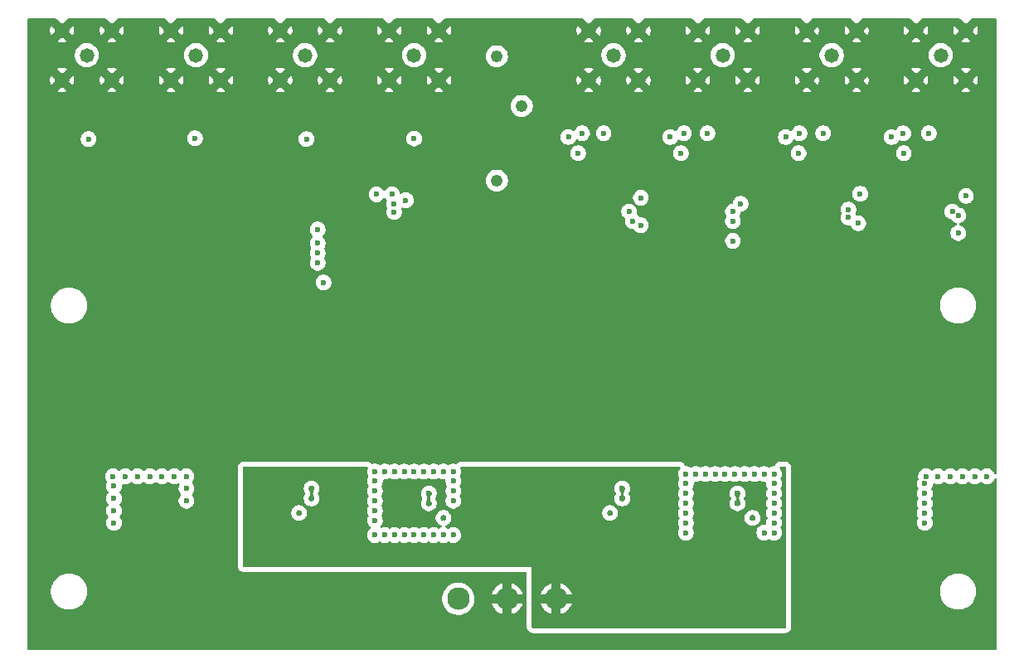
<source format=gbr>
%TF.GenerationSoftware,KiCad,Pcbnew,9.0.0*%
%TF.CreationDate,2025-03-11T12:15:18+01:00*%
%TF.ProjectId,zdc_fifo_test,7a64635f-6669-4666-9f5f-746573742e6b,rev?*%
%TF.SameCoordinates,Original*%
%TF.FileFunction,Copper,L5,Inr*%
%TF.FilePolarity,Positive*%
%FSLAX46Y46*%
G04 Gerber Fmt 4.6, Leading zero omitted, Abs format (unit mm)*
G04 Created by KiCad (PCBNEW 9.0.0) date 2025-03-11 12:15:18*
%MOMM*%
%LPD*%
G01*
G04 APERTURE LIST*
%TA.AperFunction,ComponentPad*%
%ADD10C,1.473200*%
%TD*%
%TA.AperFunction,ComponentPad*%
%ADD11C,2.300000*%
%TD*%
%TA.AperFunction,ComponentPad*%
%ADD12C,1.240000*%
%TD*%
%TA.AperFunction,ViaPad*%
%ADD13C,0.600000*%
%TD*%
G04 APERTURE END LIST*
D10*
%TO.N,Net-(J1-Pad1)*%
%TO.C,J1*%
X159830960Y-110250000D03*
%TO.N,GND*%
X157290960Y-107710000D03*
X157290960Y-112790000D03*
X162370960Y-112790000D03*
X162370960Y-107710000D03*
%TD*%
%TO.N,Net-(J2-Pad1)*%
%TO.C,J2*%
X170970640Y-110250000D03*
%TO.N,GND*%
X168430640Y-107710000D03*
X168430640Y-112790000D03*
X173510640Y-112790000D03*
X173510640Y-107710000D03*
%TD*%
D11*
%TO.N,+12V_NIM*%
%TO.C,U1*%
X207750000Y-165750000D03*
%TO.N,GND*%
X202750000Y-165750000D03*
%TO.N,-12V_NIM*%
X197750000Y-165750000D03*
%TD*%
D10*
%TO.N,Net-(J6-Pad1)*%
%TO.C,J6*%
X224750000Y-110250000D03*
%TO.N,GND*%
X222210000Y-107710000D03*
X222210000Y-112790000D03*
X227290000Y-112790000D03*
X227290000Y-107710000D03*
%TD*%
D12*
%TO.N,-5V_stg2*%
%TO.C,VR2*%
X201708620Y-123038500D03*
%TO.N,Net-(VR2-WIPER)*%
X204248620Y-115418500D03*
%TO.N,+5V_stg2*%
X201708620Y-110338500D03*
%TD*%
D10*
%TO.N,Net-(J7-Pad1)*%
%TO.C,J7*%
X235889680Y-110250000D03*
%TO.N,GND*%
X233349680Y-107710000D03*
X233349680Y-112790000D03*
X238429680Y-112790000D03*
X238429680Y-107710000D03*
%TD*%
%TO.N,Net-(J4-Pad1)*%
%TO.C,J4*%
X193250000Y-110250000D03*
%TO.N,GND*%
X190710000Y-107710000D03*
X190710000Y-112790000D03*
X195790000Y-112790000D03*
X195790000Y-107710000D03*
%TD*%
%TO.N,Net-(J5-Pad1)*%
%TO.C,J5*%
X213610320Y-110250000D03*
%TO.N,GND*%
X211070320Y-107710000D03*
X211070320Y-112790000D03*
X216150320Y-112790000D03*
X216150320Y-107710000D03*
%TD*%
%TO.N,Net-(J3-Pad1)*%
%TO.C,J3*%
X182110320Y-110250000D03*
%TO.N,GND*%
X179570320Y-107710000D03*
X179570320Y-112790000D03*
X184650320Y-112790000D03*
X184650320Y-107710000D03*
%TD*%
%TO.N,Net-(J8-Pad1)*%
%TO.C,J8*%
X247029360Y-110250000D03*
%TO.N,GND*%
X244489360Y-107710000D03*
X244489360Y-112790000D03*
X249569360Y-112790000D03*
X249569360Y-107710000D03*
%TD*%
D13*
%TO.N,GND*%
X218600000Y-122000000D03*
X229000000Y-122000000D03*
X241000000Y-122000000D03*
X252000000Y-121800000D03*
%TO.N,Net-(IC1-NONINVERTING_INPUT)*%
X183400000Y-128035000D03*
X160000000Y-118800000D03*
X170875000Y-118725000D03*
X182250000Y-118800000D03*
%TO.N,GND*%
X176000000Y-124400000D03*
%TO.N,-5V_stg2*%
X226600000Y-125400000D03*
X215600000Y-127200000D03*
X248200000Y-126200000D03*
X248800000Y-126600000D03*
X237600000Y-126800000D03*
%TO.N,GND*%
X217800000Y-145600000D03*
X223800000Y-146800000D03*
X222600000Y-143800000D03*
X223800000Y-142600000D03*
X219000000Y-145600000D03*
X220200000Y-142600000D03*
X223800000Y-148400000D03*
X223800000Y-145600000D03*
X217800000Y-143800000D03*
X222600000Y-148400000D03*
X219000000Y-148400000D03*
X217800000Y-148400000D03*
X221400000Y-143800000D03*
X217800000Y-146800000D03*
X223800000Y-143800000D03*
X216600000Y-145600000D03*
X216600000Y-146800000D03*
X219000000Y-146800000D03*
X222600000Y-145600000D03*
X219000000Y-143800000D03*
X221400000Y-148400000D03*
X220200000Y-146800000D03*
X221400000Y-146800000D03*
X216600000Y-142600000D03*
X221400000Y-142600000D03*
X220200000Y-148400000D03*
X216600000Y-148400000D03*
X220200000Y-145600000D03*
X220200000Y-143800000D03*
X222600000Y-146800000D03*
X222600000Y-142600000D03*
X221400000Y-145600000D03*
X219000000Y-142600000D03*
X216600000Y-143800000D03*
X217800000Y-142600000D03*
X185000000Y-146800000D03*
X187400000Y-146800000D03*
X191000000Y-145600000D03*
X187400000Y-143800000D03*
X189800000Y-143800000D03*
X186200000Y-146800000D03*
X192200000Y-143800000D03*
X185000000Y-145600000D03*
X186200000Y-145600000D03*
X192200000Y-146800000D03*
X191000000Y-143800000D03*
X192200000Y-142600000D03*
X187400000Y-145600000D03*
X188600000Y-142600000D03*
X192200000Y-145600000D03*
X186200000Y-143800000D03*
X189800000Y-142600000D03*
X188600000Y-148400000D03*
X185000000Y-148400000D03*
X191000000Y-148400000D03*
X187400000Y-148400000D03*
X186200000Y-148400000D03*
X192200000Y-148400000D03*
X189800000Y-148400000D03*
X188600000Y-146800000D03*
X189800000Y-146800000D03*
X185000000Y-142600000D03*
X191000000Y-142600000D03*
X185000000Y-143800000D03*
X189800000Y-145600000D03*
X187400000Y-142600000D03*
X188600000Y-145600000D03*
X191000000Y-146800000D03*
X188600000Y-143800000D03*
X186200000Y-142600000D03*
X207600000Y-141200000D03*
X207600000Y-142400000D03*
X207600000Y-143600000D03*
X207600000Y-149600000D03*
X206400000Y-142400000D03*
X207600000Y-146000000D03*
X206400000Y-143600000D03*
X206400000Y-148400000D03*
X207600000Y-148400000D03*
X206400000Y-149600000D03*
X207600000Y-144800000D03*
X206400000Y-147200000D03*
X207600000Y-147200000D03*
X207600000Y-150800000D03*
X206400000Y-141200000D03*
X206400000Y-144800000D03*
X206400000Y-146000000D03*
X206400000Y-150800000D03*
X203200000Y-141000000D03*
X203200000Y-142200000D03*
X203200000Y-143400000D03*
X203200000Y-149400000D03*
X202000000Y-142200000D03*
X203200000Y-145800000D03*
X202000000Y-143400000D03*
X202000000Y-148200000D03*
X203200000Y-148200000D03*
X202000000Y-149400000D03*
X203200000Y-144600000D03*
X202000000Y-147000000D03*
X203200000Y-147000000D03*
X203200000Y-150600000D03*
X202000000Y-141000000D03*
X202000000Y-144600000D03*
X202000000Y-145800000D03*
X202000000Y-150600000D03*
X210200000Y-141200000D03*
X210200000Y-142400000D03*
X210200000Y-143600000D03*
X210200000Y-149600000D03*
X209000000Y-142400000D03*
X210200000Y-146000000D03*
X209000000Y-143600000D03*
X209000000Y-148400000D03*
X210200000Y-148400000D03*
X209000000Y-149600000D03*
X210200000Y-144800000D03*
X209000000Y-147200000D03*
X210200000Y-147200000D03*
X210200000Y-150800000D03*
X209000000Y-141200000D03*
X209000000Y-144800000D03*
X209000000Y-146000000D03*
X209000000Y-150800000D03*
X200200000Y-141000000D03*
X200200000Y-142200000D03*
X200200000Y-143400000D03*
X200200000Y-149400000D03*
X199000000Y-142200000D03*
X200200000Y-145800000D03*
X199000000Y-143400000D03*
X199000000Y-148200000D03*
X200200000Y-148200000D03*
X199000000Y-149400000D03*
X200200000Y-144600000D03*
X199000000Y-147000000D03*
X200200000Y-147000000D03*
X200200000Y-150600000D03*
X199000000Y-141000000D03*
X199000000Y-144600000D03*
X199000000Y-145800000D03*
X199000000Y-150600000D03*
%TO.N,+5V_stg1*%
X189400000Y-124450000D03*
%TO.N,GND*%
X191600000Y-129850000D03*
X227800000Y-157500000D03*
%TO.N,+5V_stg2*%
X220800000Y-118200000D03*
X210400000Y-118200000D03*
%TO.N,GND*%
X209000000Y-115400000D03*
%TO.N,+5V_stg2*%
X209000000Y-118600000D03*
X219400000Y-118600000D03*
%TO.N,GND*%
X219400000Y-115400000D03*
X221400000Y-116400000D03*
X222400000Y-116400000D03*
%TO.N,+5V_stg2*%
X223200000Y-118200000D03*
%TO.N,GND*%
X211000000Y-116400000D03*
X212000000Y-116400000D03*
%TO.N,+5V_stg2*%
X212600000Y-118200000D03*
X232600000Y-118200000D03*
X231200000Y-118600000D03*
%TO.N,GND*%
X231200000Y-115200000D03*
X233200000Y-116400000D03*
X234200000Y-116400000D03*
%TO.N,+5V_stg2*%
X235000000Y-118200000D03*
X242000000Y-118600000D03*
X243200000Y-118200000D03*
X245800000Y-118200000D03*
%TO.N,GND*%
X242000000Y-115200000D03*
X244000000Y-116400000D03*
X245000000Y-116400000D03*
X218800000Y-126600000D03*
X218200000Y-125400000D03*
X217600000Y-126400000D03*
%TO.N,-5V_stg2*%
X216400000Y-127600000D03*
X216400000Y-124800000D03*
X215200000Y-126200000D03*
%TO.N,GND*%
X240400000Y-125200000D03*
X240600000Y-126200000D03*
X242000000Y-127400000D03*
%TO.N,-5V_stg2*%
X238600000Y-127400000D03*
X238800000Y-124400000D03*
X237600000Y-126000000D03*
X249600000Y-124600000D03*
%TO.N,GND*%
X251400000Y-125400000D03*
%TO.N,-5V_stg2*%
X225800000Y-129200000D03*
X225800000Y-127200000D03*
X225800000Y-126200000D03*
%TO.N,GND*%
X228200000Y-128400000D03*
X228200000Y-127200000D03*
X228200000Y-126200000D03*
%TO.N,-5V_stg2*%
X248800000Y-128400000D03*
%TO.N,GND*%
X251400000Y-127600000D03*
X251200000Y-126400000D03*
%TO.N,+5V_stg1*%
X191200000Y-126250000D03*
%TO.N,GND*%
X196200000Y-147000000D03*
X180200000Y-144600000D03*
X173600000Y-115600000D03*
X185800000Y-131450000D03*
X211800000Y-150800000D03*
X185800000Y-130450000D03*
X214500000Y-154500000D03*
X229200000Y-143400000D03*
X234412500Y-142750000D03*
X194750000Y-156000000D03*
X181400000Y-149400000D03*
X211800000Y-146000000D03*
X211800000Y-144800000D03*
X228000000Y-144600000D03*
X250270000Y-154750000D03*
X240200000Y-153400000D03*
X197400000Y-145800000D03*
X192400000Y-121650000D03*
X228000000Y-149400000D03*
X211800000Y-141200000D03*
X235912500Y-144250000D03*
X196200000Y-144600000D03*
X228000000Y-147000000D03*
X213000000Y-150800000D03*
X157400000Y-157000000D03*
X180200000Y-150600000D03*
X229200000Y-150600000D03*
X181400000Y-145800000D03*
X180200000Y-147000000D03*
X196200000Y-141000000D03*
X162600000Y-115600000D03*
X158600000Y-158400000D03*
X196200000Y-150600000D03*
X240200000Y-155800000D03*
X167895000Y-154750000D03*
X196200000Y-145800000D03*
X252000000Y-157250000D03*
X229200000Y-148200000D03*
X213000000Y-147200000D03*
X185600000Y-133450000D03*
X229200000Y-145800000D03*
X197400000Y-148200000D03*
X197400000Y-142200000D03*
X197400000Y-149400000D03*
X211800000Y-147200000D03*
X158600000Y-153400000D03*
X213000000Y-144800000D03*
X197400000Y-143400000D03*
X180200000Y-145800000D03*
X229200000Y-141000000D03*
X180200000Y-148200000D03*
X169250000Y-157250000D03*
X181400000Y-142200000D03*
X229200000Y-147000000D03*
X211800000Y-149600000D03*
X228000000Y-141000000D03*
X182760000Y-154500000D03*
X196200000Y-148200000D03*
X213000000Y-148400000D03*
X190130000Y-122700000D03*
X229200000Y-149400000D03*
X211800000Y-148400000D03*
X226270000Y-155000000D03*
X181400000Y-147000000D03*
X180200000Y-143400000D03*
X157400000Y-158400000D03*
X159800000Y-153400000D03*
X241400000Y-153400000D03*
X180200000Y-141000000D03*
X197400000Y-147000000D03*
X180200000Y-149400000D03*
X170571250Y-143250000D03*
X211800000Y-143600000D03*
X180200000Y-142200000D03*
X197400000Y-141000000D03*
X228000000Y-143400000D03*
X228000000Y-150600000D03*
X182760000Y-155500000D03*
X196200000Y-143400000D03*
X250270000Y-155750000D03*
X235912500Y-145250000D03*
X213000000Y-146000000D03*
X196200000Y-142200000D03*
X240200000Y-158400000D03*
X157400000Y-154600000D03*
X196250000Y-157500000D03*
X196200000Y-115600000D03*
X211800000Y-142400000D03*
X213250000Y-157000000D03*
X194750000Y-155000000D03*
X196200000Y-149400000D03*
X181500000Y-157000000D03*
X172071250Y-146000000D03*
X197400000Y-144600000D03*
X181400000Y-144600000D03*
X228000000Y-142200000D03*
X213000000Y-149600000D03*
X242600000Y-153400000D03*
X181400000Y-148200000D03*
X191200000Y-122050000D03*
X229200000Y-144600000D03*
X181400000Y-150600000D03*
X170571250Y-144250000D03*
X241400000Y-158400000D03*
X181400000Y-143400000D03*
X214500000Y-155500000D03*
X213000000Y-143600000D03*
X167895000Y-155750000D03*
X226270000Y-156000000D03*
X197400000Y-150600000D03*
X240200000Y-157000000D03*
X228000000Y-148200000D03*
X184800000Y-115600000D03*
X181400000Y-141000000D03*
X240200000Y-154600000D03*
X157400000Y-155800000D03*
X213000000Y-142400000D03*
X213000000Y-141200000D03*
X228000000Y-145800000D03*
X229200000Y-142200000D03*
X157400000Y-153400000D03*
%TO.N,+12V_NIM*%
X217750000Y-159000000D03*
X213750000Y-153000000D03*
X181000000Y-153000000D03*
X216750000Y-153000000D03*
X218750000Y-159000000D03*
X211750000Y-153000000D03*
X180000000Y-158000000D03*
X211750000Y-158000000D03*
X181000000Y-159000000D03*
X214750000Y-159000000D03*
X180000000Y-155000000D03*
X216750000Y-159000000D03*
X183000000Y-159000000D03*
X211750000Y-154000000D03*
X184000000Y-153000000D03*
X180000000Y-157000000D03*
X185000000Y-153000000D03*
X183000000Y-153000000D03*
X215750000Y-159000000D03*
X186000000Y-153000000D03*
X182000000Y-153000000D03*
X185000000Y-159000000D03*
X180000000Y-154000000D03*
X180000000Y-153000000D03*
X214750000Y-153000000D03*
X212750000Y-153000000D03*
X211750000Y-157000000D03*
X213750000Y-159000000D03*
X218750000Y-153000000D03*
X182000000Y-159000000D03*
X215750000Y-153000000D03*
X217750000Y-153000000D03*
X180000000Y-159000000D03*
X187000000Y-159000000D03*
X184000000Y-159000000D03*
X211750000Y-159000000D03*
X186000000Y-159000000D03*
X212750000Y-159000000D03*
X180000000Y-156000000D03*
X187000000Y-153000000D03*
X211750000Y-155000000D03*
X211750000Y-156000000D03*
%TO.N,-5V_stg1*%
X163750000Y-153250000D03*
X165000000Y-153250000D03*
X162600000Y-158000000D03*
X170000000Y-153250000D03*
X162600000Y-154250000D03*
X184000000Y-133450000D03*
X170000000Y-154500000D03*
X183400000Y-131450000D03*
X183400000Y-129450000D03*
X162600000Y-155500000D03*
X162600000Y-156750000D03*
X170000000Y-155750000D03*
X162500000Y-153250000D03*
X166250000Y-153250000D03*
X167500000Y-153250000D03*
X183400000Y-130450000D03*
X168750000Y-153250000D03*
%TO.N,+5V_stg1*%
X190250000Y-152750000D03*
X192250000Y-152750000D03*
X191200000Y-125450000D03*
X195250000Y-152750000D03*
X189250000Y-155750000D03*
X197250000Y-153750000D03*
X194250000Y-152750000D03*
X189250000Y-153750000D03*
X191000000Y-124450000D03*
X196250000Y-152750000D03*
X196250000Y-159250000D03*
X192250000Y-159250000D03*
X197250000Y-152750000D03*
X189250000Y-156750000D03*
X189250000Y-157750000D03*
X193250000Y-159250000D03*
X191250000Y-152750000D03*
X192400000Y-125050000D03*
X193250000Y-152750000D03*
X194250000Y-159250000D03*
X189250000Y-152750000D03*
X190250000Y-159250000D03*
X197250000Y-159250000D03*
X191250000Y-159250000D03*
X189250000Y-159250000D03*
X197250000Y-154750000D03*
X197250000Y-155750000D03*
X189250000Y-154750000D03*
X195250000Y-159250000D03*
%TO.N,+5V_stg2*%
X229000000Y-153000000D03*
X226000000Y-153000000D03*
X230000000Y-157000000D03*
X221000000Y-156000000D03*
X221000000Y-153000000D03*
X230000000Y-154000000D03*
X221000000Y-158000000D03*
X222000000Y-153000000D03*
X221000000Y-154000000D03*
X223000000Y-153000000D03*
X227000000Y-153000000D03*
X230000000Y-155000000D03*
X230000000Y-153000000D03*
X230000000Y-158000000D03*
X228000000Y-153000000D03*
X230000000Y-156000000D03*
X221000000Y-159000000D03*
X221000000Y-157000000D03*
X229000000Y-159000000D03*
X224000000Y-153000000D03*
X230000000Y-159000000D03*
X225000000Y-153000000D03*
X221000000Y-155000000D03*
%TO.N,-5V_stg2*%
X250500000Y-153250000D03*
X248000000Y-153250000D03*
X245400000Y-156000000D03*
X245400000Y-155000000D03*
X245400000Y-158000000D03*
X246750000Y-153250000D03*
X245500000Y-153250000D03*
X245400000Y-157000000D03*
X245400000Y-154000000D03*
X249250000Y-153250000D03*
X251750000Y-153250000D03*
%TO.N,Net-(VR2-WIPER)*%
X243250000Y-120250000D03*
X210000000Y-120250000D03*
X232500000Y-120250000D03*
X220500000Y-120250000D03*
%TO.N,Net-(IC1-NONINVERTING_INPUT)*%
X193250000Y-118750000D03*
%TD*%
%TA.AperFunction,Conductor*%
%TO.N,GND*%
G36*
X196291027Y-157207381D02*
G01*
X196324079Y-157213956D01*
X196347331Y-157221009D01*
X196377489Y-157233501D01*
X196378450Y-157233899D01*
X196399886Y-157245357D01*
X196427902Y-157264077D01*
X196446692Y-157279498D01*
X196470503Y-157303309D01*
X196485925Y-157322100D01*
X196504641Y-157350111D01*
X196516098Y-157371546D01*
X196516100Y-157371550D01*
X196528989Y-157402668D01*
X196536043Y-157425922D01*
X196542616Y-157458959D01*
X196545000Y-157483156D01*
X196545000Y-157516839D01*
X196542616Y-157541035D01*
X196536043Y-157574073D01*
X196528988Y-157597329D01*
X196516098Y-157628449D01*
X196504639Y-157649888D01*
X196485920Y-157677903D01*
X196470499Y-157696693D01*
X196446693Y-157720499D01*
X196427902Y-157735921D01*
X196399885Y-157754641D01*
X196378450Y-157766098D01*
X196339945Y-157782048D01*
X196335602Y-157782514D01*
X196300522Y-157798533D01*
X196231363Y-157808472D01*
X196191885Y-157794542D01*
X196191457Y-157795399D01*
X196187495Y-157793415D01*
X196121550Y-157766100D01*
X196100113Y-157754642D01*
X196072099Y-157735924D01*
X196072098Y-157735923D01*
X196053312Y-157720505D01*
X196029492Y-157696685D01*
X196014074Y-157677899D01*
X195995357Y-157649888D01*
X195983901Y-157628455D01*
X195980736Y-157620814D01*
X195971007Y-157597326D01*
X195963954Y-157574073D01*
X195957381Y-157541031D01*
X195955000Y-157516844D01*
X195955000Y-157483153D01*
X195957382Y-157458964D01*
X195957383Y-157458959D01*
X195963956Y-157425914D01*
X195971006Y-157402674D01*
X195983902Y-157371539D01*
X195995351Y-157350119D01*
X196014079Y-157322090D01*
X196029488Y-157303316D01*
X196053314Y-157279489D01*
X196072098Y-157264074D01*
X196100111Y-157245356D01*
X196121545Y-157233900D01*
X196152668Y-157221008D01*
X196175918Y-157213955D01*
X196208970Y-157207381D01*
X196233154Y-157205000D01*
X196266842Y-157205000D01*
X196291027Y-157207381D01*
G37*
%TD.AperFunction*%
%TA.AperFunction,Conductor*%
G36*
X227841027Y-157207381D02*
G01*
X227874079Y-157213956D01*
X227897325Y-157221006D01*
X227928458Y-157233902D01*
X227949890Y-157245359D01*
X227977898Y-157264074D01*
X227996685Y-157279492D01*
X228020502Y-157303308D01*
X228035925Y-157322100D01*
X228054638Y-157350106D01*
X228066098Y-157371546D01*
X228078990Y-157402671D01*
X228086043Y-157425922D01*
X228086045Y-157425926D01*
X228092616Y-157458959D01*
X228092617Y-157458961D01*
X228095000Y-157483156D01*
X228095000Y-157516839D01*
X228092616Y-157541035D01*
X228086043Y-157574073D01*
X228078988Y-157597329D01*
X228066098Y-157628449D01*
X228054639Y-157649888D01*
X228035920Y-157677903D01*
X228020502Y-157696689D01*
X228020499Y-157696693D01*
X227996693Y-157720499D01*
X227977903Y-157735920D01*
X227949885Y-157754641D01*
X227928448Y-157766100D01*
X227918193Y-157770347D01*
X227897328Y-157778989D01*
X227874071Y-157786045D01*
X227857340Y-157789373D01*
X227841031Y-157792617D01*
X227816841Y-157795000D01*
X227783159Y-157795000D01*
X227758970Y-157792617D01*
X227725924Y-157786044D01*
X227702667Y-157778988D01*
X227671547Y-157766098D01*
X227650107Y-157754638D01*
X227622099Y-157735923D01*
X227603312Y-157720505D01*
X227579495Y-157696689D01*
X227564074Y-157677899D01*
X227545357Y-157649888D01*
X227533901Y-157628455D01*
X227530736Y-157620814D01*
X227521007Y-157597326D01*
X227513954Y-157574073D01*
X227507381Y-157541031D01*
X227505000Y-157516844D01*
X227505000Y-157483153D01*
X227507382Y-157458964D01*
X227507383Y-157458959D01*
X227513956Y-157425914D01*
X227521006Y-157402674D01*
X227533902Y-157371539D01*
X227545351Y-157350119D01*
X227564079Y-157322090D01*
X227579488Y-157303316D01*
X227603314Y-157279489D01*
X227622098Y-157264074D01*
X227650111Y-157245356D01*
X227671545Y-157233900D01*
X227702668Y-157221008D01*
X227725918Y-157213955D01*
X227758970Y-157207381D01*
X227783154Y-157205000D01*
X227816842Y-157205000D01*
X227841027Y-157207381D01*
G37*
%TD.AperFunction*%
%TA.AperFunction,Conductor*%
G36*
X181541027Y-156707381D02*
G01*
X181574079Y-156713956D01*
X181597325Y-156721006D01*
X181628458Y-156733902D01*
X181649890Y-156745359D01*
X181677898Y-156764074D01*
X181696685Y-156779492D01*
X181720502Y-156803308D01*
X181735925Y-156822100D01*
X181754638Y-156850106D01*
X181766098Y-156871546D01*
X181778990Y-156902671D01*
X181786045Y-156925927D01*
X181792617Y-156958961D01*
X181795000Y-156983156D01*
X181795000Y-157016840D01*
X181792617Y-157041032D01*
X181792617Y-157041034D01*
X181786045Y-157074069D01*
X181778989Y-157097328D01*
X181766096Y-157128454D01*
X181754637Y-157149892D01*
X181735922Y-157177901D01*
X181720501Y-157196691D01*
X181696693Y-157220499D01*
X181677903Y-157235920D01*
X181649885Y-157254641D01*
X181628446Y-157266100D01*
X181597328Y-157278989D01*
X181574071Y-157286045D01*
X181567667Y-157287319D01*
X181541031Y-157292617D01*
X181516841Y-157295000D01*
X181483159Y-157295000D01*
X181458970Y-157292617D01*
X181425924Y-157286044D01*
X181402667Y-157278988D01*
X181371547Y-157266098D01*
X181350107Y-157254638D01*
X181322099Y-157235923D01*
X181303312Y-157220505D01*
X181279495Y-157196689D01*
X181264074Y-157177899D01*
X181245358Y-157149890D01*
X181233901Y-157128455D01*
X181230780Y-157120921D01*
X181221007Y-157097326D01*
X181213954Y-157074075D01*
X181207381Y-157041031D01*
X181205000Y-157016844D01*
X181205000Y-156983153D01*
X181207382Y-156958964D01*
X181207383Y-156958961D01*
X181213956Y-156925914D01*
X181221006Y-156902674D01*
X181233902Y-156871539D01*
X181245351Y-156850119D01*
X181264079Y-156822090D01*
X181279488Y-156803316D01*
X181303314Y-156779489D01*
X181322098Y-156764074D01*
X181350111Y-156745356D01*
X181371545Y-156733900D01*
X181402668Y-156721008D01*
X181425918Y-156713955D01*
X181458970Y-156707381D01*
X181483154Y-156705000D01*
X181516842Y-156705000D01*
X181541027Y-156707381D01*
G37*
%TD.AperFunction*%
%TA.AperFunction,Conductor*%
G36*
X213291027Y-156707381D02*
G01*
X213324079Y-156713956D01*
X213347325Y-156721006D01*
X213378458Y-156733902D01*
X213399890Y-156745359D01*
X213427898Y-156764074D01*
X213446685Y-156779492D01*
X213470502Y-156803308D01*
X213485925Y-156822100D01*
X213504638Y-156850106D01*
X213516098Y-156871546D01*
X213528990Y-156902671D01*
X213536045Y-156925926D01*
X213536045Y-156925927D01*
X213542617Y-156958961D01*
X213545000Y-156983156D01*
X213545000Y-157016840D01*
X213542617Y-157041034D01*
X213536045Y-157074069D01*
X213528989Y-157097328D01*
X213516096Y-157128454D01*
X213504637Y-157149892D01*
X213485922Y-157177901D01*
X213470501Y-157196691D01*
X213446693Y-157220499D01*
X213427903Y-157235920D01*
X213399885Y-157254641D01*
X213378446Y-157266100D01*
X213347328Y-157278989D01*
X213324071Y-157286045D01*
X213317667Y-157287319D01*
X213291031Y-157292617D01*
X213266841Y-157295000D01*
X213233159Y-157295000D01*
X213208970Y-157292617D01*
X213175924Y-157286044D01*
X213152667Y-157278988D01*
X213121547Y-157266098D01*
X213100107Y-157254638D01*
X213072099Y-157235923D01*
X213053312Y-157220505D01*
X213029495Y-157196689D01*
X213014074Y-157177899D01*
X212995358Y-157149890D01*
X212983901Y-157128455D01*
X212980780Y-157120921D01*
X212971007Y-157097326D01*
X212963954Y-157074075D01*
X212957381Y-157041031D01*
X212955000Y-157016844D01*
X212955000Y-156983153D01*
X212957382Y-156958964D01*
X212957383Y-156958961D01*
X212963956Y-156925914D01*
X212971006Y-156902674D01*
X212983902Y-156871539D01*
X212995351Y-156850119D01*
X213014079Y-156822090D01*
X213029488Y-156803316D01*
X213053314Y-156779489D01*
X213072098Y-156764074D01*
X213100111Y-156745356D01*
X213121545Y-156733900D01*
X213152668Y-156721008D01*
X213175918Y-156713955D01*
X213208970Y-156707381D01*
X213233154Y-156705000D01*
X213266842Y-156705000D01*
X213291027Y-156707381D01*
G37*
%TD.AperFunction*%
%TA.AperFunction,Conductor*%
G36*
X194791027Y-154707381D02*
G01*
X194824079Y-154713956D01*
X194847325Y-154721006D01*
X194878458Y-154733902D01*
X194899890Y-154745359D01*
X194927898Y-154764074D01*
X194946685Y-154779492D01*
X194970502Y-154803308D01*
X194985925Y-154822100D01*
X195004638Y-154850106D01*
X195016098Y-154871546D01*
X195028990Y-154902671D01*
X195036045Y-154925927D01*
X195042617Y-154958961D01*
X195045000Y-154983156D01*
X195045000Y-155016839D01*
X195042616Y-155041035D01*
X195036043Y-155074073D01*
X195028988Y-155097329D01*
X195016097Y-155128451D01*
X195004692Y-155149809D01*
X195004384Y-155150269D01*
X194999377Y-155157912D01*
X194996971Y-155161656D01*
X194992233Y-155169178D01*
X194992233Y-155169179D01*
X194934812Y-155301098D01*
X194916324Y-155368488D01*
X194915350Y-155375725D01*
X194915360Y-155376176D01*
X194898396Y-155511245D01*
X194921412Y-155653263D01*
X194921413Y-155653266D01*
X194921414Y-155653272D01*
X194936512Y-155701490D01*
X194942292Y-155719947D01*
X195004385Y-155849728D01*
X195004643Y-155850114D01*
X195005224Y-155851202D01*
X195006571Y-155853566D01*
X195006507Y-155853602D01*
X195016096Y-155871543D01*
X195028990Y-155902672D01*
X195036045Y-155925926D01*
X195042617Y-155958964D01*
X195045000Y-155983154D01*
X195045000Y-156016840D01*
X195042617Y-156041034D01*
X195036045Y-156074069D01*
X195028989Y-156097328D01*
X195016096Y-156128454D01*
X195004637Y-156149892D01*
X194985922Y-156177901D01*
X194970501Y-156196691D01*
X194946693Y-156220499D01*
X194927903Y-156235920D01*
X194899885Y-156254641D01*
X194878446Y-156266100D01*
X194847328Y-156278989D01*
X194824071Y-156286045D01*
X194807340Y-156289373D01*
X194791031Y-156292617D01*
X194766841Y-156295000D01*
X194733159Y-156295000D01*
X194708970Y-156292617D01*
X194675924Y-156286044D01*
X194652667Y-156278988D01*
X194621547Y-156266098D01*
X194600107Y-156254638D01*
X194572099Y-156235923D01*
X194553312Y-156220505D01*
X194529495Y-156196689D01*
X194514074Y-156177899D01*
X194495358Y-156149890D01*
X194483901Y-156128455D01*
X194471552Y-156098642D01*
X194471007Y-156097326D01*
X194463954Y-156074075D01*
X194457381Y-156041031D01*
X194455000Y-156016844D01*
X194455000Y-155983153D01*
X194457382Y-155958964D01*
X194457383Y-155958959D01*
X194463956Y-155925914D01*
X194471007Y-155902672D01*
X194483901Y-155871543D01*
X194495318Y-155850212D01*
X194495304Y-155850203D01*
X194495409Y-155850042D01*
X194495427Y-155850008D01*
X194495608Y-155849738D01*
X194500520Y-155842244D01*
X194502914Y-155838520D01*
X194507766Y-155830821D01*
X194565188Y-155698896D01*
X194583672Y-155631515D01*
X194584057Y-155628455D01*
X194601601Y-155488764D01*
X194601601Y-155488762D01*
X194578587Y-155346739D01*
X194577180Y-155342244D01*
X194557708Y-155280058D01*
X194557707Y-155280056D01*
X194557705Y-155280052D01*
X194557655Y-155279929D01*
X194557252Y-155279104D01*
X194495614Y-155150273D01*
X194495613Y-155150272D01*
X194495610Y-155150265D01*
X194495358Y-155149889D01*
X194494783Y-155148813D01*
X194493424Y-155146426D01*
X194493488Y-155146389D01*
X194483899Y-155128451D01*
X194471006Y-155097323D01*
X194463954Y-155074073D01*
X194457381Y-155041030D01*
X194455000Y-155016844D01*
X194455000Y-154983153D01*
X194457382Y-154958964D01*
X194457383Y-154958961D01*
X194463956Y-154925914D01*
X194471006Y-154902674D01*
X194483902Y-154871539D01*
X194495351Y-154850119D01*
X194514079Y-154822090D01*
X194529488Y-154803316D01*
X194553314Y-154779489D01*
X194572098Y-154764074D01*
X194600111Y-154745356D01*
X194621545Y-154733900D01*
X194652668Y-154721008D01*
X194675918Y-154713955D01*
X194708970Y-154707381D01*
X194733154Y-154705000D01*
X194766842Y-154705000D01*
X194791027Y-154707381D01*
G37*
%TD.AperFunction*%
%TA.AperFunction,Conductor*%
G36*
X226311027Y-154707381D02*
G01*
X226344079Y-154713956D01*
X226367325Y-154721006D01*
X226398458Y-154733902D01*
X226419890Y-154745359D01*
X226447898Y-154764074D01*
X226466685Y-154779492D01*
X226490502Y-154803308D01*
X226505925Y-154822100D01*
X226524638Y-154850106D01*
X226536098Y-154871546D01*
X226548990Y-154902671D01*
X226556045Y-154925927D01*
X226562617Y-154958961D01*
X226565000Y-154983156D01*
X226565000Y-155016839D01*
X226562616Y-155041035D01*
X226556043Y-155074073D01*
X226548988Y-155097329D01*
X226536097Y-155128451D01*
X226524692Y-155149809D01*
X226524384Y-155150269D01*
X226519377Y-155157912D01*
X226516971Y-155161656D01*
X226512233Y-155169178D01*
X226512233Y-155169179D01*
X226454812Y-155301098D01*
X226436324Y-155368488D01*
X226435350Y-155375725D01*
X226435360Y-155376176D01*
X226418396Y-155511245D01*
X226441412Y-155653263D01*
X226441413Y-155653266D01*
X226441414Y-155653272D01*
X226456512Y-155701490D01*
X226462292Y-155719947D01*
X226524385Y-155849728D01*
X226524643Y-155850114D01*
X226525224Y-155851202D01*
X226526571Y-155853566D01*
X226526507Y-155853602D01*
X226536096Y-155871543D01*
X226548990Y-155902672D01*
X226556045Y-155925926D01*
X226562617Y-155958964D01*
X226565000Y-155983154D01*
X226565000Y-156016840D01*
X226562617Y-156041034D01*
X226556045Y-156074069D01*
X226548989Y-156097328D01*
X226536096Y-156128454D01*
X226524637Y-156149892D01*
X226505922Y-156177901D01*
X226490501Y-156196691D01*
X226466693Y-156220499D01*
X226447903Y-156235920D01*
X226419885Y-156254641D01*
X226398446Y-156266100D01*
X226367328Y-156278989D01*
X226344071Y-156286045D01*
X226327340Y-156289373D01*
X226311031Y-156292617D01*
X226286841Y-156295000D01*
X226253159Y-156295000D01*
X226228970Y-156292617D01*
X226195924Y-156286044D01*
X226172667Y-156278988D01*
X226141547Y-156266098D01*
X226120107Y-156254638D01*
X226092099Y-156235923D01*
X226073312Y-156220505D01*
X226049495Y-156196689D01*
X226034074Y-156177899D01*
X226015358Y-156149890D01*
X226003901Y-156128455D01*
X225991552Y-156098642D01*
X225991007Y-156097326D01*
X225983954Y-156074075D01*
X225977381Y-156041031D01*
X225975000Y-156016844D01*
X225975000Y-155983153D01*
X225977382Y-155958964D01*
X225977383Y-155958959D01*
X225983956Y-155925914D01*
X225991007Y-155902672D01*
X226003901Y-155871543D01*
X226015318Y-155850212D01*
X226015304Y-155850203D01*
X226015409Y-155850042D01*
X226015427Y-155850008D01*
X226015608Y-155849738D01*
X226020520Y-155842244D01*
X226022914Y-155838520D01*
X226027766Y-155830821D01*
X226085188Y-155698896D01*
X226103672Y-155631515D01*
X226104057Y-155628455D01*
X226121601Y-155488764D01*
X226121601Y-155488762D01*
X226098587Y-155346739D01*
X226097180Y-155342244D01*
X226077708Y-155280058D01*
X226077707Y-155280056D01*
X226077705Y-155280052D01*
X226077655Y-155279929D01*
X226077252Y-155279104D01*
X226015614Y-155150273D01*
X226015613Y-155150272D01*
X226015610Y-155150265D01*
X226015358Y-155149889D01*
X226014783Y-155148813D01*
X226013424Y-155146426D01*
X226013488Y-155146389D01*
X226003899Y-155128451D01*
X225991006Y-155097323D01*
X225983954Y-155074073D01*
X225977381Y-155041030D01*
X225975000Y-155016844D01*
X225975000Y-154983153D01*
X225977382Y-154958964D01*
X225977383Y-154958961D01*
X225983956Y-154925914D01*
X225991006Y-154902674D01*
X226003902Y-154871539D01*
X226015351Y-154850119D01*
X226034079Y-154822090D01*
X226049488Y-154803316D01*
X226073314Y-154779489D01*
X226092098Y-154764074D01*
X226120111Y-154745356D01*
X226141545Y-154733900D01*
X226172668Y-154721008D01*
X226195918Y-154713955D01*
X226228970Y-154707381D01*
X226253154Y-154705000D01*
X226286842Y-154705000D01*
X226311027Y-154707381D01*
G37*
%TD.AperFunction*%
%TA.AperFunction,Conductor*%
G36*
X182801027Y-154207381D02*
G01*
X182834079Y-154213956D01*
X182857325Y-154221006D01*
X182888458Y-154233902D01*
X182909890Y-154245359D01*
X182937898Y-154264074D01*
X182956685Y-154279492D01*
X182980502Y-154303308D01*
X182995925Y-154322100D01*
X183014638Y-154350106D01*
X183026098Y-154371546D01*
X183038990Y-154402671D01*
X183046045Y-154425927D01*
X183052617Y-154458961D01*
X183055000Y-154483156D01*
X183055000Y-154516839D01*
X183052616Y-154541035D01*
X183046043Y-154574073D01*
X183038988Y-154597329D01*
X183026097Y-154628451D01*
X183014692Y-154649809D01*
X183014384Y-154650269D01*
X183009377Y-154657912D01*
X183006971Y-154661656D01*
X183002233Y-154669178D01*
X183002233Y-154669179D01*
X182944812Y-154801098D01*
X182944810Y-154801101D01*
X182944810Y-154801104D01*
X182941835Y-154811948D01*
X182926324Y-154868488D01*
X182925350Y-154875725D01*
X182925360Y-154876176D01*
X182908396Y-155011245D01*
X182931412Y-155153263D01*
X182931413Y-155153266D01*
X182931414Y-155153272D01*
X182946512Y-155201490D01*
X182952292Y-155219947D01*
X183014385Y-155349728D01*
X183014643Y-155350114D01*
X183015224Y-155351202D01*
X183016571Y-155353566D01*
X183016507Y-155353602D01*
X183026096Y-155371543D01*
X183038990Y-155402672D01*
X183046045Y-155425926D01*
X183052617Y-155458964D01*
X183055000Y-155483154D01*
X183055000Y-155516839D01*
X183052616Y-155541035D01*
X183046043Y-155574073D01*
X183038988Y-155597329D01*
X183026098Y-155628449D01*
X183014639Y-155649888D01*
X182995920Y-155677903D01*
X182980499Y-155696693D01*
X182956693Y-155720499D01*
X182937903Y-155735920D01*
X182909885Y-155754641D01*
X182888448Y-155766100D01*
X182878193Y-155770347D01*
X182857328Y-155778989D01*
X182834071Y-155786045D01*
X182817340Y-155789373D01*
X182801031Y-155792617D01*
X182776841Y-155795000D01*
X182743159Y-155795000D01*
X182718970Y-155792617D01*
X182685924Y-155786044D01*
X182662667Y-155778988D01*
X182631547Y-155766098D01*
X182610107Y-155754638D01*
X182582099Y-155735923D01*
X182563312Y-155720505D01*
X182539495Y-155696689D01*
X182524074Y-155677899D01*
X182505357Y-155649888D01*
X182493901Y-155628455D01*
X182490736Y-155620814D01*
X182481007Y-155597326D01*
X182473954Y-155574073D01*
X182467381Y-155541031D01*
X182465000Y-155516844D01*
X182465000Y-155483153D01*
X182467382Y-155458964D01*
X182467383Y-155458959D01*
X182473956Y-155425914D01*
X182481007Y-155402672D01*
X182493901Y-155371543D01*
X182505318Y-155350212D01*
X182505304Y-155350203D01*
X182505409Y-155350042D01*
X182505427Y-155350008D01*
X182505608Y-155349738D01*
X182510520Y-155342244D01*
X182512914Y-155338520D01*
X182517766Y-155330821D01*
X182575188Y-155198896D01*
X182593672Y-155131515D01*
X182594058Y-155128446D01*
X182611601Y-154988764D01*
X182611601Y-154988762D01*
X182588587Y-154846739D01*
X182588586Y-154846735D01*
X182567708Y-154780058D01*
X182567707Y-154780056D01*
X182567705Y-154780052D01*
X182567655Y-154779929D01*
X182567252Y-154779104D01*
X182505614Y-154650273D01*
X182505613Y-154650272D01*
X182505610Y-154650265D01*
X182505358Y-154649889D01*
X182504783Y-154648813D01*
X182503424Y-154646426D01*
X182503488Y-154646389D01*
X182493899Y-154628451D01*
X182481006Y-154597323D01*
X182473954Y-154574073D01*
X182467381Y-154541030D01*
X182465000Y-154516844D01*
X182465000Y-154483153D01*
X182467382Y-154458964D01*
X182467383Y-154458961D01*
X182473956Y-154425914D01*
X182481006Y-154402674D01*
X182493902Y-154371539D01*
X182505351Y-154350119D01*
X182524079Y-154322090D01*
X182539488Y-154303316D01*
X182563314Y-154279489D01*
X182582098Y-154264074D01*
X182610111Y-154245356D01*
X182631545Y-154233900D01*
X182662668Y-154221008D01*
X182685918Y-154213955D01*
X182718970Y-154207381D01*
X182743154Y-154205000D01*
X182776842Y-154205000D01*
X182801027Y-154207381D01*
G37*
%TD.AperFunction*%
%TA.AperFunction,Conductor*%
G36*
X214541027Y-154207381D02*
G01*
X214574079Y-154213956D01*
X214597325Y-154221006D01*
X214628458Y-154233902D01*
X214649890Y-154245359D01*
X214677898Y-154264074D01*
X214696685Y-154279492D01*
X214720502Y-154303308D01*
X214735925Y-154322100D01*
X214754638Y-154350106D01*
X214766098Y-154371546D01*
X214778990Y-154402671D01*
X214786045Y-154425927D01*
X214792617Y-154458961D01*
X214795000Y-154483156D01*
X214795000Y-154516839D01*
X214792616Y-154541035D01*
X214786043Y-154574073D01*
X214778988Y-154597329D01*
X214766097Y-154628451D01*
X214754692Y-154649809D01*
X214754384Y-154650269D01*
X214749377Y-154657912D01*
X214746971Y-154661656D01*
X214742233Y-154669178D01*
X214742233Y-154669179D01*
X214684812Y-154801098D01*
X214684810Y-154801101D01*
X214684810Y-154801104D01*
X214681835Y-154811948D01*
X214666324Y-154868488D01*
X214665350Y-154875725D01*
X214665360Y-154876176D01*
X214648396Y-155011245D01*
X214671412Y-155153263D01*
X214671413Y-155153266D01*
X214671414Y-155153272D01*
X214686512Y-155201490D01*
X214692292Y-155219947D01*
X214754385Y-155349728D01*
X214754643Y-155350114D01*
X214755224Y-155351202D01*
X214756571Y-155353566D01*
X214756507Y-155353602D01*
X214766096Y-155371543D01*
X214778990Y-155402672D01*
X214786045Y-155425926D01*
X214792617Y-155458964D01*
X214795000Y-155483154D01*
X214795000Y-155516839D01*
X214792616Y-155541035D01*
X214786043Y-155574073D01*
X214778988Y-155597329D01*
X214766098Y-155628449D01*
X214754639Y-155649888D01*
X214735920Y-155677903D01*
X214720499Y-155696693D01*
X214696693Y-155720499D01*
X214677903Y-155735920D01*
X214649885Y-155754641D01*
X214628448Y-155766100D01*
X214618193Y-155770347D01*
X214597328Y-155778989D01*
X214574071Y-155786045D01*
X214557340Y-155789373D01*
X214541031Y-155792617D01*
X214516841Y-155795000D01*
X214483159Y-155795000D01*
X214458970Y-155792617D01*
X214425924Y-155786044D01*
X214402667Y-155778988D01*
X214371547Y-155766098D01*
X214350107Y-155754638D01*
X214322099Y-155735923D01*
X214303312Y-155720505D01*
X214279495Y-155696689D01*
X214264074Y-155677899D01*
X214245357Y-155649888D01*
X214233901Y-155628455D01*
X214230736Y-155620814D01*
X214221007Y-155597326D01*
X214213954Y-155574073D01*
X214207381Y-155541031D01*
X214205000Y-155516844D01*
X214205000Y-155483153D01*
X214207382Y-155458964D01*
X214207383Y-155458959D01*
X214213956Y-155425914D01*
X214221007Y-155402672D01*
X214233901Y-155371543D01*
X214245318Y-155350212D01*
X214245304Y-155350203D01*
X214245409Y-155350042D01*
X214245427Y-155350008D01*
X214245608Y-155349738D01*
X214250520Y-155342244D01*
X214252914Y-155338520D01*
X214257766Y-155330821D01*
X214315188Y-155198896D01*
X214333672Y-155131515D01*
X214334058Y-155128446D01*
X214351601Y-154988764D01*
X214351601Y-154988762D01*
X214328587Y-154846739D01*
X214328586Y-154846735D01*
X214307708Y-154780058D01*
X214307707Y-154780056D01*
X214307705Y-154780052D01*
X214307655Y-154779929D01*
X214307252Y-154779104D01*
X214245614Y-154650273D01*
X214245613Y-154650272D01*
X214245610Y-154650265D01*
X214245358Y-154649889D01*
X214244783Y-154648813D01*
X214243424Y-154646426D01*
X214243488Y-154646389D01*
X214233899Y-154628451D01*
X214221006Y-154597323D01*
X214213954Y-154574073D01*
X214207381Y-154541030D01*
X214205000Y-154516844D01*
X214205000Y-154483153D01*
X214207382Y-154458964D01*
X214207383Y-154458961D01*
X214213956Y-154425914D01*
X214221006Y-154402674D01*
X214233902Y-154371539D01*
X214245351Y-154350119D01*
X214264079Y-154322090D01*
X214279488Y-154303316D01*
X214303314Y-154279489D01*
X214322098Y-154264074D01*
X214350111Y-154245356D01*
X214371545Y-154233900D01*
X214402668Y-154221008D01*
X214425918Y-154213955D01*
X214458970Y-154207381D01*
X214483154Y-154205000D01*
X214516842Y-154205000D01*
X214541027Y-154207381D01*
G37*
%TD.AperFunction*%
%TA.AperFunction,Conductor*%
G36*
X156733532Y-106520185D02*
G01*
X156754174Y-106536819D01*
X157290960Y-107073604D01*
X157290961Y-107073604D01*
X157827744Y-106536819D01*
X157889067Y-106503334D01*
X157915425Y-106500500D01*
X161746493Y-106500500D01*
X161813532Y-106520185D01*
X161834174Y-106536819D01*
X162370960Y-107073604D01*
X162370961Y-107073604D01*
X162907744Y-106536819D01*
X162969067Y-106503334D01*
X162995425Y-106500500D01*
X167806173Y-106500500D01*
X167873212Y-106520185D01*
X167893854Y-106536819D01*
X168430640Y-107073604D01*
X168430641Y-107073604D01*
X168967424Y-106536819D01*
X169028747Y-106503334D01*
X169055105Y-106500500D01*
X172886173Y-106500500D01*
X172953212Y-106520185D01*
X172973854Y-106536819D01*
X173510640Y-107073604D01*
X173510641Y-107073604D01*
X174047424Y-106536819D01*
X174108747Y-106503334D01*
X174135105Y-106500500D01*
X178945853Y-106500500D01*
X179012892Y-106520185D01*
X179033534Y-106536819D01*
X179570320Y-107073604D01*
X179570321Y-107073604D01*
X180107104Y-106536819D01*
X180168427Y-106503334D01*
X180194785Y-106500500D01*
X184025853Y-106500500D01*
X184092892Y-106520185D01*
X184113534Y-106536819D01*
X184650320Y-107073604D01*
X184650321Y-107073604D01*
X185187104Y-106536819D01*
X185248427Y-106503334D01*
X185274785Y-106500500D01*
X190085533Y-106500500D01*
X190152572Y-106520185D01*
X190173214Y-106536819D01*
X190710000Y-107073604D01*
X190710001Y-107073604D01*
X191246784Y-106536819D01*
X191308107Y-106503334D01*
X191334465Y-106500500D01*
X195165533Y-106500500D01*
X195232572Y-106520185D01*
X195253214Y-106536819D01*
X195790000Y-107073604D01*
X195790001Y-107073604D01*
X196326784Y-106536819D01*
X196388107Y-106503334D01*
X196414465Y-106500500D01*
X210445853Y-106500500D01*
X210512892Y-106520185D01*
X210533534Y-106536819D01*
X211070320Y-107073604D01*
X211070321Y-107073604D01*
X211607104Y-106536819D01*
X211668427Y-106503334D01*
X211694785Y-106500500D01*
X215525853Y-106500500D01*
X215592892Y-106520185D01*
X215613534Y-106536819D01*
X216150320Y-107073604D01*
X216150321Y-107073604D01*
X216687104Y-106536819D01*
X216748427Y-106503334D01*
X216774785Y-106500500D01*
X221585533Y-106500500D01*
X221652572Y-106520185D01*
X221673214Y-106536819D01*
X222210000Y-107073604D01*
X222210001Y-107073604D01*
X222746784Y-106536819D01*
X222808107Y-106503334D01*
X222834465Y-106500500D01*
X226665533Y-106500500D01*
X226732572Y-106520185D01*
X226753214Y-106536819D01*
X227290000Y-107073604D01*
X227290001Y-107073604D01*
X227826784Y-106536819D01*
X227888107Y-106503334D01*
X227914465Y-106500500D01*
X232725213Y-106500500D01*
X232792252Y-106520185D01*
X232812894Y-106536819D01*
X233349680Y-107073604D01*
X233349681Y-107073604D01*
X233886464Y-106536819D01*
X233947787Y-106503334D01*
X233974145Y-106500500D01*
X237805213Y-106500500D01*
X237872252Y-106520185D01*
X237892894Y-106536819D01*
X238429680Y-107073604D01*
X238429681Y-107073604D01*
X238966464Y-106536819D01*
X239027787Y-106503334D01*
X239054145Y-106500500D01*
X243864893Y-106500500D01*
X243931932Y-106520185D01*
X243952574Y-106536819D01*
X244489360Y-107073604D01*
X244489361Y-107073604D01*
X245026144Y-106536819D01*
X245087467Y-106503334D01*
X245113825Y-106500500D01*
X248944893Y-106500500D01*
X249011932Y-106520185D01*
X249032574Y-106536819D01*
X249569360Y-107073604D01*
X249569361Y-107073604D01*
X250106144Y-106536819D01*
X250167467Y-106503334D01*
X250193825Y-106500500D01*
X252625500Y-106500500D01*
X252692539Y-106520185D01*
X252738294Y-106572989D01*
X252749500Y-106624500D01*
X252749500Y-152947809D01*
X252729815Y-153014848D01*
X252677011Y-153060603D01*
X252607853Y-153070547D01*
X252544297Y-153041522D01*
X252510939Y-152995261D01*
X252459397Y-152870827D01*
X252459390Y-152870814D01*
X252371789Y-152739711D01*
X252371786Y-152739707D01*
X252260292Y-152628213D01*
X252260288Y-152628210D01*
X252129185Y-152540609D01*
X252129172Y-152540602D01*
X251983501Y-152480264D01*
X251983489Y-152480261D01*
X251828845Y-152449500D01*
X251828842Y-152449500D01*
X251671158Y-152449500D01*
X251671155Y-152449500D01*
X251516510Y-152480261D01*
X251516498Y-152480264D01*
X251370827Y-152540602D01*
X251370814Y-152540609D01*
X251239711Y-152628210D01*
X251239707Y-152628213D01*
X251212681Y-152655240D01*
X251151358Y-152688725D01*
X251081666Y-152683741D01*
X251037319Y-152655240D01*
X251010292Y-152628213D01*
X251010288Y-152628210D01*
X250879185Y-152540609D01*
X250879172Y-152540602D01*
X250733501Y-152480264D01*
X250733489Y-152480261D01*
X250578845Y-152449500D01*
X250578842Y-152449500D01*
X250421158Y-152449500D01*
X250421155Y-152449500D01*
X250266510Y-152480261D01*
X250266498Y-152480264D01*
X250120827Y-152540602D01*
X250120814Y-152540609D01*
X249989711Y-152628210D01*
X249989707Y-152628213D01*
X249962681Y-152655240D01*
X249901358Y-152688725D01*
X249831666Y-152683741D01*
X249787319Y-152655240D01*
X249760292Y-152628213D01*
X249760288Y-152628210D01*
X249629185Y-152540609D01*
X249629172Y-152540602D01*
X249483501Y-152480264D01*
X249483489Y-152480261D01*
X249328845Y-152449500D01*
X249328842Y-152449500D01*
X249171158Y-152449500D01*
X249171155Y-152449500D01*
X249016510Y-152480261D01*
X249016498Y-152480264D01*
X248870827Y-152540602D01*
X248870814Y-152540609D01*
X248739711Y-152628210D01*
X248739707Y-152628213D01*
X248712681Y-152655240D01*
X248651358Y-152688725D01*
X248581666Y-152683741D01*
X248537319Y-152655240D01*
X248510292Y-152628213D01*
X248510288Y-152628210D01*
X248379185Y-152540609D01*
X248379172Y-152540602D01*
X248233501Y-152480264D01*
X248233489Y-152480261D01*
X248078845Y-152449500D01*
X248078842Y-152449500D01*
X247921158Y-152449500D01*
X247921155Y-152449500D01*
X247766510Y-152480261D01*
X247766498Y-152480264D01*
X247620827Y-152540602D01*
X247620814Y-152540609D01*
X247489711Y-152628210D01*
X247489707Y-152628213D01*
X247462681Y-152655240D01*
X247401358Y-152688725D01*
X247331666Y-152683741D01*
X247287319Y-152655240D01*
X247260292Y-152628213D01*
X247260288Y-152628210D01*
X247129185Y-152540609D01*
X247129172Y-152540602D01*
X246983501Y-152480264D01*
X246983489Y-152480261D01*
X246828845Y-152449500D01*
X246828842Y-152449500D01*
X246671158Y-152449500D01*
X246671155Y-152449500D01*
X246516510Y-152480261D01*
X246516498Y-152480264D01*
X246370827Y-152540602D01*
X246370814Y-152540609D01*
X246239711Y-152628210D01*
X246239707Y-152628213D01*
X246212681Y-152655240D01*
X246151358Y-152688725D01*
X246081666Y-152683741D01*
X246037319Y-152655240D01*
X246010292Y-152628213D01*
X246010288Y-152628210D01*
X245879185Y-152540609D01*
X245879172Y-152540602D01*
X245733501Y-152480264D01*
X245733489Y-152480261D01*
X245578845Y-152449500D01*
X245578842Y-152449500D01*
X245421158Y-152449500D01*
X245421155Y-152449500D01*
X245266510Y-152480261D01*
X245266498Y-152480264D01*
X245120827Y-152540602D01*
X245120814Y-152540609D01*
X244989711Y-152628210D01*
X244989707Y-152628213D01*
X244878213Y-152739707D01*
X244878210Y-152739711D01*
X244790609Y-152870814D01*
X244790602Y-152870827D01*
X244730264Y-153016498D01*
X244730261Y-153016510D01*
X244699500Y-153171153D01*
X244699500Y-153328846D01*
X244731451Y-153489472D01*
X244729584Y-153489843D01*
X244730129Y-153550869D01*
X244713949Y-153585885D01*
X244690607Y-153620819D01*
X244690602Y-153620828D01*
X244630264Y-153766498D01*
X244630261Y-153766510D01*
X244599500Y-153921153D01*
X244599500Y-154078846D01*
X244630261Y-154233489D01*
X244630264Y-154233501D01*
X244690602Y-154379172D01*
X244690609Y-154379185D01*
X244725304Y-154431109D01*
X244746182Y-154497786D01*
X244727698Y-154565167D01*
X244725304Y-154568891D01*
X244690609Y-154620814D01*
X244690602Y-154620827D01*
X244630264Y-154766498D01*
X244630261Y-154766510D01*
X244599500Y-154921153D01*
X244599500Y-155078846D01*
X244630261Y-155233489D01*
X244630264Y-155233501D01*
X244690602Y-155379172D01*
X244690609Y-155379185D01*
X244725304Y-155431109D01*
X244746182Y-155497786D01*
X244727698Y-155565167D01*
X244725304Y-155568891D01*
X244690609Y-155620814D01*
X244690602Y-155620827D01*
X244630264Y-155766498D01*
X244630261Y-155766510D01*
X244599500Y-155921153D01*
X244599500Y-156078846D01*
X244630261Y-156233489D01*
X244630264Y-156233501D01*
X244690602Y-156379172D01*
X244690609Y-156379185D01*
X244725304Y-156431109D01*
X244746182Y-156497786D01*
X244727698Y-156565167D01*
X244725304Y-156568891D01*
X244690609Y-156620814D01*
X244690602Y-156620827D01*
X244630264Y-156766498D01*
X244630261Y-156766510D01*
X244599500Y-156921153D01*
X244599500Y-157078846D01*
X244630261Y-157233489D01*
X244630264Y-157233501D01*
X244690602Y-157379172D01*
X244690609Y-157379185D01*
X244725304Y-157431109D01*
X244746182Y-157497786D01*
X244727698Y-157565167D01*
X244725304Y-157568891D01*
X244690609Y-157620814D01*
X244690602Y-157620827D01*
X244630264Y-157766498D01*
X244630261Y-157766510D01*
X244599500Y-157921153D01*
X244599500Y-158078846D01*
X244630261Y-158233489D01*
X244630264Y-158233501D01*
X244690602Y-158379172D01*
X244690609Y-158379185D01*
X244778210Y-158510288D01*
X244778213Y-158510292D01*
X244889707Y-158621786D01*
X244889711Y-158621789D01*
X245020814Y-158709390D01*
X245020827Y-158709397D01*
X245166498Y-158769735D01*
X245166503Y-158769737D01*
X245321153Y-158800499D01*
X245321156Y-158800500D01*
X245321158Y-158800500D01*
X245478844Y-158800500D01*
X245478845Y-158800499D01*
X245633497Y-158769737D01*
X245779179Y-158709394D01*
X245910289Y-158621789D01*
X246021789Y-158510289D01*
X246109394Y-158379179D01*
X246169737Y-158233497D01*
X246200500Y-158078842D01*
X246200500Y-157921158D01*
X246200500Y-157921155D01*
X246200499Y-157921153D01*
X246169737Y-157766503D01*
X246157071Y-157735924D01*
X246109396Y-157620825D01*
X246109394Y-157620822D01*
X246109394Y-157620821D01*
X246074694Y-157568889D01*
X246053816Y-157502215D01*
X246072300Y-157434835D01*
X246074676Y-157431136D01*
X246109394Y-157379179D01*
X246169737Y-157233497D01*
X246200500Y-157078842D01*
X246200500Y-156921158D01*
X246200500Y-156921155D01*
X246200499Y-156921153D01*
X246180796Y-156822099D01*
X246169737Y-156766503D01*
X246147970Y-156713953D01*
X246109396Y-156620825D01*
X246109394Y-156620822D01*
X246109394Y-156620821D01*
X246074694Y-156568889D01*
X246053816Y-156502215D01*
X246072300Y-156434835D01*
X246074676Y-156431136D01*
X246109394Y-156379179D01*
X246169737Y-156233497D01*
X246200500Y-156078842D01*
X246200500Y-155921158D01*
X246200500Y-155921155D01*
X246200499Y-155921153D01*
X246186345Y-155849998D01*
X246169737Y-155766503D01*
X246164822Y-155754638D01*
X246109396Y-155620825D01*
X246109394Y-155620822D01*
X246109394Y-155620821D01*
X246074694Y-155568889D01*
X246053816Y-155502215D01*
X246072300Y-155434835D01*
X246074676Y-155431136D01*
X246109394Y-155379179D01*
X246169737Y-155233497D01*
X246200500Y-155078842D01*
X246200500Y-154921158D01*
X246200500Y-154921155D01*
X246200499Y-154921153D01*
X246196821Y-154902662D01*
X246169737Y-154766503D01*
X246147970Y-154713953D01*
X246109396Y-154620825D01*
X246109394Y-154620822D01*
X246109394Y-154620821D01*
X246074694Y-154568889D01*
X246053816Y-154502215D01*
X246072300Y-154434835D01*
X246074676Y-154431136D01*
X246109394Y-154379179D01*
X246169737Y-154233497D01*
X246200500Y-154078842D01*
X246200500Y-154074424D01*
X246220185Y-154007385D01*
X246272989Y-153961630D01*
X246342147Y-153951686D01*
X246371952Y-153959863D01*
X246444013Y-153989711D01*
X246516503Y-154019737D01*
X246652155Y-154046720D01*
X246671153Y-154050499D01*
X246671156Y-154050500D01*
X246671158Y-154050500D01*
X246828844Y-154050500D01*
X246828845Y-154050499D01*
X246983497Y-154019737D01*
X247096166Y-153973067D01*
X247129172Y-153959397D01*
X247129172Y-153959396D01*
X247129179Y-153959394D01*
X247260289Y-153871789D01*
X247261257Y-153870821D01*
X247287319Y-153844760D01*
X247348642Y-153811275D01*
X247418334Y-153816259D01*
X247462681Y-153844760D01*
X247489707Y-153871786D01*
X247489711Y-153871789D01*
X247620814Y-153959390D01*
X247620827Y-153959397D01*
X247694013Y-153989711D01*
X247766503Y-154019737D01*
X247902155Y-154046720D01*
X247921153Y-154050499D01*
X247921156Y-154050500D01*
X247921158Y-154050500D01*
X248078844Y-154050500D01*
X248078845Y-154050499D01*
X248233497Y-154019737D01*
X248346166Y-153973067D01*
X248379172Y-153959397D01*
X248379172Y-153959396D01*
X248379179Y-153959394D01*
X248510289Y-153871789D01*
X248511257Y-153870821D01*
X248537319Y-153844760D01*
X248598642Y-153811275D01*
X248668334Y-153816259D01*
X248712681Y-153844760D01*
X248739707Y-153871786D01*
X248739711Y-153871789D01*
X248870814Y-153959390D01*
X248870827Y-153959397D01*
X248944013Y-153989711D01*
X249016503Y-154019737D01*
X249152155Y-154046720D01*
X249171153Y-154050499D01*
X249171156Y-154050500D01*
X249171158Y-154050500D01*
X249328844Y-154050500D01*
X249328845Y-154050499D01*
X249483497Y-154019737D01*
X249596166Y-153973067D01*
X249629172Y-153959397D01*
X249629172Y-153959396D01*
X249629179Y-153959394D01*
X249760289Y-153871789D01*
X249761257Y-153870821D01*
X249787319Y-153844760D01*
X249848642Y-153811275D01*
X249918334Y-153816259D01*
X249962681Y-153844760D01*
X249989707Y-153871786D01*
X249989711Y-153871789D01*
X250120814Y-153959390D01*
X250120827Y-153959397D01*
X250194013Y-153989711D01*
X250266503Y-154019737D01*
X250402155Y-154046720D01*
X250421153Y-154050499D01*
X250421156Y-154050500D01*
X250421158Y-154050500D01*
X250578844Y-154050500D01*
X250578845Y-154050499D01*
X250733497Y-154019737D01*
X250846166Y-153973067D01*
X250879172Y-153959397D01*
X250879172Y-153959396D01*
X250879179Y-153959394D01*
X251010289Y-153871789D01*
X251011257Y-153870821D01*
X251037319Y-153844760D01*
X251098642Y-153811275D01*
X251168334Y-153816259D01*
X251212681Y-153844760D01*
X251239707Y-153871786D01*
X251239711Y-153871789D01*
X251370814Y-153959390D01*
X251370827Y-153959397D01*
X251444013Y-153989711D01*
X251516503Y-154019737D01*
X251652155Y-154046720D01*
X251671153Y-154050499D01*
X251671156Y-154050500D01*
X251671158Y-154050500D01*
X251828844Y-154050500D01*
X251828845Y-154050499D01*
X251983497Y-154019737D01*
X252096166Y-153973067D01*
X252129172Y-153959397D01*
X252129172Y-153959396D01*
X252129179Y-153959394D01*
X252260289Y-153871789D01*
X252371789Y-153760289D01*
X252459394Y-153629179D01*
X252491831Y-153550869D01*
X252510939Y-153504738D01*
X252554779Y-153450334D01*
X252621074Y-153428269D01*
X252688773Y-153445548D01*
X252736384Y-153496685D01*
X252749500Y-153552190D01*
X252749500Y-170875500D01*
X252729815Y-170942539D01*
X252677011Y-170988294D01*
X252625500Y-170999500D01*
X153874500Y-170999500D01*
X153807461Y-170979815D01*
X153761706Y-170927011D01*
X153750500Y-170875500D01*
X153750500Y-164878711D01*
X156149500Y-164878711D01*
X156149500Y-165121288D01*
X156181161Y-165361785D01*
X156243947Y-165596104D01*
X156297718Y-165725918D01*
X156336776Y-165820212D01*
X156458064Y-166030289D01*
X156458066Y-166030292D01*
X156458067Y-166030293D01*
X156605733Y-166222736D01*
X156605739Y-166222743D01*
X156777256Y-166394260D01*
X156777263Y-166394266D01*
X156877497Y-166471178D01*
X156969711Y-166541936D01*
X157179788Y-166663224D01*
X157403900Y-166756054D01*
X157638211Y-166818838D01*
X157818586Y-166842584D01*
X157878711Y-166850500D01*
X157878712Y-166850500D01*
X158121289Y-166850500D01*
X158169388Y-166844167D01*
X158361789Y-166818838D01*
X158596100Y-166756054D01*
X158820212Y-166663224D01*
X159030289Y-166541936D01*
X159222738Y-166394265D01*
X159394265Y-166222738D01*
X159541936Y-166030289D01*
X159663224Y-165820212D01*
X159746114Y-165620097D01*
X196099500Y-165620097D01*
X196099500Y-165879902D01*
X196140140Y-166136493D01*
X196220422Y-166383576D01*
X196338368Y-166615054D01*
X196486426Y-166818838D01*
X196491069Y-166825229D01*
X196674771Y-167008931D01*
X196884949Y-167161634D01*
X197032445Y-167236787D01*
X197116423Y-167279577D01*
X197116425Y-167279577D01*
X197116428Y-167279579D01*
X197363507Y-167359860D01*
X197495706Y-167380797D01*
X197620098Y-167400500D01*
X197620103Y-167400500D01*
X197879902Y-167400500D01*
X197993298Y-167382539D01*
X198136493Y-167359860D01*
X198383572Y-167279579D01*
X198615051Y-167161634D01*
X198825229Y-167008931D01*
X199008931Y-166825229D01*
X199161634Y-166615051D01*
X199279579Y-166383572D01*
X199359860Y-166136493D01*
X199386425Y-165968767D01*
X199400500Y-165879902D01*
X199400500Y-165620097D01*
X199359860Y-165363506D01*
X199358750Y-165360090D01*
X199358750Y-165360089D01*
X199339225Y-165299999D01*
X201161301Y-165299999D01*
X201161302Y-165300000D01*
X202148663Y-165300000D01*
X202085359Y-165394742D01*
X202028822Y-165531233D01*
X202000000Y-165676131D01*
X202000000Y-165823869D01*
X202028822Y-165968767D01*
X202085359Y-166105258D01*
X202148663Y-166200000D01*
X201161302Y-166200000D01*
X201220883Y-166383377D01*
X201220884Y-166383380D01*
X201338796Y-166614791D01*
X201491445Y-166824896D01*
X201491449Y-166824901D01*
X201675098Y-167008550D01*
X201675103Y-167008554D01*
X201885208Y-167161203D01*
X202116619Y-167279115D01*
X202116622Y-167279116D01*
X202299999Y-167338698D01*
X202300000Y-167338697D01*
X202300000Y-166351336D01*
X202394742Y-166414641D01*
X202531233Y-166471178D01*
X202676131Y-166500000D01*
X202823869Y-166500000D01*
X202968767Y-166471178D01*
X203105258Y-166414641D01*
X203200000Y-166351336D01*
X203200000Y-167338698D01*
X203383377Y-167279116D01*
X203383380Y-167279115D01*
X203614791Y-167161203D01*
X203824896Y-167008554D01*
X203824901Y-167008550D01*
X204008550Y-166824901D01*
X204008554Y-166824896D01*
X204161203Y-166614791D01*
X204279115Y-166383380D01*
X204279116Y-166383377D01*
X204338698Y-166200000D01*
X203351337Y-166200000D01*
X203414641Y-166105258D01*
X203471178Y-165968767D01*
X203500000Y-165823869D01*
X203500000Y-165676131D01*
X203471178Y-165531233D01*
X203414641Y-165394742D01*
X203351337Y-165300000D01*
X204338698Y-165300000D01*
X204338698Y-165299999D01*
X204279116Y-165116622D01*
X204279115Y-165116619D01*
X204161203Y-164885208D01*
X204008554Y-164675103D01*
X204008550Y-164675098D01*
X203824901Y-164491449D01*
X203824896Y-164491445D01*
X203614791Y-164338796D01*
X203383382Y-164220886D01*
X203200000Y-164161301D01*
X203200000Y-165148663D01*
X203105258Y-165085359D01*
X202968767Y-165028822D01*
X202823869Y-165000000D01*
X202676131Y-165000000D01*
X202531233Y-165028822D01*
X202394742Y-165085359D01*
X202300000Y-165148663D01*
X202300000Y-164161301D01*
X202299999Y-164161301D01*
X202116617Y-164220886D01*
X201885208Y-164338796D01*
X201675103Y-164491445D01*
X201675098Y-164491449D01*
X201491449Y-164675098D01*
X201491445Y-164675103D01*
X201338796Y-164885208D01*
X201220884Y-165116619D01*
X201220883Y-165116622D01*
X201161301Y-165299999D01*
X199339225Y-165299999D01*
X199279577Y-165116423D01*
X199234941Y-165028822D01*
X199161634Y-164884949D01*
X199008931Y-164674771D01*
X198825229Y-164491069D01*
X198615051Y-164338366D01*
X198542764Y-164301534D01*
X198383576Y-164220422D01*
X198136493Y-164140140D01*
X197879902Y-164099500D01*
X197879897Y-164099500D01*
X197620103Y-164099500D01*
X197620098Y-164099500D01*
X197363506Y-164140140D01*
X197116423Y-164220422D01*
X196884945Y-164338368D01*
X196674774Y-164491066D01*
X196674768Y-164491071D01*
X196491071Y-164674768D01*
X196491066Y-164674774D01*
X196338368Y-164884945D01*
X196220422Y-165116423D01*
X196140140Y-165363506D01*
X196099500Y-165620097D01*
X159746114Y-165620097D01*
X159756054Y-165596100D01*
X159818838Y-165361789D01*
X159850500Y-165121288D01*
X159850500Y-164878712D01*
X159818838Y-164638211D01*
X159756054Y-164403900D01*
X159663224Y-164179788D01*
X159541936Y-163969711D01*
X159394265Y-163777262D01*
X159394260Y-163777256D01*
X159222743Y-163605739D01*
X159222736Y-163605733D01*
X159030293Y-163458067D01*
X159030292Y-163458066D01*
X159030289Y-163458064D01*
X158820212Y-163336776D01*
X158820205Y-163336773D01*
X158596104Y-163243947D01*
X158361785Y-163181161D01*
X158121289Y-163149500D01*
X158121288Y-163149500D01*
X157878712Y-163149500D01*
X157878711Y-163149500D01*
X157638214Y-163181161D01*
X157403895Y-163243947D01*
X157179794Y-163336773D01*
X157179785Y-163336777D01*
X156969706Y-163458067D01*
X156777263Y-163605733D01*
X156777256Y-163605739D01*
X156605739Y-163777256D01*
X156605733Y-163777263D01*
X156458067Y-163969706D01*
X156336777Y-164179785D01*
X156336773Y-164179794D01*
X156243947Y-164403895D01*
X156181161Y-164638214D01*
X156149500Y-164878711D01*
X153750500Y-164878711D01*
X153750500Y-153171153D01*
X161699500Y-153171153D01*
X161699500Y-153328846D01*
X161730261Y-153483489D01*
X161730264Y-153483501D01*
X161790602Y-153629172D01*
X161790609Y-153629185D01*
X161877302Y-153758930D01*
X161898180Y-153825608D01*
X161888761Y-153875273D01*
X161830264Y-154016498D01*
X161830261Y-154016510D01*
X161799500Y-154171153D01*
X161799500Y-154328846D01*
X161830261Y-154483489D01*
X161830264Y-154483501D01*
X161890602Y-154629172D01*
X161890609Y-154629185D01*
X161978210Y-154760288D01*
X161978213Y-154760292D01*
X162005240Y-154787319D01*
X162038725Y-154848642D01*
X162033741Y-154918334D01*
X162005240Y-154962681D01*
X161978213Y-154989707D01*
X161978210Y-154989711D01*
X161890609Y-155120814D01*
X161890602Y-155120827D01*
X161830264Y-155266498D01*
X161830261Y-155266510D01*
X161799500Y-155421153D01*
X161799500Y-155578846D01*
X161830261Y-155733489D01*
X161830264Y-155733501D01*
X161890602Y-155879172D01*
X161890609Y-155879185D01*
X161978210Y-156010288D01*
X161978213Y-156010292D01*
X162005240Y-156037319D01*
X162038725Y-156098642D01*
X162033741Y-156168334D01*
X162005240Y-156212681D01*
X161978213Y-156239707D01*
X161978210Y-156239711D01*
X161890609Y-156370814D01*
X161890602Y-156370827D01*
X161830264Y-156516498D01*
X161830261Y-156516510D01*
X161799500Y-156671153D01*
X161799500Y-156828846D01*
X161830261Y-156983489D01*
X161830264Y-156983501D01*
X161890602Y-157129172D01*
X161890609Y-157129185D01*
X161978210Y-157260288D01*
X161978213Y-157260292D01*
X162005240Y-157287319D01*
X162038725Y-157348642D01*
X162033741Y-157418334D01*
X162005240Y-157462681D01*
X161978213Y-157489707D01*
X161978210Y-157489711D01*
X161890609Y-157620814D01*
X161890602Y-157620827D01*
X161830264Y-157766498D01*
X161830261Y-157766510D01*
X161799500Y-157921153D01*
X161799500Y-158078846D01*
X161830261Y-158233489D01*
X161830264Y-158233501D01*
X161890602Y-158379172D01*
X161890609Y-158379185D01*
X161978210Y-158510288D01*
X161978213Y-158510292D01*
X162089707Y-158621786D01*
X162089711Y-158621789D01*
X162220814Y-158709390D01*
X162220827Y-158709397D01*
X162366498Y-158769735D01*
X162366503Y-158769737D01*
X162521153Y-158800499D01*
X162521156Y-158800500D01*
X162521158Y-158800500D01*
X162678844Y-158800500D01*
X162678845Y-158800499D01*
X162833497Y-158769737D01*
X162979179Y-158709394D01*
X163110289Y-158621789D01*
X163221789Y-158510289D01*
X163309394Y-158379179D01*
X163369737Y-158233497D01*
X163400500Y-158078842D01*
X163400500Y-157921158D01*
X163400500Y-157921155D01*
X163400499Y-157921153D01*
X163369737Y-157766503D01*
X163364824Y-157754641D01*
X163309397Y-157620827D01*
X163309390Y-157620814D01*
X163221789Y-157489711D01*
X163221786Y-157489707D01*
X163194760Y-157462681D01*
X163161275Y-157401358D01*
X163166259Y-157331666D01*
X163194760Y-157287319D01*
X163221786Y-157260292D01*
X163221789Y-157260289D01*
X163309394Y-157129179D01*
X163369737Y-156983497D01*
X163400500Y-156828842D01*
X163400500Y-156671158D01*
X163400500Y-156671155D01*
X163400499Y-156671153D01*
X163380158Y-156568892D01*
X163369737Y-156516503D01*
X163346080Y-156459390D01*
X163309397Y-156370827D01*
X163309390Y-156370814D01*
X163221789Y-156239711D01*
X163221786Y-156239707D01*
X163194760Y-156212681D01*
X163161275Y-156151358D01*
X163166259Y-156081666D01*
X163194760Y-156037319D01*
X163221786Y-156010292D01*
X163221789Y-156010289D01*
X163309394Y-155879179D01*
X163369737Y-155733497D01*
X163400500Y-155578842D01*
X163400500Y-155421158D01*
X163400500Y-155421155D01*
X163400499Y-155421153D01*
X163386345Y-155349998D01*
X163369737Y-155266503D01*
X163369735Y-155266498D01*
X163309397Y-155120827D01*
X163309390Y-155120814D01*
X163221789Y-154989711D01*
X163221786Y-154989707D01*
X163194760Y-154962681D01*
X163161275Y-154901358D01*
X163166259Y-154831666D01*
X163194760Y-154787319D01*
X163221786Y-154760292D01*
X163221789Y-154760289D01*
X163309394Y-154629179D01*
X163312854Y-154620827D01*
X163332220Y-154574071D01*
X163369737Y-154483497D01*
X163400500Y-154328842D01*
X163400500Y-154171158D01*
X163400500Y-154171155D01*
X163399903Y-154165093D01*
X163401149Y-154164970D01*
X163406792Y-154101898D01*
X163449654Y-154046720D01*
X163515543Y-154023474D01*
X163546375Y-154025679D01*
X163671155Y-154050500D01*
X163671158Y-154050500D01*
X163828844Y-154050500D01*
X163828845Y-154050499D01*
X163983497Y-154019737D01*
X164096166Y-153973067D01*
X164129172Y-153959397D01*
X164129172Y-153959396D01*
X164129179Y-153959394D01*
X164260289Y-153871789D01*
X164261257Y-153870821D01*
X164287319Y-153844760D01*
X164348642Y-153811275D01*
X164418334Y-153816259D01*
X164462681Y-153844760D01*
X164489707Y-153871786D01*
X164489711Y-153871789D01*
X164620814Y-153959390D01*
X164620827Y-153959397D01*
X164694013Y-153989711D01*
X164766503Y-154019737D01*
X164902155Y-154046720D01*
X164921153Y-154050499D01*
X164921156Y-154050500D01*
X164921158Y-154050500D01*
X165078844Y-154050500D01*
X165078845Y-154050499D01*
X165233497Y-154019737D01*
X165346166Y-153973067D01*
X165379172Y-153959397D01*
X165379172Y-153959396D01*
X165379179Y-153959394D01*
X165510289Y-153871789D01*
X165511257Y-153870821D01*
X165537319Y-153844760D01*
X165598642Y-153811275D01*
X165668334Y-153816259D01*
X165712681Y-153844760D01*
X165739707Y-153871786D01*
X165739711Y-153871789D01*
X165870814Y-153959390D01*
X165870827Y-153959397D01*
X165944013Y-153989711D01*
X166016503Y-154019737D01*
X166152155Y-154046720D01*
X166171153Y-154050499D01*
X166171156Y-154050500D01*
X166171158Y-154050500D01*
X166328844Y-154050500D01*
X166328845Y-154050499D01*
X166483497Y-154019737D01*
X166596166Y-153973067D01*
X166629172Y-153959397D01*
X166629172Y-153959396D01*
X166629179Y-153959394D01*
X166760289Y-153871789D01*
X166761257Y-153870821D01*
X166787319Y-153844760D01*
X166848642Y-153811275D01*
X166918334Y-153816259D01*
X166962681Y-153844760D01*
X166989707Y-153871786D01*
X166989711Y-153871789D01*
X167120814Y-153959390D01*
X167120827Y-153959397D01*
X167194013Y-153989711D01*
X167266503Y-154019737D01*
X167402155Y-154046720D01*
X167421153Y-154050499D01*
X167421156Y-154050500D01*
X167421158Y-154050500D01*
X167578844Y-154050500D01*
X167578845Y-154050499D01*
X167733497Y-154019737D01*
X167846166Y-153973067D01*
X167879172Y-153959397D01*
X167879172Y-153959396D01*
X167879179Y-153959394D01*
X168010289Y-153871789D01*
X168011257Y-153870821D01*
X168037319Y-153844760D01*
X168098642Y-153811275D01*
X168168334Y-153816259D01*
X168212681Y-153844760D01*
X168239707Y-153871786D01*
X168239711Y-153871789D01*
X168370814Y-153959390D01*
X168370827Y-153959397D01*
X168444013Y-153989711D01*
X168516503Y-154019737D01*
X168652155Y-154046720D01*
X168671153Y-154050499D01*
X168671156Y-154050500D01*
X168671158Y-154050500D01*
X168828844Y-154050500D01*
X168828845Y-154050499D01*
X168983497Y-154019737D01*
X169128177Y-153959808D01*
X169197646Y-153952340D01*
X169260125Y-153983615D01*
X169295777Y-154043704D01*
X169293283Y-154113529D01*
X169290190Y-154121822D01*
X169230264Y-154266498D01*
X169230261Y-154266510D01*
X169199500Y-154421153D01*
X169199500Y-154578846D01*
X169230261Y-154733489D01*
X169230264Y-154733501D01*
X169290602Y-154879172D01*
X169290609Y-154879185D01*
X169378210Y-155010288D01*
X169378213Y-155010292D01*
X169405240Y-155037319D01*
X169438725Y-155098642D01*
X169433741Y-155168334D01*
X169405240Y-155212681D01*
X169378213Y-155239707D01*
X169378210Y-155239711D01*
X169290609Y-155370814D01*
X169290602Y-155370827D01*
X169230264Y-155516498D01*
X169230261Y-155516510D01*
X169199500Y-155671153D01*
X169199500Y-155828846D01*
X169230261Y-155983489D01*
X169230264Y-155983501D01*
X169290602Y-156129172D01*
X169290609Y-156129185D01*
X169378210Y-156260288D01*
X169378213Y-156260292D01*
X169489707Y-156371786D01*
X169489711Y-156371789D01*
X169620814Y-156459390D01*
X169620827Y-156459397D01*
X169758683Y-156516498D01*
X169766503Y-156519737D01*
X169921153Y-156550499D01*
X169921156Y-156550500D01*
X169921158Y-156550500D01*
X170078844Y-156550500D01*
X170078845Y-156550499D01*
X170233497Y-156519737D01*
X170379179Y-156459394D01*
X170510289Y-156371789D01*
X170621789Y-156260289D01*
X170709394Y-156129179D01*
X170769737Y-155983497D01*
X170800500Y-155828842D01*
X170800500Y-155671158D01*
X170800500Y-155671155D01*
X170800499Y-155671153D01*
X170796269Y-155649888D01*
X170769737Y-155516503D01*
X170758247Y-155488764D01*
X170709397Y-155370827D01*
X170709390Y-155370814D01*
X170621789Y-155239711D01*
X170621786Y-155239707D01*
X170594760Y-155212681D01*
X170561275Y-155151358D01*
X170566259Y-155081666D01*
X170594760Y-155037319D01*
X170621786Y-155010292D01*
X170621789Y-155010289D01*
X170709394Y-154879179D01*
X170769737Y-154733497D01*
X170800500Y-154578842D01*
X170800500Y-154421158D01*
X170800500Y-154421155D01*
X170800499Y-154421153D01*
X170780796Y-154322099D01*
X170769737Y-154266503D01*
X170756062Y-154233489D01*
X170709397Y-154120827D01*
X170709390Y-154120814D01*
X170621789Y-153989711D01*
X170621786Y-153989707D01*
X170594760Y-153962681D01*
X170561275Y-153901358D01*
X170566259Y-153831666D01*
X170594760Y-153787319D01*
X170621786Y-153760292D01*
X170621789Y-153760289D01*
X170709394Y-153629179D01*
X170769737Y-153483497D01*
X170800500Y-153328842D01*
X170800500Y-153171158D01*
X170800500Y-153171155D01*
X170800499Y-153171153D01*
X170778509Y-153060603D01*
X170769737Y-153016503D01*
X170769735Y-153016498D01*
X170709397Y-152870827D01*
X170709390Y-152870814D01*
X170621789Y-152739711D01*
X170621786Y-152739707D01*
X170510292Y-152628213D01*
X170510288Y-152628210D01*
X170379185Y-152540609D01*
X170379172Y-152540602D01*
X170242838Y-152484132D01*
X170233497Y-152480263D01*
X170233489Y-152480261D01*
X170078845Y-152449500D01*
X170078842Y-152449500D01*
X169921158Y-152449500D01*
X169921155Y-152449500D01*
X169766510Y-152480261D01*
X169766498Y-152480264D01*
X169620827Y-152540602D01*
X169620814Y-152540609D01*
X169489711Y-152628210D01*
X169489707Y-152628213D01*
X169462681Y-152655240D01*
X169401358Y-152688725D01*
X169331666Y-152683741D01*
X169287319Y-152655240D01*
X169260292Y-152628213D01*
X169260288Y-152628210D01*
X169129185Y-152540609D01*
X169129172Y-152540602D01*
X168983501Y-152480264D01*
X168983489Y-152480261D01*
X168828845Y-152449500D01*
X168828842Y-152449500D01*
X168671158Y-152449500D01*
X168671155Y-152449500D01*
X168516510Y-152480261D01*
X168516498Y-152480264D01*
X168370827Y-152540602D01*
X168370814Y-152540609D01*
X168239711Y-152628210D01*
X168239707Y-152628213D01*
X168212681Y-152655240D01*
X168151358Y-152688725D01*
X168081666Y-152683741D01*
X168037319Y-152655240D01*
X168010292Y-152628213D01*
X168010288Y-152628210D01*
X167879185Y-152540609D01*
X167879172Y-152540602D01*
X167733501Y-152480264D01*
X167733489Y-152480261D01*
X167578845Y-152449500D01*
X167578842Y-152449500D01*
X167421158Y-152449500D01*
X167421155Y-152449500D01*
X167266510Y-152480261D01*
X167266498Y-152480264D01*
X167120827Y-152540602D01*
X167120814Y-152540609D01*
X166989711Y-152628210D01*
X166989707Y-152628213D01*
X166962681Y-152655240D01*
X166901358Y-152688725D01*
X166831666Y-152683741D01*
X166787319Y-152655240D01*
X166760292Y-152628213D01*
X166760288Y-152628210D01*
X166629185Y-152540609D01*
X166629172Y-152540602D01*
X166483501Y-152480264D01*
X166483489Y-152480261D01*
X166328845Y-152449500D01*
X166328842Y-152449500D01*
X166171158Y-152449500D01*
X166171155Y-152449500D01*
X166016510Y-152480261D01*
X166016498Y-152480264D01*
X165870827Y-152540602D01*
X165870814Y-152540609D01*
X165739711Y-152628210D01*
X165739707Y-152628213D01*
X165712681Y-152655240D01*
X165651358Y-152688725D01*
X165581666Y-152683741D01*
X165537319Y-152655240D01*
X165510292Y-152628213D01*
X165510288Y-152628210D01*
X165379185Y-152540609D01*
X165379172Y-152540602D01*
X165233501Y-152480264D01*
X165233489Y-152480261D01*
X165078845Y-152449500D01*
X165078842Y-152449500D01*
X164921158Y-152449500D01*
X164921155Y-152449500D01*
X164766510Y-152480261D01*
X164766498Y-152480264D01*
X164620827Y-152540602D01*
X164620814Y-152540609D01*
X164489711Y-152628210D01*
X164489707Y-152628213D01*
X164462681Y-152655240D01*
X164401358Y-152688725D01*
X164331666Y-152683741D01*
X164287319Y-152655240D01*
X164260292Y-152628213D01*
X164260288Y-152628210D01*
X164129185Y-152540609D01*
X164129172Y-152540602D01*
X163983501Y-152480264D01*
X163983489Y-152480261D01*
X163828845Y-152449500D01*
X163828842Y-152449500D01*
X163671158Y-152449500D01*
X163671155Y-152449500D01*
X163516510Y-152480261D01*
X163516498Y-152480264D01*
X163370827Y-152540602D01*
X163370814Y-152540609D01*
X163239711Y-152628210D01*
X163239707Y-152628213D01*
X163212681Y-152655240D01*
X163151358Y-152688725D01*
X163081666Y-152683741D01*
X163037319Y-152655240D01*
X163010292Y-152628213D01*
X163010288Y-152628210D01*
X162879185Y-152540609D01*
X162879172Y-152540602D01*
X162733501Y-152480264D01*
X162733489Y-152480261D01*
X162578845Y-152449500D01*
X162578842Y-152449500D01*
X162421158Y-152449500D01*
X162421155Y-152449500D01*
X162266510Y-152480261D01*
X162266498Y-152480264D01*
X162120827Y-152540602D01*
X162120814Y-152540609D01*
X161989711Y-152628210D01*
X161989707Y-152628213D01*
X161878213Y-152739707D01*
X161878210Y-152739711D01*
X161790609Y-152870814D01*
X161790602Y-152870827D01*
X161730264Y-153016498D01*
X161730261Y-153016510D01*
X161699500Y-153171153D01*
X153750500Y-153171153D01*
X153750500Y-152374000D01*
X175244500Y-152374000D01*
X175244500Y-154470941D01*
X175244500Y-156970941D01*
X175244500Y-159220941D01*
X175244500Y-162376000D01*
X175244501Y-162376009D01*
X175256052Y-162483450D01*
X175256054Y-162483462D01*
X175267260Y-162534972D01*
X175301383Y-162637497D01*
X175301386Y-162637503D01*
X175379171Y-162758537D01*
X175379179Y-162758548D01*
X175424923Y-162811340D01*
X175424926Y-162811343D01*
X175424930Y-162811347D01*
X175533664Y-162905567D01*
X175664541Y-162965338D01*
X175731580Y-162985023D01*
X175731584Y-162985024D01*
X175874000Y-163005500D01*
X204620500Y-163005500D01*
X204687539Y-163025185D01*
X204733294Y-163077989D01*
X204744500Y-163129500D01*
X204744500Y-165725918D01*
X204744500Y-168626000D01*
X204744501Y-168626009D01*
X204756052Y-168733450D01*
X204756054Y-168733462D01*
X204767260Y-168784972D01*
X204801383Y-168887497D01*
X204801386Y-168887503D01*
X204879171Y-169008537D01*
X204879179Y-169008548D01*
X204924923Y-169061340D01*
X204924926Y-169061343D01*
X204924930Y-169061347D01*
X205033664Y-169155567D01*
X205033667Y-169155568D01*
X205033668Y-169155569D01*
X205127925Y-169198616D01*
X205164541Y-169215338D01*
X205231580Y-169235023D01*
X205231584Y-169235024D01*
X205374000Y-169255500D01*
X205374003Y-169255500D01*
X231125990Y-169255500D01*
X231126000Y-169255500D01*
X231233456Y-169243947D01*
X231284967Y-169232741D01*
X231319197Y-169221347D01*
X231387497Y-169198616D01*
X231387501Y-169198613D01*
X231387504Y-169198613D01*
X231508543Y-169120825D01*
X231561347Y-169075070D01*
X231655567Y-168966336D01*
X231715338Y-168835459D01*
X231735023Y-168768420D01*
X231735024Y-168768416D01*
X231755500Y-168626000D01*
X231755500Y-164878711D01*
X246949500Y-164878711D01*
X246949500Y-165121288D01*
X246981161Y-165361785D01*
X247043947Y-165596104D01*
X247097718Y-165725918D01*
X247136776Y-165820212D01*
X247258064Y-166030289D01*
X247258066Y-166030292D01*
X247258067Y-166030293D01*
X247405733Y-166222736D01*
X247405739Y-166222743D01*
X247577256Y-166394260D01*
X247577263Y-166394266D01*
X247677497Y-166471178D01*
X247769711Y-166541936D01*
X247979788Y-166663224D01*
X248203900Y-166756054D01*
X248438211Y-166818838D01*
X248618586Y-166842584D01*
X248678711Y-166850500D01*
X248678712Y-166850500D01*
X248921289Y-166850500D01*
X248969388Y-166844167D01*
X249161789Y-166818838D01*
X249396100Y-166756054D01*
X249620212Y-166663224D01*
X249830289Y-166541936D01*
X250022738Y-166394265D01*
X250194265Y-166222738D01*
X250341936Y-166030289D01*
X250463224Y-165820212D01*
X250556054Y-165596100D01*
X250618838Y-165361789D01*
X250650500Y-165121288D01*
X250650500Y-164878712D01*
X250618838Y-164638211D01*
X250556054Y-164403900D01*
X250463224Y-164179788D01*
X250341936Y-163969711D01*
X250194265Y-163777262D01*
X250194260Y-163777256D01*
X250022743Y-163605739D01*
X250022736Y-163605733D01*
X249830293Y-163458067D01*
X249830292Y-163458066D01*
X249830289Y-163458064D01*
X249620212Y-163336776D01*
X249620205Y-163336773D01*
X249396104Y-163243947D01*
X249161785Y-163181161D01*
X248921289Y-163149500D01*
X248921288Y-163149500D01*
X248678712Y-163149500D01*
X248678711Y-163149500D01*
X248438214Y-163181161D01*
X248203895Y-163243947D01*
X247979794Y-163336773D01*
X247979785Y-163336777D01*
X247769706Y-163458067D01*
X247577263Y-163605733D01*
X247577256Y-163605739D01*
X247405739Y-163777256D01*
X247405733Y-163777263D01*
X247258067Y-163969706D01*
X247136777Y-164179785D01*
X247136773Y-164179794D01*
X247043947Y-164403895D01*
X246981161Y-164638214D01*
X246949500Y-164878711D01*
X231755500Y-164878711D01*
X231755500Y-152374000D01*
X231743947Y-152266544D01*
X231732741Y-152215033D01*
X231727849Y-152200334D01*
X231698616Y-152112502D01*
X231698613Y-152112496D01*
X231652413Y-152040609D01*
X231620825Y-151991457D01*
X231619647Y-151990097D01*
X231575076Y-151938659D01*
X231575072Y-151938656D01*
X231575070Y-151938653D01*
X231466336Y-151844433D01*
X231466333Y-151844431D01*
X231466331Y-151844430D01*
X231335465Y-151784664D01*
X231335460Y-151784662D01*
X231335459Y-151784662D01*
X231268420Y-151764977D01*
X231268422Y-151764977D01*
X231268417Y-151764976D01*
X231180202Y-151752293D01*
X231126000Y-151744500D01*
X230681441Y-151744500D01*
X230681422Y-151744500D01*
X230663439Y-151744820D01*
X230655794Y-151745093D01*
X230654549Y-151745138D01*
X230654545Y-151745138D01*
X230654523Y-151745139D01*
X230636537Y-151746103D01*
X230636522Y-151746105D01*
X230495946Y-151776686D01*
X230495941Y-151776687D01*
X230495940Y-151776688D01*
X230480114Y-151782590D01*
X230430474Y-151801105D01*
X230430470Y-151801107D01*
X230304202Y-151870055D01*
X230202464Y-151971789D01*
X230202458Y-151971796D01*
X230165626Y-152020996D01*
X230165622Y-152021002D01*
X230160589Y-152027726D01*
X230160583Y-152027734D01*
X230101828Y-152135338D01*
X230101504Y-152135919D01*
X230076991Y-152159987D01*
X230052648Y-152184332D01*
X230052041Y-152184486D01*
X230051650Y-152184871D01*
X230045634Y-152186122D01*
X229993220Y-152199500D01*
X229921155Y-152199500D01*
X229766510Y-152230261D01*
X229766498Y-152230264D01*
X229620827Y-152290602D01*
X229620814Y-152290609D01*
X229568891Y-152325304D01*
X229502214Y-152346182D01*
X229434833Y-152327698D01*
X229431109Y-152325304D01*
X229379185Y-152290609D01*
X229379172Y-152290602D01*
X229233501Y-152230264D01*
X229233489Y-152230261D01*
X229078845Y-152199500D01*
X229078842Y-152199500D01*
X228921158Y-152199500D01*
X228921155Y-152199500D01*
X228766510Y-152230261D01*
X228766498Y-152230264D01*
X228620827Y-152290602D01*
X228620814Y-152290609D01*
X228568891Y-152325304D01*
X228502214Y-152346182D01*
X228434833Y-152327698D01*
X228431109Y-152325304D01*
X228379185Y-152290609D01*
X228379172Y-152290602D01*
X228233501Y-152230264D01*
X228233489Y-152230261D01*
X228078845Y-152199500D01*
X228078842Y-152199500D01*
X227921158Y-152199500D01*
X227921155Y-152199500D01*
X227766510Y-152230261D01*
X227766498Y-152230264D01*
X227620827Y-152290602D01*
X227620814Y-152290609D01*
X227568891Y-152325304D01*
X227502214Y-152346182D01*
X227434833Y-152327698D01*
X227431109Y-152325304D01*
X227379185Y-152290609D01*
X227379172Y-152290602D01*
X227233501Y-152230264D01*
X227233489Y-152230261D01*
X227078845Y-152199500D01*
X227078842Y-152199500D01*
X226921158Y-152199500D01*
X226921155Y-152199500D01*
X226766510Y-152230261D01*
X226766498Y-152230264D01*
X226620827Y-152290602D01*
X226620814Y-152290609D01*
X226568891Y-152325304D01*
X226502214Y-152346182D01*
X226434833Y-152327698D01*
X226431109Y-152325304D01*
X226379185Y-152290609D01*
X226379172Y-152290602D01*
X226233501Y-152230264D01*
X226233489Y-152230261D01*
X226078845Y-152199500D01*
X226078842Y-152199500D01*
X225921158Y-152199500D01*
X225921155Y-152199500D01*
X225766510Y-152230261D01*
X225766498Y-152230264D01*
X225620827Y-152290602D01*
X225620814Y-152290609D01*
X225568891Y-152325304D01*
X225502214Y-152346182D01*
X225434833Y-152327698D01*
X225431109Y-152325304D01*
X225379185Y-152290609D01*
X225379172Y-152290602D01*
X225233501Y-152230264D01*
X225233489Y-152230261D01*
X225078845Y-152199500D01*
X225078842Y-152199500D01*
X224921158Y-152199500D01*
X224921155Y-152199500D01*
X224766510Y-152230261D01*
X224766498Y-152230264D01*
X224620827Y-152290602D01*
X224620814Y-152290609D01*
X224568891Y-152325304D01*
X224502214Y-152346182D01*
X224434833Y-152327698D01*
X224431109Y-152325304D01*
X224379185Y-152290609D01*
X224379172Y-152290602D01*
X224233501Y-152230264D01*
X224233489Y-152230261D01*
X224078845Y-152199500D01*
X224078842Y-152199500D01*
X223921158Y-152199500D01*
X223921155Y-152199500D01*
X223766510Y-152230261D01*
X223766498Y-152230264D01*
X223620827Y-152290602D01*
X223620814Y-152290609D01*
X223568891Y-152325304D01*
X223502214Y-152346182D01*
X223434833Y-152327698D01*
X223431109Y-152325304D01*
X223379185Y-152290609D01*
X223379172Y-152290602D01*
X223233501Y-152230264D01*
X223233489Y-152230261D01*
X223078845Y-152199500D01*
X223078842Y-152199500D01*
X222921158Y-152199500D01*
X222921155Y-152199500D01*
X222766510Y-152230261D01*
X222766498Y-152230264D01*
X222620827Y-152290602D01*
X222620814Y-152290609D01*
X222568891Y-152325304D01*
X222502214Y-152346182D01*
X222434833Y-152327698D01*
X222431109Y-152325304D01*
X222379185Y-152290609D01*
X222379172Y-152290602D01*
X222233501Y-152230264D01*
X222233489Y-152230261D01*
X222078845Y-152199500D01*
X222078842Y-152199500D01*
X221921158Y-152199500D01*
X221921155Y-152199500D01*
X221766510Y-152230261D01*
X221766498Y-152230264D01*
X221620827Y-152290602D01*
X221620814Y-152290609D01*
X221568891Y-152325304D01*
X221502214Y-152346182D01*
X221434833Y-152327698D01*
X221431109Y-152325304D01*
X221379185Y-152290609D01*
X221379172Y-152290602D01*
X221233501Y-152230264D01*
X221233489Y-152230261D01*
X221078845Y-152199500D01*
X221078842Y-152199500D01*
X221009544Y-152199500D01*
X220942505Y-152179815D01*
X220896750Y-152127011D01*
X220892063Y-152114447D01*
X220891173Y-152112497D01*
X220813387Y-151991462D01*
X220813384Y-151991457D01*
X220812206Y-151990097D01*
X220767635Y-151938659D01*
X220767631Y-151938656D01*
X220767629Y-151938653D01*
X220658895Y-151844433D01*
X220658892Y-151844431D01*
X220658890Y-151844430D01*
X220528024Y-151784664D01*
X220528019Y-151784662D01*
X220528018Y-151784662D01*
X220460979Y-151764977D01*
X220460981Y-151764977D01*
X220460976Y-151764976D01*
X220372761Y-151752293D01*
X220318559Y-151744500D01*
X198094927Y-151744500D01*
X198094926Y-151744500D01*
X198031917Y-151748441D01*
X198001275Y-151752290D01*
X197939247Y-151764053D01*
X197806322Y-151819113D01*
X197806316Y-151819116D01*
X197746236Y-151854763D01*
X197743284Y-151857056D01*
X197742734Y-151857559D01*
X197741850Y-151858297D01*
X197634200Y-151945046D01*
X197629001Y-151952533D01*
X197616162Y-151963255D01*
X197598815Y-151970797D01*
X197584083Y-151982659D01*
X197567439Y-151984440D01*
X197552088Y-151991116D01*
X197533418Y-151988083D01*
X197514610Y-151990097D01*
X197489237Y-151982640D01*
X197483497Y-151980263D01*
X197483492Y-151980262D01*
X197483490Y-151980261D01*
X197483488Y-151980260D01*
X197328845Y-151949500D01*
X197328842Y-151949500D01*
X197171158Y-151949500D01*
X197171155Y-151949500D01*
X197016510Y-151980261D01*
X197016498Y-151980264D01*
X196870827Y-152040602D01*
X196870814Y-152040609D01*
X196818891Y-152075304D01*
X196752214Y-152096182D01*
X196684833Y-152077698D01*
X196681109Y-152075304D01*
X196629185Y-152040609D01*
X196629172Y-152040602D01*
X196483501Y-151980264D01*
X196483489Y-151980261D01*
X196328845Y-151949500D01*
X196328842Y-151949500D01*
X196171158Y-151949500D01*
X196171155Y-151949500D01*
X196016510Y-151980261D01*
X196016498Y-151980264D01*
X195870827Y-152040602D01*
X195870814Y-152040609D01*
X195818891Y-152075304D01*
X195752214Y-152096182D01*
X195684833Y-152077698D01*
X195681109Y-152075304D01*
X195629185Y-152040609D01*
X195629172Y-152040602D01*
X195483501Y-151980264D01*
X195483489Y-151980261D01*
X195328845Y-151949500D01*
X195328842Y-151949500D01*
X195171158Y-151949500D01*
X195171155Y-151949500D01*
X195016510Y-151980261D01*
X195016498Y-151980264D01*
X194870827Y-152040602D01*
X194870814Y-152040609D01*
X194818891Y-152075304D01*
X194752214Y-152096182D01*
X194684833Y-152077698D01*
X194681109Y-152075304D01*
X194629185Y-152040609D01*
X194629172Y-152040602D01*
X194483501Y-151980264D01*
X194483489Y-151980261D01*
X194328845Y-151949500D01*
X194328842Y-151949500D01*
X194171158Y-151949500D01*
X194171155Y-151949500D01*
X194016510Y-151980261D01*
X194016498Y-151980264D01*
X193870827Y-152040602D01*
X193870814Y-152040609D01*
X193818891Y-152075304D01*
X193752214Y-152096182D01*
X193684833Y-152077698D01*
X193681109Y-152075304D01*
X193629185Y-152040609D01*
X193629172Y-152040602D01*
X193483501Y-151980264D01*
X193483489Y-151980261D01*
X193328845Y-151949500D01*
X193328842Y-151949500D01*
X193171158Y-151949500D01*
X193171155Y-151949500D01*
X193016510Y-151980261D01*
X193016498Y-151980264D01*
X192870827Y-152040602D01*
X192870814Y-152040609D01*
X192818891Y-152075304D01*
X192752214Y-152096182D01*
X192684833Y-152077698D01*
X192681109Y-152075304D01*
X192629185Y-152040609D01*
X192629172Y-152040602D01*
X192483501Y-151980264D01*
X192483489Y-151980261D01*
X192328845Y-151949500D01*
X192328842Y-151949500D01*
X192171158Y-151949500D01*
X192171155Y-151949500D01*
X192016510Y-151980261D01*
X192016498Y-151980264D01*
X191870827Y-152040602D01*
X191870814Y-152040609D01*
X191818891Y-152075304D01*
X191752214Y-152096182D01*
X191684833Y-152077698D01*
X191681109Y-152075304D01*
X191629185Y-152040609D01*
X191629172Y-152040602D01*
X191483501Y-151980264D01*
X191483489Y-151980261D01*
X191328845Y-151949500D01*
X191328842Y-151949500D01*
X191171158Y-151949500D01*
X191171155Y-151949500D01*
X191016510Y-151980261D01*
X191016498Y-151980264D01*
X190870827Y-152040602D01*
X190870814Y-152040609D01*
X190818891Y-152075304D01*
X190752214Y-152096182D01*
X190684833Y-152077698D01*
X190681109Y-152075304D01*
X190629185Y-152040609D01*
X190629172Y-152040602D01*
X190483501Y-151980264D01*
X190483489Y-151980261D01*
X190328845Y-151949500D01*
X190328842Y-151949500D01*
X190171158Y-151949500D01*
X190171155Y-151949500D01*
X190016510Y-151980261D01*
X190016498Y-151980264D01*
X189870827Y-152040602D01*
X189870814Y-152040609D01*
X189818891Y-152075304D01*
X189752214Y-152096182D01*
X189684833Y-152077698D01*
X189681109Y-152075304D01*
X189629185Y-152040609D01*
X189629172Y-152040602D01*
X189483501Y-151980264D01*
X189483489Y-151980261D01*
X189328845Y-151949500D01*
X189328842Y-151949500D01*
X189171158Y-151949500D01*
X189171155Y-151949500D01*
X189016511Y-151980260D01*
X189016503Y-151980263D01*
X189006159Y-151984547D01*
X188936689Y-151992010D01*
X188874212Y-151960730D01*
X188865001Y-151951184D01*
X188854145Y-151938655D01*
X188785507Y-151879179D01*
X188745409Y-151844433D01*
X188745406Y-151844431D01*
X188745404Y-151844430D01*
X188614538Y-151784664D01*
X188614533Y-151784662D01*
X188614532Y-151784662D01*
X188547493Y-151764977D01*
X188547495Y-151764977D01*
X188547490Y-151764976D01*
X188459275Y-151752293D01*
X188405073Y-151744500D01*
X175874000Y-151744500D01*
X175873991Y-151744500D01*
X175873990Y-151744501D01*
X175766549Y-151756052D01*
X175766537Y-151756054D01*
X175715027Y-151767260D01*
X175612502Y-151801383D01*
X175612496Y-151801386D01*
X175491462Y-151879171D01*
X175491451Y-151879179D01*
X175438659Y-151924923D01*
X175344433Y-152033664D01*
X175344430Y-152033668D01*
X175284664Y-152164534D01*
X175264976Y-152231582D01*
X175259949Y-152266549D01*
X175244500Y-152374000D01*
X153750500Y-152374000D01*
X153750500Y-135678711D01*
X156149500Y-135678711D01*
X156149500Y-135921288D01*
X156181161Y-136161785D01*
X156243947Y-136396104D01*
X156336773Y-136620205D01*
X156336776Y-136620212D01*
X156458064Y-136830289D01*
X156458066Y-136830292D01*
X156458067Y-136830293D01*
X156605733Y-137022736D01*
X156605739Y-137022743D01*
X156777256Y-137194260D01*
X156777262Y-137194265D01*
X156969711Y-137341936D01*
X157179788Y-137463224D01*
X157403900Y-137556054D01*
X157638211Y-137618838D01*
X157818586Y-137642584D01*
X157878711Y-137650500D01*
X157878712Y-137650500D01*
X158121289Y-137650500D01*
X158169388Y-137644167D01*
X158361789Y-137618838D01*
X158596100Y-137556054D01*
X158820212Y-137463224D01*
X159030289Y-137341936D01*
X159222738Y-137194265D01*
X159394265Y-137022738D01*
X159541936Y-136830289D01*
X159663224Y-136620212D01*
X159756054Y-136396100D01*
X159818838Y-136161789D01*
X159850500Y-135921288D01*
X159850500Y-135678712D01*
X159850500Y-135678711D01*
X246949500Y-135678711D01*
X246949500Y-135921288D01*
X246981161Y-136161785D01*
X247043947Y-136396104D01*
X247136773Y-136620205D01*
X247136776Y-136620212D01*
X247258064Y-136830289D01*
X247258066Y-136830292D01*
X247258067Y-136830293D01*
X247405733Y-137022736D01*
X247405739Y-137022743D01*
X247577256Y-137194260D01*
X247577262Y-137194265D01*
X247769711Y-137341936D01*
X247979788Y-137463224D01*
X248203900Y-137556054D01*
X248438211Y-137618838D01*
X248618586Y-137642584D01*
X248678711Y-137650500D01*
X248678712Y-137650500D01*
X248921289Y-137650500D01*
X248969388Y-137644167D01*
X249161789Y-137618838D01*
X249396100Y-137556054D01*
X249620212Y-137463224D01*
X249830289Y-137341936D01*
X250022738Y-137194265D01*
X250194265Y-137022738D01*
X250341936Y-136830289D01*
X250463224Y-136620212D01*
X250556054Y-136396100D01*
X250618838Y-136161789D01*
X250650500Y-135921288D01*
X250650500Y-135678712D01*
X250618838Y-135438211D01*
X250556054Y-135203900D01*
X250463224Y-134979788D01*
X250341936Y-134769711D01*
X250194265Y-134577262D01*
X250194260Y-134577256D01*
X250022743Y-134405739D01*
X250022736Y-134405733D01*
X249830293Y-134258067D01*
X249830292Y-134258066D01*
X249830289Y-134258064D01*
X249620212Y-134136776D01*
X249620205Y-134136773D01*
X249396104Y-134043947D01*
X249161785Y-133981161D01*
X248921289Y-133949500D01*
X248921288Y-133949500D01*
X248678712Y-133949500D01*
X248678711Y-133949500D01*
X248438214Y-133981161D01*
X248203895Y-134043947D01*
X247979794Y-134136773D01*
X247979785Y-134136777D01*
X247769706Y-134258067D01*
X247577263Y-134405733D01*
X247577256Y-134405739D01*
X247405739Y-134577256D01*
X247405733Y-134577263D01*
X247258067Y-134769706D01*
X247136777Y-134979785D01*
X247136773Y-134979794D01*
X247043947Y-135203895D01*
X246981161Y-135438214D01*
X246949500Y-135678711D01*
X159850500Y-135678711D01*
X159818838Y-135438211D01*
X159756054Y-135203900D01*
X159663224Y-134979788D01*
X159541936Y-134769711D01*
X159394265Y-134577262D01*
X159394260Y-134577256D01*
X159222743Y-134405739D01*
X159222736Y-134405733D01*
X159030293Y-134258067D01*
X159030292Y-134258066D01*
X159030289Y-134258064D01*
X158820212Y-134136776D01*
X158820205Y-134136773D01*
X158596104Y-134043947D01*
X158361785Y-133981161D01*
X158121289Y-133949500D01*
X158121288Y-133949500D01*
X157878712Y-133949500D01*
X157878711Y-133949500D01*
X157638214Y-133981161D01*
X157403895Y-134043947D01*
X157179794Y-134136773D01*
X157179785Y-134136777D01*
X156969706Y-134258067D01*
X156777263Y-134405733D01*
X156777256Y-134405739D01*
X156605739Y-134577256D01*
X156605733Y-134577263D01*
X156458067Y-134769706D01*
X156336777Y-134979785D01*
X156336773Y-134979794D01*
X156243947Y-135203895D01*
X156181161Y-135438214D01*
X156149500Y-135678711D01*
X153750500Y-135678711D01*
X153750500Y-133371153D01*
X183199500Y-133371153D01*
X183199500Y-133528846D01*
X183230261Y-133683489D01*
X183230264Y-133683501D01*
X183290602Y-133829172D01*
X183290609Y-133829185D01*
X183378210Y-133960288D01*
X183378213Y-133960292D01*
X183489707Y-134071786D01*
X183489711Y-134071789D01*
X183620814Y-134159390D01*
X183620827Y-134159397D01*
X183766498Y-134219735D01*
X183766503Y-134219737D01*
X183921153Y-134250499D01*
X183921156Y-134250500D01*
X183921158Y-134250500D01*
X184078844Y-134250500D01*
X184078845Y-134250499D01*
X184233497Y-134219737D01*
X184379179Y-134159394D01*
X184510289Y-134071789D01*
X184621789Y-133960289D01*
X184709394Y-133829179D01*
X184769737Y-133683497D01*
X184800500Y-133528842D01*
X184800500Y-133371158D01*
X184800500Y-133371155D01*
X184800499Y-133371153D01*
X184769738Y-133216510D01*
X184769737Y-133216503D01*
X184769735Y-133216498D01*
X184709397Y-133070827D01*
X184709390Y-133070814D01*
X184621789Y-132939711D01*
X184621786Y-132939707D01*
X184510292Y-132828213D01*
X184510288Y-132828210D01*
X184379185Y-132740609D01*
X184379172Y-132740602D01*
X184233501Y-132680264D01*
X184233489Y-132680261D01*
X184078845Y-132649500D01*
X184078842Y-132649500D01*
X183921158Y-132649500D01*
X183921155Y-132649500D01*
X183766510Y-132680261D01*
X183766498Y-132680264D01*
X183620827Y-132740602D01*
X183620814Y-132740609D01*
X183489711Y-132828210D01*
X183489707Y-132828213D01*
X183378213Y-132939707D01*
X183378210Y-132939711D01*
X183290609Y-133070814D01*
X183290602Y-133070827D01*
X183230264Y-133216498D01*
X183230261Y-133216510D01*
X183199500Y-133371153D01*
X153750500Y-133371153D01*
X153750500Y-127956153D01*
X182599500Y-127956153D01*
X182599500Y-128113846D01*
X182630261Y-128268489D01*
X182630264Y-128268501D01*
X182690602Y-128414172D01*
X182690609Y-128414185D01*
X182778210Y-128545288D01*
X182778213Y-128545292D01*
X182887740Y-128654819D01*
X182921225Y-128716142D01*
X182916241Y-128785834D01*
X182887740Y-128830181D01*
X182778213Y-128939707D01*
X182778210Y-128939711D01*
X182690609Y-129070814D01*
X182690602Y-129070827D01*
X182630264Y-129216498D01*
X182630261Y-129216510D01*
X182599500Y-129371153D01*
X182599500Y-129528846D01*
X182630261Y-129683489D01*
X182630264Y-129683501D01*
X182690602Y-129829172D01*
X182690609Y-129829185D01*
X182725304Y-129881109D01*
X182746182Y-129947786D01*
X182727698Y-130015167D01*
X182725304Y-130018891D01*
X182690609Y-130070814D01*
X182690602Y-130070827D01*
X182630264Y-130216498D01*
X182630261Y-130216510D01*
X182599500Y-130371153D01*
X182599500Y-130528846D01*
X182630261Y-130683489D01*
X182630264Y-130683501D01*
X182690602Y-130829172D01*
X182690609Y-130829185D01*
X182725304Y-130881109D01*
X182746182Y-130947786D01*
X182727698Y-131015167D01*
X182725304Y-131018891D01*
X182690609Y-131070814D01*
X182690602Y-131070827D01*
X182630264Y-131216498D01*
X182630261Y-131216510D01*
X182599500Y-131371153D01*
X182599500Y-131528846D01*
X182630261Y-131683489D01*
X182630264Y-131683501D01*
X182690602Y-131829172D01*
X182690609Y-131829185D01*
X182778210Y-131960288D01*
X182778213Y-131960292D01*
X182889707Y-132071786D01*
X182889711Y-132071789D01*
X183020814Y-132159390D01*
X183020827Y-132159397D01*
X183166498Y-132219735D01*
X183166503Y-132219737D01*
X183321153Y-132250499D01*
X183321156Y-132250500D01*
X183321158Y-132250500D01*
X183478844Y-132250500D01*
X183478845Y-132250499D01*
X183633497Y-132219737D01*
X183779179Y-132159394D01*
X183910289Y-132071789D01*
X184021789Y-131960289D01*
X184109394Y-131829179D01*
X184169737Y-131683497D01*
X184200500Y-131528842D01*
X184200500Y-131371158D01*
X184200500Y-131371155D01*
X184200499Y-131371153D01*
X184169738Y-131216510D01*
X184169737Y-131216503D01*
X184169735Y-131216498D01*
X184109396Y-131070825D01*
X184109394Y-131070822D01*
X184109394Y-131070821D01*
X184074694Y-131018889D01*
X184053816Y-130952215D01*
X184072300Y-130884835D01*
X184074676Y-130881136D01*
X184109394Y-130829179D01*
X184169737Y-130683497D01*
X184200500Y-130528842D01*
X184200500Y-130371158D01*
X184200500Y-130371155D01*
X184200499Y-130371153D01*
X184169738Y-130216510D01*
X184169737Y-130216503D01*
X184169735Y-130216498D01*
X184109396Y-130070825D01*
X184109394Y-130070822D01*
X184109394Y-130070821D01*
X184074694Y-130018889D01*
X184053816Y-129952215D01*
X184072300Y-129884835D01*
X184074676Y-129881136D01*
X184109394Y-129829179D01*
X184169737Y-129683497D01*
X184200500Y-129528842D01*
X184200500Y-129371158D01*
X184200500Y-129371155D01*
X184200499Y-129371153D01*
X184169738Y-129216510D01*
X184169737Y-129216503D01*
X184130242Y-129121153D01*
X224999500Y-129121153D01*
X224999500Y-129278846D01*
X225030261Y-129433489D01*
X225030264Y-129433501D01*
X225090602Y-129579172D01*
X225090609Y-129579185D01*
X225178210Y-129710288D01*
X225178213Y-129710292D01*
X225289707Y-129821786D01*
X225289711Y-129821789D01*
X225420814Y-129909390D01*
X225420827Y-129909397D01*
X225566498Y-129969735D01*
X225566503Y-129969737D01*
X225721153Y-130000499D01*
X225721156Y-130000500D01*
X225721158Y-130000500D01*
X225878844Y-130000500D01*
X225878845Y-130000499D01*
X226033497Y-129969737D01*
X226179179Y-129909394D01*
X226310289Y-129821789D01*
X226421789Y-129710289D01*
X226509394Y-129579179D01*
X226569737Y-129433497D01*
X226600500Y-129278842D01*
X226600500Y-129121158D01*
X226600500Y-129121155D01*
X226600499Y-129121153D01*
X226580734Y-129021789D01*
X226569737Y-128966503D01*
X226569735Y-128966498D01*
X226509397Y-128820827D01*
X226509390Y-128820814D01*
X226421789Y-128689711D01*
X226421786Y-128689707D01*
X226310292Y-128578213D01*
X226310288Y-128578210D01*
X226179185Y-128490609D01*
X226179172Y-128490602D01*
X226033501Y-128430264D01*
X226033489Y-128430261D01*
X225878845Y-128399500D01*
X225878842Y-128399500D01*
X225721158Y-128399500D01*
X225721155Y-128399500D01*
X225566510Y-128430261D01*
X225566498Y-128430264D01*
X225420827Y-128490602D01*
X225420814Y-128490609D01*
X225289711Y-128578210D01*
X225289707Y-128578213D01*
X225178213Y-128689707D01*
X225178210Y-128689711D01*
X225090609Y-128820814D01*
X225090602Y-128820827D01*
X225030264Y-128966498D01*
X225030261Y-128966510D01*
X224999500Y-129121153D01*
X184130242Y-129121153D01*
X184125370Y-129109390D01*
X184109397Y-129070827D01*
X184109390Y-129070814D01*
X184021789Y-128939711D01*
X184021786Y-128939707D01*
X183912260Y-128830181D01*
X183878775Y-128768858D01*
X183883759Y-128699166D01*
X183912260Y-128654819D01*
X184021786Y-128545292D01*
X184021789Y-128545289D01*
X184109394Y-128414179D01*
X184169737Y-128268497D01*
X184200500Y-128113842D01*
X184200500Y-127956158D01*
X184200500Y-127956155D01*
X184200499Y-127956153D01*
X184191376Y-127910288D01*
X184169737Y-127801503D01*
X184160089Y-127778210D01*
X184109397Y-127655827D01*
X184109390Y-127655814D01*
X184021789Y-127524711D01*
X184021786Y-127524707D01*
X183910292Y-127413213D01*
X183910288Y-127413210D01*
X183779185Y-127325609D01*
X183779172Y-127325602D01*
X183633501Y-127265264D01*
X183633489Y-127265261D01*
X183478845Y-127234500D01*
X183478842Y-127234500D01*
X183321158Y-127234500D01*
X183321155Y-127234500D01*
X183166510Y-127265261D01*
X183166498Y-127265264D01*
X183020827Y-127325602D01*
X183020814Y-127325609D01*
X182889711Y-127413210D01*
X182889707Y-127413213D01*
X182778213Y-127524707D01*
X182778210Y-127524711D01*
X182690609Y-127655814D01*
X182690602Y-127655827D01*
X182630264Y-127801498D01*
X182630261Y-127801510D01*
X182599500Y-127956153D01*
X153750500Y-127956153D01*
X153750500Y-124371153D01*
X188599500Y-124371153D01*
X188599500Y-124528846D01*
X188630261Y-124683489D01*
X188630264Y-124683501D01*
X188690602Y-124829172D01*
X188690609Y-124829185D01*
X188778210Y-124960288D01*
X188778213Y-124960292D01*
X188889707Y-125071786D01*
X188889711Y-125071789D01*
X189020814Y-125159390D01*
X189020827Y-125159397D01*
X189120060Y-125200500D01*
X189166503Y-125219737D01*
X189321153Y-125250499D01*
X189321156Y-125250500D01*
X189321158Y-125250500D01*
X189478844Y-125250500D01*
X189478845Y-125250499D01*
X189633497Y-125219737D01*
X189779179Y-125159394D01*
X189910289Y-125071789D01*
X190021789Y-124960289D01*
X190096898Y-124847881D01*
X190118733Y-124829632D01*
X190138459Y-124809121D01*
X190145195Y-124807517D01*
X190150510Y-124803076D01*
X190178745Y-124799529D01*
X190206429Y-124792939D01*
X190212963Y-124795231D01*
X190219835Y-124794369D01*
X190245503Y-124806649D01*
X190272358Y-124816072D01*
X190278515Y-124822443D01*
X190282863Y-124824523D01*
X190297797Y-124840537D01*
X190300584Y-124844113D01*
X190378211Y-124960289D01*
X190436882Y-125018960D01*
X190441588Y-125024997D01*
X190451735Y-125050659D01*
X190464957Y-125074874D01*
X190464398Y-125082686D01*
X190467279Y-125089972D01*
X190461941Y-125117043D01*
X190459973Y-125144566D01*
X190458353Y-125148682D01*
X190430264Y-125216497D01*
X190430261Y-125216505D01*
X190399500Y-125371153D01*
X190399500Y-125528846D01*
X190430261Y-125683489D01*
X190430264Y-125683501D01*
X190479574Y-125802548D01*
X190487043Y-125872018D01*
X190479574Y-125897452D01*
X190430264Y-126016498D01*
X190430261Y-126016510D01*
X190399500Y-126171153D01*
X190399500Y-126328846D01*
X190430261Y-126483489D01*
X190430264Y-126483501D01*
X190490602Y-126629172D01*
X190490609Y-126629185D01*
X190578210Y-126760288D01*
X190578213Y-126760292D01*
X190689707Y-126871786D01*
X190689711Y-126871789D01*
X190820814Y-126959390D01*
X190820827Y-126959397D01*
X190965018Y-127019122D01*
X190966503Y-127019737D01*
X191065677Y-127039464D01*
X191121153Y-127050499D01*
X191121156Y-127050500D01*
X191121158Y-127050500D01*
X191278844Y-127050500D01*
X191278845Y-127050499D01*
X191433497Y-127019737D01*
X191579179Y-126959394D01*
X191710289Y-126871789D01*
X191821789Y-126760289D01*
X191909394Y-126629179D01*
X191969737Y-126483497D01*
X192000500Y-126328842D01*
X192000500Y-126171158D01*
X192000500Y-126171155D01*
X191995003Y-126143524D01*
X191990553Y-126121153D01*
X214399500Y-126121153D01*
X214399500Y-126278846D01*
X214430261Y-126433489D01*
X214430264Y-126433501D01*
X214490602Y-126579172D01*
X214490609Y-126579185D01*
X214578210Y-126710288D01*
X214578213Y-126710292D01*
X214689710Y-126821789D01*
X214770291Y-126875631D01*
X214815096Y-126929243D01*
X214823803Y-126998568D01*
X214823017Y-127002924D01*
X214799500Y-127121153D01*
X214799500Y-127278846D01*
X214830261Y-127433489D01*
X214830264Y-127433501D01*
X214890602Y-127579172D01*
X214890609Y-127579185D01*
X214978210Y-127710288D01*
X214978213Y-127710292D01*
X215089707Y-127821786D01*
X215089711Y-127821789D01*
X215220814Y-127909390D01*
X215220827Y-127909397D01*
X215333720Y-127956158D01*
X215366503Y-127969737D01*
X215521153Y-128000499D01*
X215521156Y-128000500D01*
X215638572Y-128000500D01*
X215705611Y-128020185D01*
X215741674Y-128055608D01*
X215778213Y-128110292D01*
X215889707Y-128221786D01*
X215889711Y-128221789D01*
X216020814Y-128309390D01*
X216020827Y-128309397D01*
X216166498Y-128369735D01*
X216166503Y-128369737D01*
X216316131Y-128399500D01*
X216321153Y-128400499D01*
X216321156Y-128400500D01*
X216321158Y-128400500D01*
X216478844Y-128400500D01*
X216478845Y-128400499D01*
X216633497Y-128369737D01*
X216779179Y-128309394D01*
X216910289Y-128221789D01*
X217021789Y-128110289D01*
X217109394Y-127979179D01*
X217169737Y-127833497D01*
X217200500Y-127678842D01*
X217200500Y-127521158D01*
X217200500Y-127521155D01*
X217200499Y-127521153D01*
X217198159Y-127509390D01*
X217169737Y-127366503D01*
X217152797Y-127325606D01*
X217109397Y-127220827D01*
X217109390Y-127220814D01*
X217021789Y-127089711D01*
X217021786Y-127089707D01*
X216910292Y-126978213D01*
X216910288Y-126978210D01*
X216779185Y-126890609D01*
X216779172Y-126890602D01*
X216633501Y-126830264D01*
X216633489Y-126830261D01*
X216478845Y-126799500D01*
X216478842Y-126799500D01*
X216361427Y-126799500D01*
X216294388Y-126779815D01*
X216258325Y-126744390D01*
X216221792Y-126689715D01*
X216221786Y-126689707D01*
X216110292Y-126578213D01*
X216110288Y-126578210D01*
X216029708Y-126524368D01*
X215984903Y-126470756D01*
X215976196Y-126401431D01*
X215976982Y-126397074D01*
X216000500Y-126278844D01*
X216000500Y-126121155D01*
X216000499Y-126121153D01*
X224999500Y-126121153D01*
X224999500Y-126278846D01*
X225030261Y-126433489D01*
X225030264Y-126433501D01*
X225090602Y-126579172D01*
X225090609Y-126579185D01*
X225125304Y-126631109D01*
X225146182Y-126697786D01*
X225127698Y-126765167D01*
X225125304Y-126768891D01*
X225090609Y-126820814D01*
X225090602Y-126820827D01*
X225030264Y-126966498D01*
X225030261Y-126966510D01*
X224999500Y-127121153D01*
X224999500Y-127278846D01*
X225030261Y-127433489D01*
X225030264Y-127433501D01*
X225090602Y-127579172D01*
X225090609Y-127579185D01*
X225178210Y-127710288D01*
X225178213Y-127710292D01*
X225289707Y-127821786D01*
X225289711Y-127821789D01*
X225420814Y-127909390D01*
X225420827Y-127909397D01*
X225533720Y-127956158D01*
X225566503Y-127969737D01*
X225721153Y-128000499D01*
X225721156Y-128000500D01*
X225721158Y-128000500D01*
X225878844Y-128000500D01*
X225878845Y-128000499D01*
X226033497Y-127969737D01*
X226179179Y-127909394D01*
X226310289Y-127821789D01*
X226421789Y-127710289D01*
X226509394Y-127579179D01*
X226569737Y-127433497D01*
X226600500Y-127278842D01*
X226600500Y-127121158D01*
X226600500Y-127121155D01*
X226600499Y-127121153D01*
X226580543Y-127020827D01*
X226569737Y-126966503D01*
X226537929Y-126889711D01*
X226509396Y-126820825D01*
X226509394Y-126820822D01*
X226509394Y-126820821D01*
X226474694Y-126768889D01*
X226453816Y-126702215D01*
X226472300Y-126634835D01*
X226474676Y-126631136D01*
X226509394Y-126579179D01*
X226569737Y-126433497D01*
X226597334Y-126294760D01*
X226629719Y-126232849D01*
X226690434Y-126198275D01*
X226694760Y-126197334D01*
X226742318Y-126187873D01*
X226833497Y-126169737D01*
X226979179Y-126109394D01*
X227110289Y-126021789D01*
X227210925Y-125921153D01*
X236799500Y-125921153D01*
X236799500Y-126078846D01*
X236830261Y-126233489D01*
X236830264Y-126233501D01*
X236879574Y-126352548D01*
X236887043Y-126422018D01*
X236879574Y-126447452D01*
X236830264Y-126566498D01*
X236830261Y-126566510D01*
X236799500Y-126721153D01*
X236799500Y-126878846D01*
X236830261Y-127033489D01*
X236830264Y-127033501D01*
X236890602Y-127179172D01*
X236890609Y-127179185D01*
X236978210Y-127310288D01*
X236978213Y-127310292D01*
X237089707Y-127421786D01*
X237089711Y-127421789D01*
X237220814Y-127509390D01*
X237220827Y-127509397D01*
X237366498Y-127569735D01*
X237366503Y-127569737D01*
X237493699Y-127595038D01*
X237521153Y-127600499D01*
X237521156Y-127600500D01*
X237521158Y-127600500D01*
X237678841Y-127600500D01*
X237678842Y-127600500D01*
X237706299Y-127595038D01*
X237775888Y-127601264D01*
X237831067Y-127644125D01*
X237845052Y-127669202D01*
X237890604Y-127779176D01*
X237890609Y-127779185D01*
X237978210Y-127910288D01*
X237978213Y-127910292D01*
X238089707Y-128021786D01*
X238089711Y-128021789D01*
X238220814Y-128109390D01*
X238220827Y-128109397D01*
X238358683Y-128166498D01*
X238366503Y-128169737D01*
X238521153Y-128200499D01*
X238521156Y-128200500D01*
X238521158Y-128200500D01*
X238678844Y-128200500D01*
X238678845Y-128200499D01*
X238833497Y-128169737D01*
X238968436Y-128113844D01*
X238979172Y-128109397D01*
X238979172Y-128109396D01*
X238979179Y-128109394D01*
X239110289Y-128021789D01*
X239221789Y-127910289D01*
X239309394Y-127779179D01*
X239369737Y-127633497D01*
X239400500Y-127478842D01*
X239400500Y-127321158D01*
X239400500Y-127321155D01*
X239400499Y-127321153D01*
X239398159Y-127309390D01*
X239369737Y-127166503D01*
X239350955Y-127121158D01*
X239309397Y-127020827D01*
X239309390Y-127020814D01*
X239221789Y-126889711D01*
X239221786Y-126889707D01*
X239110292Y-126778213D01*
X239110288Y-126778210D01*
X238979185Y-126690609D01*
X238979172Y-126690602D01*
X238833501Y-126630264D01*
X238833489Y-126630261D01*
X238678845Y-126599500D01*
X238678842Y-126599500D01*
X238521158Y-126599500D01*
X238493698Y-126604962D01*
X238462069Y-126602130D01*
X238430349Y-126600998D01*
X238427527Y-126599039D01*
X238424106Y-126598733D01*
X238399029Y-126579252D01*
X238372956Y-126561150D01*
X238370587Y-126557158D01*
X238368929Y-126555870D01*
X238354947Y-126530796D01*
X238320425Y-126447452D01*
X238312956Y-126377983D01*
X238320425Y-126352548D01*
X238350954Y-126278844D01*
X238369737Y-126233497D01*
X238392083Y-126121158D01*
X238392084Y-126121153D01*
X247399500Y-126121153D01*
X247399500Y-126278846D01*
X247430261Y-126433489D01*
X247430264Y-126433501D01*
X247490602Y-126579172D01*
X247490609Y-126579185D01*
X247578210Y-126710288D01*
X247578213Y-126710292D01*
X247689707Y-126821786D01*
X247689711Y-126821789D01*
X247820814Y-126909390D01*
X247820827Y-126909397D01*
X247930082Y-126954651D01*
X247966503Y-126969737D01*
X248051979Y-126986739D01*
X248113886Y-127019122D01*
X248130887Y-127039464D01*
X248178210Y-127110289D01*
X248289707Y-127221786D01*
X248289711Y-127221789D01*
X248420814Y-127309390D01*
X248420827Y-127309397D01*
X248558683Y-127366498D01*
X248566503Y-127369737D01*
X248566507Y-127369737D01*
X248566508Y-127369738D01*
X248609967Y-127378383D01*
X248671878Y-127410768D01*
X248706452Y-127471484D01*
X248702712Y-127541253D01*
X248661845Y-127597925D01*
X248609967Y-127621617D01*
X248566508Y-127630261D01*
X248566498Y-127630264D01*
X248420827Y-127690602D01*
X248420814Y-127690609D01*
X248289711Y-127778210D01*
X248289707Y-127778213D01*
X248178213Y-127889707D01*
X248178210Y-127889711D01*
X248090609Y-128020814D01*
X248090602Y-128020827D01*
X248030264Y-128166498D01*
X248030261Y-128166510D01*
X247999500Y-128321153D01*
X247999500Y-128478846D01*
X248030261Y-128633489D01*
X248030264Y-128633501D01*
X248090602Y-128779172D01*
X248090609Y-128779185D01*
X248178210Y-128910288D01*
X248178213Y-128910292D01*
X248289707Y-129021786D01*
X248289711Y-129021789D01*
X248420814Y-129109390D01*
X248420827Y-129109397D01*
X248549072Y-129162517D01*
X248566503Y-129169737D01*
X248721153Y-129200499D01*
X248721156Y-129200500D01*
X248721158Y-129200500D01*
X248878844Y-129200500D01*
X248878845Y-129200499D01*
X249033497Y-129169737D01*
X249179179Y-129109394D01*
X249310289Y-129021789D01*
X249421789Y-128910289D01*
X249509394Y-128779179D01*
X249569737Y-128633497D01*
X249600500Y-128478842D01*
X249600500Y-128321158D01*
X249600500Y-128321155D01*
X249600499Y-128321153D01*
X249580734Y-128221789D01*
X249569737Y-128166503D01*
X249546080Y-128109390D01*
X249509397Y-128020827D01*
X249509390Y-128020814D01*
X249421789Y-127889711D01*
X249421786Y-127889707D01*
X249310292Y-127778213D01*
X249310288Y-127778210D01*
X249179185Y-127690609D01*
X249179172Y-127690602D01*
X249033501Y-127630264D01*
X249033489Y-127630261D01*
X248990033Y-127621617D01*
X248928122Y-127589232D01*
X248893548Y-127528517D01*
X248897287Y-127458747D01*
X248938154Y-127402075D01*
X248990033Y-127378383D01*
X249007940Y-127374820D01*
X249033497Y-127369737D01*
X249179179Y-127309394D01*
X249310289Y-127221789D01*
X249421789Y-127110289D01*
X249509394Y-126979179D01*
X249569737Y-126833497D01*
X249600500Y-126678842D01*
X249600500Y-126521158D01*
X249600500Y-126521155D01*
X249600499Y-126521153D01*
X249594423Y-126490606D01*
X249569737Y-126366503D01*
X249554138Y-126328844D01*
X249509397Y-126220827D01*
X249509390Y-126220814D01*
X249421789Y-126089711D01*
X249421786Y-126089707D01*
X249310292Y-125978213D01*
X249310288Y-125978210D01*
X249179185Y-125890609D01*
X249179172Y-125890602D01*
X249033501Y-125830264D01*
X249033491Y-125830261D01*
X248948022Y-125813260D01*
X248886111Y-125780875D01*
X248869112Y-125760534D01*
X248821789Y-125689711D01*
X248821786Y-125689707D01*
X248710292Y-125578213D01*
X248710288Y-125578210D01*
X248579185Y-125490609D01*
X248579172Y-125490602D01*
X248433501Y-125430264D01*
X248433489Y-125430261D01*
X248278845Y-125399500D01*
X248278842Y-125399500D01*
X248121158Y-125399500D01*
X248121155Y-125399500D01*
X247966510Y-125430261D01*
X247966498Y-125430264D01*
X247820827Y-125490602D01*
X247820814Y-125490609D01*
X247689711Y-125578210D01*
X247689707Y-125578213D01*
X247578213Y-125689707D01*
X247578210Y-125689711D01*
X247490609Y-125820814D01*
X247490602Y-125820827D01*
X247430264Y-125966498D01*
X247430261Y-125966510D01*
X247399500Y-126121153D01*
X238392084Y-126121153D01*
X238398107Y-126090875D01*
X238398107Y-126090874D01*
X238400500Y-126078844D01*
X238400500Y-125921155D01*
X238400499Y-125921153D01*
X238398338Y-125910288D01*
X238369737Y-125766503D01*
X238337929Y-125689711D01*
X238309397Y-125620827D01*
X238309390Y-125620814D01*
X238221789Y-125489711D01*
X238221786Y-125489707D01*
X238110292Y-125378213D01*
X238110288Y-125378210D01*
X237979185Y-125290609D01*
X237979172Y-125290602D01*
X237833501Y-125230264D01*
X237833489Y-125230261D01*
X237678845Y-125199500D01*
X237678842Y-125199500D01*
X237521158Y-125199500D01*
X237521155Y-125199500D01*
X237366510Y-125230261D01*
X237366498Y-125230264D01*
X237220827Y-125290602D01*
X237220814Y-125290609D01*
X237089711Y-125378210D01*
X237089707Y-125378213D01*
X236978213Y-125489707D01*
X236978210Y-125489711D01*
X236890609Y-125620814D01*
X236890602Y-125620827D01*
X236830264Y-125766498D01*
X236830261Y-125766510D01*
X236799500Y-125921153D01*
X227210925Y-125921153D01*
X227221789Y-125910289D01*
X227261739Y-125850500D01*
X227264629Y-125846175D01*
X227309390Y-125779185D01*
X227309390Y-125779184D01*
X227309394Y-125779179D01*
X227369737Y-125633497D01*
X227400500Y-125478842D01*
X227400500Y-125321158D01*
X227400500Y-125321155D01*
X227400499Y-125321153D01*
X227394422Y-125290602D01*
X227369737Y-125166503D01*
X227362355Y-125148682D01*
X227309397Y-125020827D01*
X227309390Y-125020814D01*
X227221789Y-124889711D01*
X227221786Y-124889707D01*
X227110292Y-124778213D01*
X227110288Y-124778210D01*
X226979185Y-124690609D01*
X226979172Y-124690602D01*
X226833501Y-124630264D01*
X226833489Y-124630261D01*
X226678845Y-124599500D01*
X226678842Y-124599500D01*
X226521158Y-124599500D01*
X226521155Y-124599500D01*
X226366510Y-124630261D01*
X226366498Y-124630264D01*
X226220827Y-124690602D01*
X226220814Y-124690609D01*
X226089711Y-124778210D01*
X226089707Y-124778213D01*
X225978213Y-124889707D01*
X225978210Y-124889711D01*
X225890609Y-125020814D01*
X225890602Y-125020827D01*
X225830264Y-125166498D01*
X225830261Y-125166508D01*
X225802665Y-125305240D01*
X225770280Y-125367151D01*
X225709564Y-125401725D01*
X225705240Y-125402665D01*
X225566508Y-125430261D01*
X225566498Y-125430264D01*
X225420827Y-125490602D01*
X225420814Y-125490609D01*
X225289711Y-125578210D01*
X225289707Y-125578213D01*
X225178213Y-125689707D01*
X225178210Y-125689711D01*
X225090609Y-125820814D01*
X225090602Y-125820827D01*
X225030264Y-125966498D01*
X225030261Y-125966510D01*
X224999500Y-126121153D01*
X216000499Y-126121153D01*
X215994244Y-126089707D01*
X215969737Y-125966503D01*
X215950955Y-125921158D01*
X215909397Y-125820827D01*
X215909390Y-125820814D01*
X215821789Y-125689711D01*
X215821786Y-125689707D01*
X215770982Y-125638903D01*
X215770974Y-125638896D01*
X215710289Y-125578211D01*
X215669162Y-125550731D01*
X215669159Y-125550728D01*
X215579185Y-125490609D01*
X215579172Y-125490602D01*
X215433501Y-125430264D01*
X215433489Y-125430261D01*
X215278845Y-125399500D01*
X215278842Y-125399500D01*
X215121158Y-125399500D01*
X215121155Y-125399500D01*
X214966510Y-125430261D01*
X214966498Y-125430264D01*
X214820827Y-125490602D01*
X214820814Y-125490609D01*
X214689711Y-125578210D01*
X214689707Y-125578213D01*
X214578213Y-125689707D01*
X214578210Y-125689711D01*
X214490609Y-125820814D01*
X214490602Y-125820827D01*
X214430264Y-125966498D01*
X214430261Y-125966510D01*
X214399500Y-126121153D01*
X191990553Y-126121153D01*
X191969737Y-126016503D01*
X191942162Y-125949932D01*
X191940100Y-125942375D01*
X191940624Y-125914965D01*
X191937694Y-125887708D01*
X191941283Y-125880536D01*
X191941437Y-125872518D01*
X191956698Y-125849742D01*
X191968969Y-125825228D01*
X191975866Y-125821135D01*
X191980330Y-125814474D01*
X192005480Y-125803564D01*
X192029058Y-125789576D01*
X192037071Y-125789862D01*
X192044429Y-125786671D01*
X192071483Y-125791090D01*
X192098883Y-125792069D01*
X192107163Y-125795157D01*
X192166503Y-125819737D01*
X192299415Y-125846175D01*
X192321153Y-125850499D01*
X192321156Y-125850500D01*
X192321158Y-125850500D01*
X192478844Y-125850500D01*
X192478845Y-125850499D01*
X192633497Y-125819737D01*
X192779179Y-125759394D01*
X192910289Y-125671789D01*
X193021789Y-125560289D01*
X193109394Y-125429179D01*
X193169737Y-125283497D01*
X193200500Y-125128842D01*
X193200500Y-124971158D01*
X193200500Y-124971155D01*
X193200499Y-124971153D01*
X193182137Y-124878842D01*
X193169737Y-124816503D01*
X193169735Y-124816498D01*
X193130242Y-124721153D01*
X215599500Y-124721153D01*
X215599500Y-124878846D01*
X215630261Y-125033489D01*
X215630264Y-125033501D01*
X215690602Y-125179172D01*
X215690609Y-125179185D01*
X215778210Y-125310288D01*
X215778213Y-125310292D01*
X215829016Y-125361095D01*
X215829023Y-125361101D01*
X215889711Y-125421789D01*
X215930838Y-125449269D01*
X215930839Y-125449270D01*
X216020814Y-125509390D01*
X216020827Y-125509397D01*
X216166498Y-125569735D01*
X216166503Y-125569737D01*
X216321153Y-125600499D01*
X216321156Y-125600500D01*
X216321158Y-125600500D01*
X216478844Y-125600500D01*
X216478845Y-125600499D01*
X216633497Y-125569737D01*
X216779179Y-125509394D01*
X216910289Y-125421789D01*
X217021789Y-125310289D01*
X217109394Y-125179179D01*
X217114643Y-125166508D01*
X217169735Y-125033501D01*
X217169737Y-125033497D01*
X217200500Y-124878842D01*
X217200500Y-124721158D01*
X217200500Y-124721155D01*
X217200499Y-124721153D01*
X217194422Y-124690602D01*
X217169737Y-124566503D01*
X217169735Y-124566498D01*
X217109397Y-124420827D01*
X217109390Y-124420814D01*
X217084763Y-124383957D01*
X217042798Y-124321153D01*
X237999500Y-124321153D01*
X237999500Y-124478846D01*
X238030261Y-124633489D01*
X238030264Y-124633501D01*
X238090602Y-124779172D01*
X238090609Y-124779185D01*
X238178210Y-124910288D01*
X238178213Y-124910292D01*
X238289707Y-125021786D01*
X238289711Y-125021789D01*
X238420814Y-125109390D01*
X238420827Y-125109397D01*
X238558683Y-125166498D01*
X238566503Y-125169737D01*
X238716131Y-125199500D01*
X238721153Y-125200499D01*
X238721156Y-125200500D01*
X238721158Y-125200500D01*
X238878844Y-125200500D01*
X238878845Y-125200499D01*
X239033497Y-125169737D01*
X239179179Y-125109394D01*
X239310289Y-125021789D01*
X239421789Y-124910289D01*
X239509394Y-124779179D01*
X239569737Y-124633497D01*
X239588393Y-124539707D01*
X239592084Y-124521153D01*
X248799500Y-124521153D01*
X248799500Y-124678846D01*
X248830261Y-124833489D01*
X248830264Y-124833501D01*
X248890602Y-124979172D01*
X248890609Y-124979185D01*
X248978210Y-125110288D01*
X248978213Y-125110292D01*
X249089707Y-125221786D01*
X249089711Y-125221789D01*
X249220814Y-125309390D01*
X249220827Y-125309397D01*
X249345639Y-125361095D01*
X249366503Y-125369737D01*
X249516131Y-125399500D01*
X249521153Y-125400499D01*
X249521156Y-125400500D01*
X249521158Y-125400500D01*
X249678844Y-125400500D01*
X249678845Y-125400499D01*
X249833497Y-125369737D01*
X249979179Y-125309394D01*
X250110289Y-125221789D01*
X250221789Y-125110289D01*
X250309394Y-124979179D01*
X250312719Y-124971153D01*
X250337929Y-124910288D01*
X250369737Y-124833497D01*
X250400500Y-124678842D01*
X250400500Y-124521158D01*
X250400500Y-124521155D01*
X250400499Y-124521153D01*
X250394476Y-124490874D01*
X250369737Y-124366503D01*
X250369735Y-124366498D01*
X250309397Y-124220827D01*
X250309390Y-124220814D01*
X250221789Y-124089711D01*
X250221786Y-124089707D01*
X250110292Y-123978213D01*
X250110288Y-123978210D01*
X249979185Y-123890609D01*
X249979172Y-123890602D01*
X249833501Y-123830264D01*
X249833489Y-123830261D01*
X249678845Y-123799500D01*
X249678842Y-123799500D01*
X249521158Y-123799500D01*
X249521155Y-123799500D01*
X249366510Y-123830261D01*
X249366498Y-123830264D01*
X249220827Y-123890602D01*
X249220814Y-123890609D01*
X249089711Y-123978210D01*
X249089707Y-123978213D01*
X248978213Y-124089707D01*
X248978210Y-124089711D01*
X248890609Y-124220814D01*
X248890602Y-124220827D01*
X248830264Y-124366498D01*
X248830261Y-124366510D01*
X248799500Y-124521153D01*
X239592084Y-124521153D01*
X239598107Y-124490875D01*
X239598107Y-124490874D01*
X239600500Y-124478844D01*
X239600500Y-124321155D01*
X239600499Y-124321153D01*
X239580543Y-124220827D01*
X239569737Y-124166503D01*
X239544523Y-124105630D01*
X239509397Y-124020827D01*
X239509390Y-124020814D01*
X239421789Y-123889711D01*
X239421786Y-123889707D01*
X239310292Y-123778213D01*
X239310288Y-123778210D01*
X239179185Y-123690609D01*
X239179172Y-123690602D01*
X239033501Y-123630264D01*
X239033489Y-123630261D01*
X238878845Y-123599500D01*
X238878842Y-123599500D01*
X238721158Y-123599500D01*
X238721155Y-123599500D01*
X238566510Y-123630261D01*
X238566498Y-123630264D01*
X238420827Y-123690602D01*
X238420814Y-123690609D01*
X238289711Y-123778210D01*
X238289707Y-123778213D01*
X238178213Y-123889707D01*
X238178210Y-123889711D01*
X238090609Y-124020814D01*
X238090602Y-124020827D01*
X238030264Y-124166498D01*
X238030261Y-124166510D01*
X237999500Y-124321153D01*
X217042798Y-124321153D01*
X217021789Y-124289711D01*
X217021786Y-124289707D01*
X216910292Y-124178213D01*
X216910288Y-124178210D01*
X216779185Y-124090609D01*
X216779172Y-124090602D01*
X216633501Y-124030264D01*
X216633489Y-124030261D01*
X216478845Y-123999500D01*
X216478842Y-123999500D01*
X216321158Y-123999500D01*
X216321155Y-123999500D01*
X216166510Y-124030261D01*
X216166498Y-124030264D01*
X216020827Y-124090602D01*
X216020814Y-124090609D01*
X215889711Y-124178210D01*
X215889707Y-124178213D01*
X215778213Y-124289707D01*
X215778210Y-124289711D01*
X215690609Y-124420814D01*
X215690602Y-124420827D01*
X215630264Y-124566498D01*
X215630261Y-124566510D01*
X215599500Y-124721153D01*
X193130242Y-124721153D01*
X193109397Y-124670827D01*
X193109390Y-124670814D01*
X193021789Y-124539711D01*
X193021786Y-124539707D01*
X192910292Y-124428213D01*
X192910288Y-124428210D01*
X192779185Y-124340609D01*
X192779172Y-124340602D01*
X192633501Y-124280264D01*
X192633489Y-124280261D01*
X192478845Y-124249500D01*
X192478842Y-124249500D01*
X192321158Y-124249500D01*
X192321155Y-124249500D01*
X192166510Y-124280261D01*
X192166498Y-124280264D01*
X192020827Y-124340602D01*
X192020816Y-124340608D01*
X191975285Y-124371031D01*
X191908607Y-124391908D01*
X191841227Y-124373423D01*
X191794537Y-124321443D01*
X191784779Y-124292126D01*
X191769737Y-124216503D01*
X191753876Y-124178210D01*
X191709397Y-124070827D01*
X191709390Y-124070814D01*
X191621789Y-123939711D01*
X191621786Y-123939707D01*
X191510292Y-123828213D01*
X191510288Y-123828210D01*
X191379185Y-123740609D01*
X191379172Y-123740602D01*
X191233501Y-123680264D01*
X191233489Y-123680261D01*
X191078845Y-123649500D01*
X191078842Y-123649500D01*
X190921158Y-123649500D01*
X190921155Y-123649500D01*
X190766510Y-123680261D01*
X190766498Y-123680264D01*
X190620827Y-123740602D01*
X190620814Y-123740609D01*
X190489711Y-123828210D01*
X190489707Y-123828213D01*
X190378213Y-123939707D01*
X190378210Y-123939711D01*
X190303102Y-124052118D01*
X190249490Y-124096923D01*
X190180165Y-124105630D01*
X190117137Y-124075475D01*
X190096898Y-124052118D01*
X190021789Y-123939711D01*
X190021786Y-123939707D01*
X189910292Y-123828213D01*
X189910288Y-123828210D01*
X189779185Y-123740609D01*
X189779172Y-123740602D01*
X189633501Y-123680264D01*
X189633489Y-123680261D01*
X189478845Y-123649500D01*
X189478842Y-123649500D01*
X189321158Y-123649500D01*
X189321155Y-123649500D01*
X189166510Y-123680261D01*
X189166498Y-123680264D01*
X189020827Y-123740602D01*
X189020814Y-123740609D01*
X188889711Y-123828210D01*
X188889707Y-123828213D01*
X188778213Y-123939707D01*
X188778210Y-123939711D01*
X188690609Y-124070814D01*
X188690602Y-124070827D01*
X188630264Y-124216498D01*
X188630261Y-124216510D01*
X188599500Y-124371153D01*
X153750500Y-124371153D01*
X153750500Y-122950309D01*
X200588120Y-122950309D01*
X200588120Y-123126690D01*
X200615709Y-123300884D01*
X200670213Y-123468627D01*
X200736897Y-123599500D01*
X200750282Y-123625770D01*
X200853950Y-123768457D01*
X200978663Y-123893170D01*
X201121350Y-123996838D01*
X201186947Y-124030261D01*
X201278492Y-124076906D01*
X201278494Y-124076906D01*
X201278497Y-124076908D01*
X201340097Y-124096923D01*
X201446235Y-124131410D01*
X201620430Y-124159000D01*
X201620435Y-124159000D01*
X201796810Y-124159000D01*
X201971004Y-124131410D01*
X202138743Y-124076908D01*
X202295890Y-123996838D01*
X202438577Y-123893170D01*
X202563290Y-123768457D01*
X202666958Y-123625770D01*
X202747028Y-123468623D01*
X202801530Y-123300884D01*
X202829120Y-123126690D01*
X202829120Y-122950309D01*
X202801530Y-122776115D01*
X202747026Y-122608372D01*
X202666957Y-122451229D01*
X202563290Y-122308543D01*
X202438577Y-122183830D01*
X202295890Y-122080162D01*
X202138747Y-122000093D01*
X201971004Y-121945589D01*
X201796810Y-121918000D01*
X201796805Y-121918000D01*
X201620435Y-121918000D01*
X201620430Y-121918000D01*
X201446235Y-121945589D01*
X201278492Y-122000093D01*
X201121349Y-122080162D01*
X200978660Y-122183832D01*
X200853952Y-122308540D01*
X200750282Y-122451229D01*
X200670213Y-122608372D01*
X200615709Y-122776115D01*
X200588120Y-122950309D01*
X153750500Y-122950309D01*
X153750500Y-120171153D01*
X209199500Y-120171153D01*
X209199500Y-120328846D01*
X209230261Y-120483489D01*
X209230264Y-120483501D01*
X209290602Y-120629172D01*
X209290609Y-120629185D01*
X209378210Y-120760288D01*
X209378213Y-120760292D01*
X209489707Y-120871786D01*
X209489711Y-120871789D01*
X209620814Y-120959390D01*
X209620827Y-120959397D01*
X209766498Y-121019735D01*
X209766503Y-121019737D01*
X209921153Y-121050499D01*
X209921156Y-121050500D01*
X209921158Y-121050500D01*
X210078844Y-121050500D01*
X210078845Y-121050499D01*
X210233497Y-121019737D01*
X210379179Y-120959394D01*
X210510289Y-120871789D01*
X210621789Y-120760289D01*
X210709394Y-120629179D01*
X210769737Y-120483497D01*
X210800500Y-120328842D01*
X210800500Y-120171158D01*
X210800500Y-120171155D01*
X210800499Y-120171153D01*
X219699500Y-120171153D01*
X219699500Y-120328846D01*
X219730261Y-120483489D01*
X219730264Y-120483501D01*
X219790602Y-120629172D01*
X219790609Y-120629185D01*
X219878210Y-120760288D01*
X219878213Y-120760292D01*
X219989707Y-120871786D01*
X219989711Y-120871789D01*
X220120814Y-120959390D01*
X220120827Y-120959397D01*
X220266498Y-121019735D01*
X220266503Y-121019737D01*
X220421153Y-121050499D01*
X220421156Y-121050500D01*
X220421158Y-121050500D01*
X220578844Y-121050500D01*
X220578845Y-121050499D01*
X220733497Y-121019737D01*
X220879179Y-120959394D01*
X221010289Y-120871789D01*
X221121789Y-120760289D01*
X221209394Y-120629179D01*
X221269737Y-120483497D01*
X221300500Y-120328842D01*
X221300500Y-120171158D01*
X221300500Y-120171155D01*
X221300499Y-120171153D01*
X231699500Y-120171153D01*
X231699500Y-120328846D01*
X231730261Y-120483489D01*
X231730264Y-120483501D01*
X231790602Y-120629172D01*
X231790609Y-120629185D01*
X231878210Y-120760288D01*
X231878213Y-120760292D01*
X231989707Y-120871786D01*
X231989711Y-120871789D01*
X232120814Y-120959390D01*
X232120827Y-120959397D01*
X232266498Y-121019735D01*
X232266503Y-121019737D01*
X232421153Y-121050499D01*
X232421156Y-121050500D01*
X232421158Y-121050500D01*
X232578844Y-121050500D01*
X232578845Y-121050499D01*
X232733497Y-121019737D01*
X232879179Y-120959394D01*
X233010289Y-120871789D01*
X233121789Y-120760289D01*
X233209394Y-120629179D01*
X233269737Y-120483497D01*
X233300500Y-120328842D01*
X233300500Y-120171158D01*
X233300500Y-120171155D01*
X233300499Y-120171153D01*
X242449500Y-120171153D01*
X242449500Y-120328846D01*
X242480261Y-120483489D01*
X242480264Y-120483501D01*
X242540602Y-120629172D01*
X242540609Y-120629185D01*
X242628210Y-120760288D01*
X242628213Y-120760292D01*
X242739707Y-120871786D01*
X242739711Y-120871789D01*
X242870814Y-120959390D01*
X242870827Y-120959397D01*
X243016498Y-121019735D01*
X243016503Y-121019737D01*
X243171153Y-121050499D01*
X243171156Y-121050500D01*
X243171158Y-121050500D01*
X243328844Y-121050500D01*
X243328845Y-121050499D01*
X243483497Y-121019737D01*
X243629179Y-120959394D01*
X243760289Y-120871789D01*
X243871789Y-120760289D01*
X243959394Y-120629179D01*
X244019737Y-120483497D01*
X244050500Y-120328842D01*
X244050500Y-120171158D01*
X244050500Y-120171155D01*
X244050499Y-120171153D01*
X244019738Y-120016510D01*
X244019737Y-120016503D01*
X244019735Y-120016498D01*
X243959397Y-119870827D01*
X243959390Y-119870814D01*
X243871789Y-119739711D01*
X243871786Y-119739707D01*
X243760292Y-119628213D01*
X243760288Y-119628210D01*
X243629185Y-119540609D01*
X243629172Y-119540602D01*
X243483501Y-119480264D01*
X243483489Y-119480261D01*
X243328845Y-119449500D01*
X243328842Y-119449500D01*
X243171158Y-119449500D01*
X243171155Y-119449500D01*
X243016510Y-119480261D01*
X243016498Y-119480264D01*
X242870827Y-119540602D01*
X242870814Y-119540609D01*
X242739711Y-119628210D01*
X242739707Y-119628213D01*
X242628213Y-119739707D01*
X242628210Y-119739711D01*
X242540609Y-119870814D01*
X242540602Y-119870827D01*
X242480264Y-120016498D01*
X242480261Y-120016510D01*
X242449500Y-120171153D01*
X233300499Y-120171153D01*
X233269738Y-120016510D01*
X233269737Y-120016503D01*
X233269735Y-120016498D01*
X233209397Y-119870827D01*
X233209390Y-119870814D01*
X233121789Y-119739711D01*
X233121786Y-119739707D01*
X233010292Y-119628213D01*
X233010288Y-119628210D01*
X232879185Y-119540609D01*
X232879172Y-119540602D01*
X232733501Y-119480264D01*
X232733489Y-119480261D01*
X232578845Y-119449500D01*
X232578842Y-119449500D01*
X232421158Y-119449500D01*
X232421155Y-119449500D01*
X232266510Y-119480261D01*
X232266498Y-119480264D01*
X232120827Y-119540602D01*
X232120814Y-119540609D01*
X231989711Y-119628210D01*
X231989707Y-119628213D01*
X231878213Y-119739707D01*
X231878210Y-119739711D01*
X231790609Y-119870814D01*
X231790602Y-119870827D01*
X231730264Y-120016498D01*
X231730261Y-120016510D01*
X231699500Y-120171153D01*
X221300499Y-120171153D01*
X221269738Y-120016510D01*
X221269737Y-120016503D01*
X221269735Y-120016498D01*
X221209397Y-119870827D01*
X221209390Y-119870814D01*
X221121789Y-119739711D01*
X221121786Y-119739707D01*
X221010292Y-119628213D01*
X221010288Y-119628210D01*
X220879185Y-119540609D01*
X220879172Y-119540602D01*
X220733501Y-119480264D01*
X220733489Y-119480261D01*
X220578845Y-119449500D01*
X220578842Y-119449500D01*
X220421158Y-119449500D01*
X220421155Y-119449500D01*
X220266510Y-119480261D01*
X220266498Y-119480264D01*
X220120827Y-119540602D01*
X220120814Y-119540609D01*
X219989711Y-119628210D01*
X219989707Y-119628213D01*
X219878213Y-119739707D01*
X219878210Y-119739711D01*
X219790609Y-119870814D01*
X219790602Y-119870827D01*
X219730264Y-120016498D01*
X219730261Y-120016510D01*
X219699500Y-120171153D01*
X210800499Y-120171153D01*
X210769738Y-120016510D01*
X210769737Y-120016503D01*
X210769735Y-120016498D01*
X210709397Y-119870827D01*
X210709390Y-119870814D01*
X210621789Y-119739711D01*
X210621786Y-119739707D01*
X210510292Y-119628213D01*
X210510288Y-119628210D01*
X210379185Y-119540609D01*
X210379172Y-119540602D01*
X210233501Y-119480264D01*
X210233489Y-119480261D01*
X210078845Y-119449500D01*
X210078842Y-119449500D01*
X209921158Y-119449500D01*
X209921155Y-119449500D01*
X209766510Y-119480261D01*
X209766498Y-119480264D01*
X209620827Y-119540602D01*
X209620814Y-119540609D01*
X209489711Y-119628210D01*
X209489707Y-119628213D01*
X209378213Y-119739707D01*
X209378210Y-119739711D01*
X209290609Y-119870814D01*
X209290602Y-119870827D01*
X209230264Y-120016498D01*
X209230261Y-120016510D01*
X209199500Y-120171153D01*
X153750500Y-120171153D01*
X153750500Y-118721153D01*
X159199500Y-118721153D01*
X159199500Y-118878846D01*
X159230261Y-119033489D01*
X159230264Y-119033501D01*
X159290602Y-119179172D01*
X159290609Y-119179185D01*
X159378210Y-119310288D01*
X159378213Y-119310292D01*
X159489707Y-119421786D01*
X159489711Y-119421789D01*
X159620814Y-119509390D01*
X159620827Y-119509397D01*
X159720060Y-119550500D01*
X159766503Y-119569737D01*
X159921153Y-119600499D01*
X159921156Y-119600500D01*
X159921158Y-119600500D01*
X160078844Y-119600500D01*
X160078845Y-119600499D01*
X160233497Y-119569737D01*
X160379179Y-119509394D01*
X160510289Y-119421789D01*
X160621789Y-119310289D01*
X160709394Y-119179179D01*
X160769737Y-119033497D01*
X160800500Y-118878842D01*
X160800500Y-118721158D01*
X160800500Y-118721155D01*
X160789182Y-118664258D01*
X160789182Y-118664257D01*
X160785581Y-118646153D01*
X170074500Y-118646153D01*
X170074500Y-118803846D01*
X170105261Y-118958489D01*
X170105264Y-118958501D01*
X170165602Y-119104172D01*
X170165609Y-119104185D01*
X170253210Y-119235288D01*
X170253213Y-119235292D01*
X170364707Y-119346786D01*
X170364711Y-119346789D01*
X170495814Y-119434390D01*
X170495827Y-119434397D01*
X170641498Y-119494735D01*
X170641503Y-119494737D01*
X170767176Y-119519735D01*
X170796153Y-119525499D01*
X170796156Y-119525500D01*
X170796158Y-119525500D01*
X170953844Y-119525500D01*
X170953845Y-119525499D01*
X171108497Y-119494737D01*
X171254179Y-119434394D01*
X171385289Y-119346789D01*
X171496789Y-119235289D01*
X171584394Y-119104179D01*
X171644737Y-118958497D01*
X171675500Y-118803842D01*
X171675500Y-118721153D01*
X181449500Y-118721153D01*
X181449500Y-118878846D01*
X181480261Y-119033489D01*
X181480264Y-119033501D01*
X181540602Y-119179172D01*
X181540609Y-119179185D01*
X181628210Y-119310288D01*
X181628213Y-119310292D01*
X181739707Y-119421786D01*
X181739711Y-119421789D01*
X181870814Y-119509390D01*
X181870827Y-119509397D01*
X181970060Y-119550500D01*
X182016503Y-119569737D01*
X182171153Y-119600499D01*
X182171156Y-119600500D01*
X182171158Y-119600500D01*
X182328844Y-119600500D01*
X182328845Y-119600499D01*
X182483497Y-119569737D01*
X182629179Y-119509394D01*
X182760289Y-119421789D01*
X182871789Y-119310289D01*
X182959394Y-119179179D01*
X183019737Y-119033497D01*
X183050500Y-118878842D01*
X183050500Y-118721158D01*
X183050500Y-118721155D01*
X183044155Y-118689258D01*
X183044155Y-118689257D01*
X183040554Y-118671153D01*
X192449500Y-118671153D01*
X192449500Y-118828846D01*
X192480261Y-118983489D01*
X192480264Y-118983501D01*
X192540602Y-119129172D01*
X192540609Y-119129185D01*
X192628210Y-119260288D01*
X192628213Y-119260292D01*
X192739707Y-119371786D01*
X192739711Y-119371789D01*
X192870814Y-119459390D01*
X192870827Y-119459397D01*
X193016498Y-119519735D01*
X193016503Y-119519737D01*
X193171153Y-119550499D01*
X193171156Y-119550500D01*
X193171158Y-119550500D01*
X193328844Y-119550500D01*
X193328845Y-119550499D01*
X193483497Y-119519737D01*
X193629179Y-119459394D01*
X193760289Y-119371789D01*
X193871789Y-119260289D01*
X193959394Y-119129179D01*
X194019737Y-118983497D01*
X194050500Y-118828842D01*
X194050500Y-118671158D01*
X194050500Y-118671155D01*
X194050499Y-118671153D01*
X194024264Y-118539257D01*
X194020662Y-118521153D01*
X208199500Y-118521153D01*
X208199500Y-118678846D01*
X208230261Y-118833489D01*
X208230264Y-118833501D01*
X208290602Y-118979172D01*
X208290609Y-118979185D01*
X208378210Y-119110288D01*
X208378213Y-119110292D01*
X208489707Y-119221786D01*
X208489711Y-119221789D01*
X208620814Y-119309390D01*
X208620827Y-119309397D01*
X208711101Y-119346789D01*
X208766503Y-119369737D01*
X208921153Y-119400499D01*
X208921156Y-119400500D01*
X208921158Y-119400500D01*
X209078844Y-119400500D01*
X209078845Y-119400499D01*
X209233497Y-119369737D01*
X209379179Y-119309394D01*
X209510289Y-119221789D01*
X209621789Y-119110289D01*
X209709394Y-118979179D01*
X209741722Y-118901131D01*
X209785561Y-118846730D01*
X209851855Y-118824665D01*
X209919554Y-118841944D01*
X209925173Y-118845484D01*
X210020814Y-118909390D01*
X210020827Y-118909397D01*
X210166498Y-118969735D01*
X210166503Y-118969737D01*
X210321153Y-119000499D01*
X210321156Y-119000500D01*
X210321158Y-119000500D01*
X210478844Y-119000500D01*
X210478845Y-119000499D01*
X210633497Y-118969737D01*
X210779179Y-118909394D01*
X210910289Y-118821789D01*
X211021789Y-118710289D01*
X211109394Y-118579179D01*
X211169737Y-118433497D01*
X211200500Y-118278842D01*
X211200500Y-118121158D01*
X211200500Y-118121155D01*
X211200499Y-118121153D01*
X211799500Y-118121153D01*
X211799500Y-118278846D01*
X211830261Y-118433489D01*
X211830264Y-118433501D01*
X211890602Y-118579172D01*
X211890609Y-118579185D01*
X211978210Y-118710288D01*
X211978213Y-118710292D01*
X212089707Y-118821786D01*
X212089711Y-118821789D01*
X212220814Y-118909390D01*
X212220827Y-118909397D01*
X212366498Y-118969735D01*
X212366503Y-118969737D01*
X212521153Y-119000499D01*
X212521156Y-119000500D01*
X212521158Y-119000500D01*
X212678844Y-119000500D01*
X212678845Y-119000499D01*
X212833497Y-118969737D01*
X212979179Y-118909394D01*
X213110289Y-118821789D01*
X213221789Y-118710289D01*
X213309394Y-118579179D01*
X213333429Y-118521153D01*
X218599500Y-118521153D01*
X218599500Y-118678846D01*
X218630261Y-118833489D01*
X218630264Y-118833501D01*
X218690602Y-118979172D01*
X218690609Y-118979185D01*
X218778210Y-119110288D01*
X218778213Y-119110292D01*
X218889707Y-119221786D01*
X218889711Y-119221789D01*
X219020814Y-119309390D01*
X219020827Y-119309397D01*
X219111101Y-119346789D01*
X219166503Y-119369737D01*
X219321153Y-119400499D01*
X219321156Y-119400500D01*
X219321158Y-119400500D01*
X219478844Y-119400500D01*
X219478845Y-119400499D01*
X219633497Y-119369737D01*
X219779179Y-119309394D01*
X219910289Y-119221789D01*
X220021789Y-119110289D01*
X220109394Y-118979179D01*
X220141722Y-118901131D01*
X220185561Y-118846730D01*
X220251855Y-118824665D01*
X220319554Y-118841944D01*
X220325173Y-118845484D01*
X220420814Y-118909390D01*
X220420827Y-118909397D01*
X220566498Y-118969735D01*
X220566503Y-118969737D01*
X220721153Y-119000499D01*
X220721156Y-119000500D01*
X220721158Y-119000500D01*
X220878844Y-119000500D01*
X220878845Y-119000499D01*
X221033497Y-118969737D01*
X221179179Y-118909394D01*
X221310289Y-118821789D01*
X221421789Y-118710289D01*
X221509394Y-118579179D01*
X221569737Y-118433497D01*
X221600500Y-118278842D01*
X221600500Y-118121158D01*
X221600500Y-118121155D01*
X221600499Y-118121153D01*
X222399500Y-118121153D01*
X222399500Y-118278846D01*
X222430261Y-118433489D01*
X222430264Y-118433501D01*
X222490602Y-118579172D01*
X222490609Y-118579185D01*
X222578210Y-118710288D01*
X222578213Y-118710292D01*
X222689707Y-118821786D01*
X222689711Y-118821789D01*
X222820814Y-118909390D01*
X222820827Y-118909397D01*
X222966498Y-118969735D01*
X222966503Y-118969737D01*
X223121153Y-119000499D01*
X223121156Y-119000500D01*
X223121158Y-119000500D01*
X223278844Y-119000500D01*
X223278845Y-119000499D01*
X223433497Y-118969737D01*
X223579179Y-118909394D01*
X223710289Y-118821789D01*
X223821789Y-118710289D01*
X223909394Y-118579179D01*
X223933429Y-118521153D01*
X230399500Y-118521153D01*
X230399500Y-118678846D01*
X230430261Y-118833489D01*
X230430264Y-118833501D01*
X230490602Y-118979172D01*
X230490609Y-118979185D01*
X230578210Y-119110288D01*
X230578213Y-119110292D01*
X230689707Y-119221786D01*
X230689711Y-119221789D01*
X230820814Y-119309390D01*
X230820827Y-119309397D01*
X230911101Y-119346789D01*
X230966503Y-119369737D01*
X231121153Y-119400499D01*
X231121156Y-119400500D01*
X231121158Y-119400500D01*
X231278844Y-119400500D01*
X231278845Y-119400499D01*
X231433497Y-119369737D01*
X231579179Y-119309394D01*
X231710289Y-119221789D01*
X231821789Y-119110289D01*
X231909394Y-118979179D01*
X231941722Y-118901131D01*
X231985561Y-118846730D01*
X232051855Y-118824665D01*
X232119554Y-118841944D01*
X232125173Y-118845484D01*
X232220814Y-118909390D01*
X232220827Y-118909397D01*
X232366498Y-118969735D01*
X232366503Y-118969737D01*
X232521153Y-119000499D01*
X232521156Y-119000500D01*
X232521158Y-119000500D01*
X232678844Y-119000500D01*
X232678845Y-119000499D01*
X232833497Y-118969737D01*
X232979179Y-118909394D01*
X233110289Y-118821789D01*
X233221789Y-118710289D01*
X233309394Y-118579179D01*
X233369737Y-118433497D01*
X233400500Y-118278842D01*
X233400500Y-118121158D01*
X233400500Y-118121155D01*
X233400499Y-118121153D01*
X234199500Y-118121153D01*
X234199500Y-118278846D01*
X234230261Y-118433489D01*
X234230264Y-118433501D01*
X234290602Y-118579172D01*
X234290609Y-118579185D01*
X234378210Y-118710288D01*
X234378213Y-118710292D01*
X234489707Y-118821786D01*
X234489711Y-118821789D01*
X234620814Y-118909390D01*
X234620827Y-118909397D01*
X234766498Y-118969735D01*
X234766503Y-118969737D01*
X234921153Y-119000499D01*
X234921156Y-119000500D01*
X234921158Y-119000500D01*
X235078844Y-119000500D01*
X235078845Y-119000499D01*
X235233497Y-118969737D01*
X235379179Y-118909394D01*
X235510289Y-118821789D01*
X235621789Y-118710289D01*
X235709394Y-118579179D01*
X235733429Y-118521153D01*
X241199500Y-118521153D01*
X241199500Y-118678846D01*
X241230261Y-118833489D01*
X241230264Y-118833501D01*
X241290602Y-118979172D01*
X241290609Y-118979185D01*
X241378210Y-119110288D01*
X241378213Y-119110292D01*
X241489707Y-119221786D01*
X241489711Y-119221789D01*
X241620814Y-119309390D01*
X241620827Y-119309397D01*
X241711101Y-119346789D01*
X241766503Y-119369737D01*
X241921153Y-119400499D01*
X241921156Y-119400500D01*
X241921158Y-119400500D01*
X242078844Y-119400500D01*
X242078845Y-119400499D01*
X242233497Y-119369737D01*
X242379179Y-119309394D01*
X242510289Y-119221789D01*
X242621789Y-119110289D01*
X242709394Y-118979179D01*
X242709393Y-118979179D01*
X242712779Y-118974113D01*
X242714888Y-118975522D01*
X242756029Y-118933575D01*
X242824155Y-118918061D01*
X242863962Y-118927264D01*
X242966498Y-118969735D01*
X242966503Y-118969737D01*
X243121153Y-119000499D01*
X243121156Y-119000500D01*
X243121158Y-119000500D01*
X243278844Y-119000500D01*
X243278845Y-119000499D01*
X243433497Y-118969737D01*
X243579179Y-118909394D01*
X243710289Y-118821789D01*
X243821789Y-118710289D01*
X243909394Y-118579179D01*
X243969737Y-118433497D01*
X244000500Y-118278842D01*
X244000500Y-118121158D01*
X244000500Y-118121155D01*
X244000499Y-118121153D01*
X244999500Y-118121153D01*
X244999500Y-118278846D01*
X245030261Y-118433489D01*
X245030264Y-118433501D01*
X245090602Y-118579172D01*
X245090609Y-118579185D01*
X245178210Y-118710288D01*
X245178213Y-118710292D01*
X245289707Y-118821786D01*
X245289711Y-118821789D01*
X245420814Y-118909390D01*
X245420827Y-118909397D01*
X245566498Y-118969735D01*
X245566503Y-118969737D01*
X245721153Y-119000499D01*
X245721156Y-119000500D01*
X245721158Y-119000500D01*
X245878844Y-119000500D01*
X245878845Y-119000499D01*
X246033497Y-118969737D01*
X246179179Y-118909394D01*
X246310289Y-118821789D01*
X246421789Y-118710289D01*
X246509394Y-118579179D01*
X246569737Y-118433497D01*
X246600500Y-118278842D01*
X246600500Y-118121158D01*
X246600500Y-118121155D01*
X246600499Y-118121153D01*
X246591584Y-118076337D01*
X246569737Y-117966503D01*
X246565081Y-117955263D01*
X246509397Y-117820827D01*
X246509390Y-117820814D01*
X246421789Y-117689711D01*
X246421786Y-117689707D01*
X246310292Y-117578213D01*
X246310288Y-117578210D01*
X246179185Y-117490609D01*
X246179172Y-117490602D01*
X246033501Y-117430264D01*
X246033489Y-117430261D01*
X245878845Y-117399500D01*
X245878842Y-117399500D01*
X245721158Y-117399500D01*
X245721155Y-117399500D01*
X245566510Y-117430261D01*
X245566498Y-117430264D01*
X245420827Y-117490602D01*
X245420814Y-117490609D01*
X245289711Y-117578210D01*
X245289707Y-117578213D01*
X245178213Y-117689707D01*
X245178210Y-117689711D01*
X245090609Y-117820814D01*
X245090602Y-117820827D01*
X245030264Y-117966498D01*
X245030261Y-117966510D01*
X244999500Y-118121153D01*
X244000499Y-118121153D01*
X243991584Y-118076337D01*
X243969737Y-117966503D01*
X243965081Y-117955263D01*
X243909397Y-117820827D01*
X243909390Y-117820814D01*
X243821789Y-117689711D01*
X243821786Y-117689707D01*
X243710292Y-117578213D01*
X243710288Y-117578210D01*
X243579185Y-117490609D01*
X243579172Y-117490602D01*
X243433501Y-117430264D01*
X243433489Y-117430261D01*
X243278845Y-117399500D01*
X243278842Y-117399500D01*
X243121158Y-117399500D01*
X243121155Y-117399500D01*
X242966510Y-117430261D01*
X242966498Y-117430264D01*
X242820827Y-117490602D01*
X242820814Y-117490609D01*
X242689711Y-117578210D01*
X242689707Y-117578213D01*
X242578213Y-117689707D01*
X242578210Y-117689711D01*
X242487221Y-117825886D01*
X242485137Y-117824493D01*
X242443826Y-117866504D01*
X242375680Y-117881928D01*
X242336036Y-117872735D01*
X242233501Y-117830264D01*
X242233489Y-117830261D01*
X242078845Y-117799500D01*
X242078842Y-117799500D01*
X241921158Y-117799500D01*
X241921155Y-117799500D01*
X241766510Y-117830261D01*
X241766498Y-117830264D01*
X241620827Y-117890602D01*
X241620814Y-117890609D01*
X241489711Y-117978210D01*
X241489707Y-117978213D01*
X241378213Y-118089707D01*
X241378210Y-118089711D01*
X241290609Y-118220814D01*
X241290602Y-118220827D01*
X241230264Y-118366498D01*
X241230261Y-118366510D01*
X241199500Y-118521153D01*
X235733429Y-118521153D01*
X235735352Y-118516510D01*
X235755603Y-118467621D01*
X235755605Y-118467614D01*
X235769737Y-118433497D01*
X235800500Y-118278842D01*
X235800500Y-118121158D01*
X235800500Y-118121155D01*
X235800499Y-118121153D01*
X235791584Y-118076337D01*
X235769737Y-117966503D01*
X235765081Y-117955263D01*
X235709397Y-117820827D01*
X235709390Y-117820814D01*
X235621789Y-117689711D01*
X235621786Y-117689707D01*
X235510292Y-117578213D01*
X235510288Y-117578210D01*
X235379185Y-117490609D01*
X235379172Y-117490602D01*
X235233501Y-117430264D01*
X235233489Y-117430261D01*
X235078845Y-117399500D01*
X235078842Y-117399500D01*
X234921158Y-117399500D01*
X234921155Y-117399500D01*
X234766510Y-117430261D01*
X234766498Y-117430264D01*
X234620827Y-117490602D01*
X234620814Y-117490609D01*
X234489711Y-117578210D01*
X234489707Y-117578213D01*
X234378213Y-117689707D01*
X234378210Y-117689711D01*
X234290609Y-117820814D01*
X234290602Y-117820827D01*
X234230264Y-117966498D01*
X234230261Y-117966510D01*
X234199500Y-118121153D01*
X233400499Y-118121153D01*
X233391584Y-118076337D01*
X233369737Y-117966503D01*
X233365081Y-117955263D01*
X233309397Y-117820827D01*
X233309390Y-117820814D01*
X233221789Y-117689711D01*
X233221786Y-117689707D01*
X233110292Y-117578213D01*
X233110288Y-117578210D01*
X232979185Y-117490609D01*
X232979172Y-117490602D01*
X232833501Y-117430264D01*
X232833489Y-117430261D01*
X232678845Y-117399500D01*
X232678842Y-117399500D01*
X232521158Y-117399500D01*
X232521155Y-117399500D01*
X232366510Y-117430261D01*
X232366498Y-117430264D01*
X232220827Y-117490602D01*
X232220814Y-117490609D01*
X232089711Y-117578210D01*
X232089707Y-117578213D01*
X231978213Y-117689707D01*
X231978210Y-117689711D01*
X231890609Y-117820814D01*
X231890604Y-117820824D01*
X231858278Y-117898866D01*
X231814436Y-117953270D01*
X231748142Y-117975334D01*
X231680443Y-117958054D01*
X231674826Y-117954515D01*
X231579185Y-117890609D01*
X231579172Y-117890602D01*
X231433501Y-117830264D01*
X231433489Y-117830261D01*
X231278845Y-117799500D01*
X231278842Y-117799500D01*
X231121158Y-117799500D01*
X231121155Y-117799500D01*
X230966510Y-117830261D01*
X230966498Y-117830264D01*
X230820827Y-117890602D01*
X230820814Y-117890609D01*
X230689711Y-117978210D01*
X230689707Y-117978213D01*
X230578213Y-118089707D01*
X230578210Y-118089711D01*
X230490609Y-118220814D01*
X230490602Y-118220827D01*
X230430264Y-118366498D01*
X230430261Y-118366510D01*
X230399500Y-118521153D01*
X223933429Y-118521153D01*
X223935352Y-118516510D01*
X223955603Y-118467621D01*
X223955605Y-118467614D01*
X223969737Y-118433497D01*
X224000500Y-118278842D01*
X224000500Y-118121158D01*
X224000500Y-118121155D01*
X224000499Y-118121153D01*
X223991584Y-118076337D01*
X223969737Y-117966503D01*
X223965081Y-117955263D01*
X223909397Y-117820827D01*
X223909390Y-117820814D01*
X223821789Y-117689711D01*
X223821786Y-117689707D01*
X223710292Y-117578213D01*
X223710288Y-117578210D01*
X223579185Y-117490609D01*
X223579172Y-117490602D01*
X223433501Y-117430264D01*
X223433489Y-117430261D01*
X223278845Y-117399500D01*
X223278842Y-117399500D01*
X223121158Y-117399500D01*
X223121155Y-117399500D01*
X222966510Y-117430261D01*
X222966498Y-117430264D01*
X222820827Y-117490602D01*
X222820814Y-117490609D01*
X222689711Y-117578210D01*
X222689707Y-117578213D01*
X222578213Y-117689707D01*
X222578210Y-117689711D01*
X222490609Y-117820814D01*
X222490602Y-117820827D01*
X222430264Y-117966498D01*
X222430261Y-117966510D01*
X222399500Y-118121153D01*
X221600499Y-118121153D01*
X221591584Y-118076337D01*
X221569737Y-117966503D01*
X221565081Y-117955263D01*
X221509397Y-117820827D01*
X221509390Y-117820814D01*
X221421789Y-117689711D01*
X221421786Y-117689707D01*
X221310292Y-117578213D01*
X221310288Y-117578210D01*
X221179185Y-117490609D01*
X221179172Y-117490602D01*
X221033501Y-117430264D01*
X221033489Y-117430261D01*
X220878845Y-117399500D01*
X220878842Y-117399500D01*
X220721158Y-117399500D01*
X220721155Y-117399500D01*
X220566510Y-117430261D01*
X220566498Y-117430264D01*
X220420827Y-117490602D01*
X220420814Y-117490609D01*
X220289711Y-117578210D01*
X220289707Y-117578213D01*
X220178213Y-117689707D01*
X220178210Y-117689711D01*
X220090609Y-117820814D01*
X220090604Y-117820824D01*
X220058278Y-117898866D01*
X220014436Y-117953270D01*
X219948142Y-117975334D01*
X219880443Y-117958054D01*
X219874826Y-117954515D01*
X219779185Y-117890609D01*
X219779172Y-117890602D01*
X219633501Y-117830264D01*
X219633489Y-117830261D01*
X219478845Y-117799500D01*
X219478842Y-117799500D01*
X219321158Y-117799500D01*
X219321155Y-117799500D01*
X219166510Y-117830261D01*
X219166498Y-117830264D01*
X219020827Y-117890602D01*
X219020814Y-117890609D01*
X218889711Y-117978210D01*
X218889707Y-117978213D01*
X218778213Y-118089707D01*
X218778210Y-118089711D01*
X218690609Y-118220814D01*
X218690602Y-118220827D01*
X218630264Y-118366498D01*
X218630261Y-118366510D01*
X218599500Y-118521153D01*
X213333429Y-118521153D01*
X213335352Y-118516510D01*
X213355603Y-118467621D01*
X213355605Y-118467614D01*
X213369737Y-118433497D01*
X213400500Y-118278842D01*
X213400500Y-118121158D01*
X213400500Y-118121155D01*
X213400499Y-118121153D01*
X213391584Y-118076337D01*
X213369737Y-117966503D01*
X213365081Y-117955263D01*
X213309397Y-117820827D01*
X213309390Y-117820814D01*
X213221789Y-117689711D01*
X213221786Y-117689707D01*
X213110292Y-117578213D01*
X213110288Y-117578210D01*
X212979185Y-117490609D01*
X212979172Y-117490602D01*
X212833501Y-117430264D01*
X212833489Y-117430261D01*
X212678845Y-117399500D01*
X212678842Y-117399500D01*
X212521158Y-117399500D01*
X212521155Y-117399500D01*
X212366510Y-117430261D01*
X212366498Y-117430264D01*
X212220827Y-117490602D01*
X212220814Y-117490609D01*
X212089711Y-117578210D01*
X212089707Y-117578213D01*
X211978213Y-117689707D01*
X211978210Y-117689711D01*
X211890609Y-117820814D01*
X211890602Y-117820827D01*
X211830264Y-117966498D01*
X211830261Y-117966510D01*
X211799500Y-118121153D01*
X211200499Y-118121153D01*
X211191584Y-118076337D01*
X211169737Y-117966503D01*
X211165081Y-117955263D01*
X211109397Y-117820827D01*
X211109390Y-117820814D01*
X211021789Y-117689711D01*
X211021786Y-117689707D01*
X210910292Y-117578213D01*
X210910288Y-117578210D01*
X210779185Y-117490609D01*
X210779172Y-117490602D01*
X210633501Y-117430264D01*
X210633489Y-117430261D01*
X210478845Y-117399500D01*
X210478842Y-117399500D01*
X210321158Y-117399500D01*
X210321155Y-117399500D01*
X210166510Y-117430261D01*
X210166498Y-117430264D01*
X210020827Y-117490602D01*
X210020814Y-117490609D01*
X209889711Y-117578210D01*
X209889707Y-117578213D01*
X209778213Y-117689707D01*
X209778210Y-117689711D01*
X209690609Y-117820814D01*
X209690604Y-117820824D01*
X209658278Y-117898866D01*
X209614436Y-117953270D01*
X209548142Y-117975334D01*
X209480443Y-117958054D01*
X209474826Y-117954515D01*
X209379185Y-117890609D01*
X209379172Y-117890602D01*
X209233501Y-117830264D01*
X209233489Y-117830261D01*
X209078845Y-117799500D01*
X209078842Y-117799500D01*
X208921158Y-117799500D01*
X208921155Y-117799500D01*
X208766510Y-117830261D01*
X208766498Y-117830264D01*
X208620827Y-117890602D01*
X208620814Y-117890609D01*
X208489711Y-117978210D01*
X208489707Y-117978213D01*
X208378213Y-118089707D01*
X208378210Y-118089711D01*
X208290609Y-118220814D01*
X208290602Y-118220827D01*
X208230264Y-118366498D01*
X208230261Y-118366510D01*
X208199500Y-118521153D01*
X194020662Y-118521153D01*
X194019738Y-118516507D01*
X194019735Y-118516498D01*
X193959397Y-118370827D01*
X193959390Y-118370814D01*
X193871789Y-118239711D01*
X193871786Y-118239707D01*
X193760292Y-118128213D01*
X193760288Y-118128210D01*
X193629185Y-118040609D01*
X193629172Y-118040602D01*
X193483501Y-117980264D01*
X193483489Y-117980261D01*
X193328845Y-117949500D01*
X193328842Y-117949500D01*
X193171158Y-117949500D01*
X193171155Y-117949500D01*
X193016510Y-117980261D01*
X193016498Y-117980264D01*
X192870827Y-118040602D01*
X192870814Y-118040609D01*
X192739711Y-118128210D01*
X192739707Y-118128213D01*
X192628213Y-118239707D01*
X192628210Y-118239711D01*
X192540609Y-118370814D01*
X192540602Y-118370827D01*
X192480264Y-118516498D01*
X192480261Y-118516510D01*
X192449500Y-118671153D01*
X183040554Y-118671153D01*
X183029944Y-118617821D01*
X183019737Y-118566503D01*
X183019735Y-118566498D01*
X182959397Y-118420827D01*
X182959390Y-118420814D01*
X182871789Y-118289711D01*
X182871786Y-118289707D01*
X182760292Y-118178213D01*
X182760288Y-118178210D01*
X182629185Y-118090609D01*
X182629172Y-118090602D01*
X182483501Y-118030264D01*
X182483489Y-118030261D01*
X182328845Y-117999500D01*
X182328842Y-117999500D01*
X182171158Y-117999500D01*
X182171155Y-117999500D01*
X182016510Y-118030261D01*
X182016498Y-118030264D01*
X181870827Y-118090602D01*
X181870814Y-118090609D01*
X181739711Y-118178210D01*
X181739707Y-118178213D01*
X181628213Y-118289707D01*
X181628210Y-118289711D01*
X181540609Y-118420814D01*
X181540602Y-118420827D01*
X181480264Y-118566498D01*
X181480261Y-118566510D01*
X181449500Y-118721153D01*
X171675500Y-118721153D01*
X171675500Y-118646158D01*
X171675500Y-118646155D01*
X171675499Y-118646153D01*
X171662177Y-118579179D01*
X171644737Y-118491503D01*
X171620712Y-118433501D01*
X171584397Y-118345827D01*
X171584390Y-118345814D01*
X171496789Y-118214711D01*
X171496786Y-118214707D01*
X171385292Y-118103213D01*
X171385288Y-118103210D01*
X171254185Y-118015609D01*
X171254172Y-118015602D01*
X171108501Y-117955264D01*
X171108489Y-117955261D01*
X170953845Y-117924500D01*
X170953842Y-117924500D01*
X170796158Y-117924500D01*
X170796155Y-117924500D01*
X170641510Y-117955261D01*
X170641498Y-117955264D01*
X170495827Y-118015602D01*
X170495814Y-118015609D01*
X170364711Y-118103210D01*
X170364707Y-118103213D01*
X170253213Y-118214707D01*
X170253210Y-118214711D01*
X170165609Y-118345814D01*
X170165602Y-118345827D01*
X170105264Y-118491498D01*
X170105261Y-118491510D01*
X170074500Y-118646153D01*
X160785581Y-118646153D01*
X160779501Y-118615590D01*
X160769737Y-118566503D01*
X160769735Y-118566498D01*
X160709397Y-118420827D01*
X160709390Y-118420814D01*
X160621789Y-118289711D01*
X160621786Y-118289707D01*
X160510292Y-118178213D01*
X160510288Y-118178210D01*
X160379185Y-118090609D01*
X160379172Y-118090602D01*
X160233501Y-118030264D01*
X160233489Y-118030261D01*
X160078845Y-117999500D01*
X160078842Y-117999500D01*
X159921158Y-117999500D01*
X159921155Y-117999500D01*
X159766510Y-118030261D01*
X159766498Y-118030264D01*
X159620827Y-118090602D01*
X159620814Y-118090609D01*
X159489711Y-118178210D01*
X159489707Y-118178213D01*
X159378213Y-118289707D01*
X159378210Y-118289711D01*
X159290609Y-118420814D01*
X159290602Y-118420827D01*
X159230264Y-118566498D01*
X159230261Y-118566510D01*
X159199500Y-118721153D01*
X153750500Y-118721153D01*
X153750500Y-115330309D01*
X203128120Y-115330309D01*
X203128120Y-115506690D01*
X203155709Y-115680884D01*
X203210213Y-115848627D01*
X203290282Y-116005770D01*
X203393950Y-116148457D01*
X203518663Y-116273170D01*
X203661350Y-116376838D01*
X203735595Y-116414667D01*
X203818492Y-116456906D01*
X203818494Y-116456906D01*
X203818497Y-116456908D01*
X203908408Y-116486122D01*
X203986235Y-116511410D01*
X204160430Y-116539000D01*
X204160435Y-116539000D01*
X204336810Y-116539000D01*
X204511004Y-116511410D01*
X204678743Y-116456908D01*
X204835890Y-116376838D01*
X204978577Y-116273170D01*
X205103290Y-116148457D01*
X205206958Y-116005770D01*
X205287028Y-115848623D01*
X205341530Y-115680884D01*
X205369120Y-115506690D01*
X205369120Y-115330309D01*
X205341530Y-115156115D01*
X205287026Y-114988372D01*
X205206957Y-114831229D01*
X205103290Y-114688543D01*
X204978577Y-114563830D01*
X204835890Y-114460162D01*
X204678747Y-114380093D01*
X204511004Y-114325589D01*
X204336810Y-114298000D01*
X204336805Y-114298000D01*
X204160435Y-114298000D01*
X204160430Y-114298000D01*
X203986235Y-114325589D01*
X203818492Y-114380093D01*
X203661349Y-114460162D01*
X203518660Y-114563832D01*
X203393952Y-114688540D01*
X203290282Y-114831229D01*
X203210213Y-114988372D01*
X203155709Y-115156115D01*
X203128120Y-115330309D01*
X153750500Y-115330309D01*
X153750500Y-113924215D01*
X156793138Y-113924215D01*
X156816268Y-113936000D01*
X157001388Y-113996151D01*
X157193632Y-114026600D01*
X157388288Y-114026600D01*
X157580531Y-113996151D01*
X157765654Y-113935999D01*
X157765657Y-113935998D01*
X157788779Y-113924216D01*
X157788779Y-113924215D01*
X161873138Y-113924215D01*
X161896268Y-113936000D01*
X162081388Y-113996151D01*
X162273632Y-114026600D01*
X162468288Y-114026600D01*
X162660531Y-113996151D01*
X162845654Y-113935999D01*
X162845657Y-113935998D01*
X162868779Y-113924216D01*
X162868779Y-113924215D01*
X167932818Y-113924215D01*
X167955948Y-113936000D01*
X168141068Y-113996151D01*
X168333312Y-114026600D01*
X168527968Y-114026600D01*
X168720211Y-113996151D01*
X168905334Y-113935999D01*
X168905337Y-113935998D01*
X168928459Y-113924216D01*
X168928459Y-113924215D01*
X173012818Y-113924215D01*
X173035948Y-113936000D01*
X173221068Y-113996151D01*
X173413312Y-114026600D01*
X173607968Y-114026600D01*
X173800211Y-113996151D01*
X173985334Y-113935999D01*
X173985337Y-113935998D01*
X174008459Y-113924216D01*
X174008459Y-113924215D01*
X179072498Y-113924215D01*
X179095628Y-113936000D01*
X179280748Y-113996151D01*
X179472992Y-114026600D01*
X179667648Y-114026600D01*
X179859891Y-113996151D01*
X180045014Y-113935999D01*
X180045017Y-113935998D01*
X180068139Y-113924216D01*
X180068139Y-113924215D01*
X184152498Y-113924215D01*
X184175628Y-113936000D01*
X184360748Y-113996151D01*
X184552992Y-114026600D01*
X184747648Y-114026600D01*
X184939891Y-113996151D01*
X185125014Y-113935999D01*
X185125017Y-113935998D01*
X185148139Y-113924216D01*
X185148139Y-113924215D01*
X190212178Y-113924215D01*
X190235308Y-113936000D01*
X190420428Y-113996151D01*
X190612672Y-114026600D01*
X190807328Y-114026600D01*
X190999571Y-113996151D01*
X191184694Y-113935999D01*
X191184697Y-113935998D01*
X191207819Y-113924216D01*
X191207819Y-113924215D01*
X195292178Y-113924215D01*
X195315308Y-113936000D01*
X195500428Y-113996151D01*
X195692672Y-114026600D01*
X195887328Y-114026600D01*
X196079571Y-113996151D01*
X196264694Y-113935999D01*
X196264697Y-113935998D01*
X196287819Y-113924216D01*
X196287819Y-113924215D01*
X210572498Y-113924215D01*
X210595628Y-113936000D01*
X210780748Y-113996151D01*
X210972992Y-114026600D01*
X211167648Y-114026600D01*
X211359891Y-113996151D01*
X211545014Y-113935999D01*
X211545017Y-113935998D01*
X211568139Y-113924216D01*
X211568139Y-113924215D01*
X215652498Y-113924215D01*
X215675628Y-113936000D01*
X215860748Y-113996151D01*
X216052992Y-114026600D01*
X216247648Y-114026600D01*
X216439891Y-113996151D01*
X216625014Y-113935999D01*
X216625017Y-113935998D01*
X216648139Y-113924216D01*
X216648139Y-113924215D01*
X221712178Y-113924215D01*
X221735308Y-113936000D01*
X221920428Y-113996151D01*
X222112672Y-114026600D01*
X222307328Y-114026600D01*
X222499571Y-113996151D01*
X222684694Y-113935999D01*
X222684697Y-113935998D01*
X222707819Y-113924216D01*
X222707819Y-113924215D01*
X226792178Y-113924215D01*
X226815308Y-113936000D01*
X227000428Y-113996151D01*
X227192672Y-114026600D01*
X227387328Y-114026600D01*
X227579571Y-113996151D01*
X227764694Y-113935999D01*
X227764697Y-113935998D01*
X227787819Y-113924216D01*
X227787819Y-113924215D01*
X232851858Y-113924215D01*
X232874988Y-113936000D01*
X233060108Y-113996151D01*
X233252352Y-114026600D01*
X233447008Y-114026600D01*
X233639251Y-113996151D01*
X233824374Y-113935999D01*
X233824377Y-113935998D01*
X233847499Y-113924216D01*
X233847499Y-113924215D01*
X237931858Y-113924215D01*
X237954988Y-113936000D01*
X238140108Y-113996151D01*
X238332352Y-114026600D01*
X238527008Y-114026600D01*
X238719251Y-113996151D01*
X238904374Y-113935999D01*
X238904377Y-113935998D01*
X238927499Y-113924216D01*
X238927499Y-113924215D01*
X243991538Y-113924215D01*
X244014668Y-113936000D01*
X244199788Y-113996151D01*
X244392032Y-114026600D01*
X244586688Y-114026600D01*
X244778931Y-113996151D01*
X244964054Y-113935999D01*
X244964057Y-113935998D01*
X244987179Y-113924216D01*
X244987179Y-113924215D01*
X249071538Y-113924215D01*
X249094668Y-113936000D01*
X249279788Y-113996151D01*
X249472032Y-114026600D01*
X249666688Y-114026600D01*
X249858931Y-113996151D01*
X250044054Y-113935999D01*
X250044057Y-113935998D01*
X250067179Y-113924216D01*
X250067179Y-113924215D01*
X249569361Y-113426396D01*
X249569360Y-113426396D01*
X249071538Y-113924215D01*
X244987179Y-113924215D01*
X244489361Y-113426396D01*
X244489360Y-113426396D01*
X243991538Y-113924215D01*
X238927499Y-113924215D01*
X238429681Y-113426396D01*
X238429680Y-113426396D01*
X237931858Y-113924215D01*
X233847499Y-113924215D01*
X233349681Y-113426396D01*
X233349680Y-113426396D01*
X232851858Y-113924215D01*
X227787819Y-113924215D01*
X227290001Y-113426396D01*
X227290000Y-113426396D01*
X226792178Y-113924215D01*
X222707819Y-113924215D01*
X222210001Y-113426396D01*
X222210000Y-113426396D01*
X221712178Y-113924215D01*
X216648139Y-113924215D01*
X216150321Y-113426396D01*
X216150320Y-113426396D01*
X215652498Y-113924215D01*
X211568139Y-113924215D01*
X211070321Y-113426396D01*
X211070320Y-113426396D01*
X210572498Y-113924215D01*
X196287819Y-113924215D01*
X195790001Y-113426396D01*
X195790000Y-113426396D01*
X195292178Y-113924215D01*
X191207819Y-113924215D01*
X190710001Y-113426396D01*
X190710000Y-113426396D01*
X190212178Y-113924215D01*
X185148139Y-113924215D01*
X184650321Y-113426396D01*
X184650320Y-113426396D01*
X184152498Y-113924215D01*
X180068139Y-113924215D01*
X179570321Y-113426396D01*
X179570320Y-113426396D01*
X179072498Y-113924215D01*
X174008459Y-113924215D01*
X173510641Y-113426396D01*
X173510640Y-113426396D01*
X173012818Y-113924215D01*
X168928459Y-113924215D01*
X168430641Y-113426396D01*
X168430640Y-113426396D01*
X167932818Y-113924215D01*
X162868779Y-113924215D01*
X162370961Y-113426396D01*
X162370960Y-113426396D01*
X161873138Y-113924215D01*
X157788779Y-113924215D01*
X157290961Y-113426396D01*
X157290960Y-113426396D01*
X156793138Y-113924215D01*
X153750500Y-113924215D01*
X153750500Y-112692671D01*
X156054360Y-112692671D01*
X156054360Y-112887328D01*
X156084809Y-113079572D01*
X156084809Y-113079575D01*
X156144957Y-113264688D01*
X156144957Y-113264689D01*
X156156742Y-113287820D01*
X156654564Y-112790000D01*
X156654564Y-112789999D01*
X156591030Y-112726465D01*
X156808360Y-112726465D01*
X156808360Y-112853535D01*
X156841249Y-112976277D01*
X156904784Y-113086323D01*
X156994637Y-113176176D01*
X157104683Y-113239711D01*
X157227425Y-113272600D01*
X157354495Y-113272600D01*
X157477237Y-113239711D01*
X157587283Y-113176176D01*
X157677136Y-113086323D01*
X157740671Y-112976277D01*
X157773560Y-112853535D01*
X157773560Y-112789999D01*
X157927356Y-112789999D01*
X157927356Y-112790000D01*
X158425175Y-113287819D01*
X158425176Y-113287819D01*
X158436958Y-113264697D01*
X158436959Y-113264694D01*
X158497111Y-113079571D01*
X158527560Y-112887328D01*
X158527560Y-112692671D01*
X161134360Y-112692671D01*
X161134360Y-112887328D01*
X161164809Y-113079572D01*
X161164809Y-113079575D01*
X161224957Y-113264688D01*
X161224957Y-113264689D01*
X161236742Y-113287820D01*
X161734564Y-112790000D01*
X161734564Y-112789999D01*
X161671030Y-112726465D01*
X161888360Y-112726465D01*
X161888360Y-112853535D01*
X161921249Y-112976277D01*
X161984784Y-113086323D01*
X162074637Y-113176176D01*
X162184683Y-113239711D01*
X162307425Y-113272600D01*
X162434495Y-113272600D01*
X162557237Y-113239711D01*
X162667283Y-113176176D01*
X162757136Y-113086323D01*
X162820671Y-112976277D01*
X162853560Y-112853535D01*
X162853560Y-112789999D01*
X163007356Y-112789999D01*
X163007356Y-112790000D01*
X163505175Y-113287819D01*
X163505176Y-113287819D01*
X163516958Y-113264697D01*
X163516959Y-113264694D01*
X163577111Y-113079571D01*
X163607560Y-112887328D01*
X163607560Y-112692671D01*
X167194040Y-112692671D01*
X167194040Y-112887328D01*
X167224489Y-113079572D01*
X167224489Y-113079575D01*
X167284637Y-113264688D01*
X167284637Y-113264689D01*
X167296422Y-113287820D01*
X167794244Y-112790000D01*
X167794244Y-112789999D01*
X167730710Y-112726465D01*
X167948040Y-112726465D01*
X167948040Y-112853535D01*
X167980929Y-112976277D01*
X168044464Y-113086323D01*
X168134317Y-113176176D01*
X168244363Y-113239711D01*
X168367105Y-113272600D01*
X168494175Y-113272600D01*
X168616917Y-113239711D01*
X168726963Y-113176176D01*
X168816816Y-113086323D01*
X168880351Y-112976277D01*
X168913240Y-112853535D01*
X168913240Y-112789999D01*
X169067036Y-112789999D01*
X169067036Y-112790000D01*
X169564855Y-113287819D01*
X169564856Y-113287819D01*
X169576638Y-113264697D01*
X169576639Y-113264694D01*
X169636791Y-113079571D01*
X169667240Y-112887328D01*
X169667240Y-112692671D01*
X172274040Y-112692671D01*
X172274040Y-112887328D01*
X172304489Y-113079572D01*
X172304489Y-113079575D01*
X172364637Y-113264688D01*
X172364637Y-113264689D01*
X172376422Y-113287820D01*
X172874244Y-112790000D01*
X172874244Y-112789999D01*
X172810710Y-112726465D01*
X173028040Y-112726465D01*
X173028040Y-112853535D01*
X173060929Y-112976277D01*
X173124464Y-113086323D01*
X173214317Y-113176176D01*
X173324363Y-113239711D01*
X173447105Y-113272600D01*
X173574175Y-113272600D01*
X173696917Y-113239711D01*
X173806963Y-113176176D01*
X173896816Y-113086323D01*
X173960351Y-112976277D01*
X173993240Y-112853535D01*
X173993240Y-112789999D01*
X174147036Y-112789999D01*
X174147036Y-112790000D01*
X174644855Y-113287819D01*
X174644856Y-113287819D01*
X174656638Y-113264697D01*
X174656639Y-113264694D01*
X174716791Y-113079571D01*
X174747240Y-112887328D01*
X174747240Y-112692671D01*
X178333720Y-112692671D01*
X178333720Y-112887328D01*
X178364169Y-113079572D01*
X178364169Y-113079575D01*
X178424317Y-113264688D01*
X178424317Y-113264689D01*
X178436102Y-113287820D01*
X178436103Y-113287820D01*
X178933924Y-112790000D01*
X178933924Y-112789999D01*
X178870390Y-112726465D01*
X179087720Y-112726465D01*
X179087720Y-112853535D01*
X179120609Y-112976277D01*
X179184144Y-113086323D01*
X179273997Y-113176176D01*
X179384043Y-113239711D01*
X179506785Y-113272600D01*
X179633855Y-113272600D01*
X179756597Y-113239711D01*
X179866643Y-113176176D01*
X179956496Y-113086323D01*
X180020031Y-112976277D01*
X180052920Y-112853535D01*
X180052920Y-112789999D01*
X180206716Y-112789999D01*
X180206716Y-112790000D01*
X180704535Y-113287819D01*
X180704536Y-113287819D01*
X180716318Y-113264697D01*
X180716319Y-113264694D01*
X180776471Y-113079571D01*
X180806920Y-112887328D01*
X180806920Y-112692671D01*
X183413720Y-112692671D01*
X183413720Y-112887328D01*
X183444169Y-113079572D01*
X183444169Y-113079575D01*
X183504317Y-113264688D01*
X183504317Y-113264689D01*
X183516102Y-113287820D01*
X183516103Y-113287820D01*
X184013924Y-112790000D01*
X184013924Y-112789999D01*
X183950390Y-112726465D01*
X184167720Y-112726465D01*
X184167720Y-112853535D01*
X184200609Y-112976277D01*
X184264144Y-113086323D01*
X184353997Y-113176176D01*
X184464043Y-113239711D01*
X184586785Y-113272600D01*
X184713855Y-113272600D01*
X184836597Y-113239711D01*
X184946643Y-113176176D01*
X185036496Y-113086323D01*
X185100031Y-112976277D01*
X185132920Y-112853535D01*
X185132920Y-112789999D01*
X185286716Y-112789999D01*
X185286716Y-112790000D01*
X185784535Y-113287819D01*
X185784536Y-113287819D01*
X185796318Y-113264697D01*
X185796319Y-113264694D01*
X185856471Y-113079571D01*
X185886920Y-112887328D01*
X185886920Y-112692671D01*
X189473400Y-112692671D01*
X189473400Y-112887328D01*
X189503849Y-113079572D01*
X189503849Y-113079575D01*
X189563997Y-113264688D01*
X189563997Y-113264689D01*
X189575782Y-113287820D01*
X190073604Y-112790000D01*
X190073604Y-112789999D01*
X190010070Y-112726465D01*
X190227400Y-112726465D01*
X190227400Y-112853535D01*
X190260289Y-112976277D01*
X190323824Y-113086323D01*
X190413677Y-113176176D01*
X190523723Y-113239711D01*
X190646465Y-113272600D01*
X190773535Y-113272600D01*
X190896277Y-113239711D01*
X191006323Y-113176176D01*
X191096176Y-113086323D01*
X191159711Y-112976277D01*
X191192600Y-112853535D01*
X191192600Y-112789999D01*
X191346396Y-112789999D01*
X191346396Y-112790000D01*
X191844215Y-113287819D01*
X191844216Y-113287819D01*
X191855998Y-113264697D01*
X191855999Y-113264694D01*
X191916151Y-113079571D01*
X191946600Y-112887328D01*
X191946600Y-112692671D01*
X194553400Y-112692671D01*
X194553400Y-112887328D01*
X194583849Y-113079572D01*
X194583849Y-113079575D01*
X194643997Y-113264688D01*
X194643997Y-113264689D01*
X194655782Y-113287820D01*
X194655783Y-113287820D01*
X195153604Y-112790000D01*
X195153604Y-112789999D01*
X195090070Y-112726465D01*
X195307400Y-112726465D01*
X195307400Y-112853535D01*
X195340289Y-112976277D01*
X195403824Y-113086323D01*
X195493677Y-113176176D01*
X195603723Y-113239711D01*
X195726465Y-113272600D01*
X195853535Y-113272600D01*
X195976277Y-113239711D01*
X196086323Y-113176176D01*
X196176176Y-113086323D01*
X196239711Y-112976277D01*
X196272600Y-112853535D01*
X196272600Y-112789999D01*
X196426396Y-112789999D01*
X196426396Y-112790000D01*
X196924215Y-113287819D01*
X196924216Y-113287819D01*
X196935998Y-113264697D01*
X196935999Y-113264694D01*
X196996151Y-113079571D01*
X197026600Y-112887328D01*
X197026600Y-112692671D01*
X209833720Y-112692671D01*
X209833720Y-112887328D01*
X209864169Y-113079572D01*
X209864169Y-113079575D01*
X209924317Y-113264688D01*
X209924317Y-113264689D01*
X209936102Y-113287820D01*
X209936103Y-113287820D01*
X210433924Y-112790000D01*
X210433924Y-112789999D01*
X210370390Y-112726465D01*
X210587720Y-112726465D01*
X210587720Y-112853535D01*
X210620609Y-112976277D01*
X210684144Y-113086323D01*
X210773997Y-113176176D01*
X210884043Y-113239711D01*
X211006785Y-113272600D01*
X211133855Y-113272600D01*
X211256597Y-113239711D01*
X211366643Y-113176176D01*
X211456496Y-113086323D01*
X211520031Y-112976277D01*
X211552920Y-112853535D01*
X211552920Y-112789999D01*
X211706716Y-112789999D01*
X211706716Y-112790000D01*
X212204535Y-113287819D01*
X212204536Y-113287819D01*
X212216318Y-113264697D01*
X212216319Y-113264694D01*
X212276471Y-113079571D01*
X212306920Y-112887328D01*
X212306920Y-112692671D01*
X214913720Y-112692671D01*
X214913720Y-112887328D01*
X214944169Y-113079572D01*
X214944169Y-113079575D01*
X215004317Y-113264688D01*
X215004317Y-113264689D01*
X215016102Y-113287820D01*
X215016103Y-113287820D01*
X215513924Y-112790000D01*
X215513924Y-112789999D01*
X215450390Y-112726465D01*
X215667720Y-112726465D01*
X215667720Y-112853535D01*
X215700609Y-112976277D01*
X215764144Y-113086323D01*
X215853997Y-113176176D01*
X215964043Y-113239711D01*
X216086785Y-113272600D01*
X216213855Y-113272600D01*
X216336597Y-113239711D01*
X216446643Y-113176176D01*
X216536496Y-113086323D01*
X216600031Y-112976277D01*
X216632920Y-112853535D01*
X216632920Y-112789999D01*
X216786716Y-112789999D01*
X216786716Y-112790000D01*
X217284535Y-113287819D01*
X217284536Y-113287819D01*
X217296318Y-113264697D01*
X217296319Y-113264694D01*
X217356471Y-113079571D01*
X217386920Y-112887328D01*
X217386920Y-112692671D01*
X220973400Y-112692671D01*
X220973400Y-112887328D01*
X221003849Y-113079572D01*
X221003849Y-113079575D01*
X221063997Y-113264688D01*
X221063997Y-113264689D01*
X221075782Y-113287820D01*
X221573604Y-112790000D01*
X221573604Y-112789999D01*
X221510070Y-112726465D01*
X221727400Y-112726465D01*
X221727400Y-112853535D01*
X221760289Y-112976277D01*
X221823824Y-113086323D01*
X221913677Y-113176176D01*
X222023723Y-113239711D01*
X222146465Y-113272600D01*
X222273535Y-113272600D01*
X222396277Y-113239711D01*
X222506323Y-113176176D01*
X222596176Y-113086323D01*
X222659711Y-112976277D01*
X222692600Y-112853535D01*
X222692600Y-112789999D01*
X222846396Y-112789999D01*
X222846396Y-112790000D01*
X223344215Y-113287819D01*
X223344216Y-113287819D01*
X223355998Y-113264697D01*
X223355999Y-113264694D01*
X223416151Y-113079571D01*
X223446600Y-112887328D01*
X223446600Y-112692671D01*
X226053400Y-112692671D01*
X226053400Y-112887328D01*
X226083849Y-113079572D01*
X226083849Y-113079575D01*
X226143997Y-113264688D01*
X226143997Y-113264689D01*
X226155782Y-113287820D01*
X226653604Y-112790000D01*
X226653604Y-112789999D01*
X226590070Y-112726465D01*
X226807400Y-112726465D01*
X226807400Y-112853535D01*
X226840289Y-112976277D01*
X226903824Y-113086323D01*
X226993677Y-113176176D01*
X227103723Y-113239711D01*
X227226465Y-113272600D01*
X227353535Y-113272600D01*
X227476277Y-113239711D01*
X227586323Y-113176176D01*
X227676176Y-113086323D01*
X227739711Y-112976277D01*
X227772600Y-112853535D01*
X227772600Y-112789999D01*
X227926396Y-112789999D01*
X227926396Y-112790000D01*
X228424215Y-113287819D01*
X228424216Y-113287819D01*
X228435998Y-113264697D01*
X228435999Y-113264694D01*
X228496151Y-113079571D01*
X228526600Y-112887328D01*
X228526600Y-112692671D01*
X232113080Y-112692671D01*
X232113080Y-112887328D01*
X232143529Y-113079572D01*
X232143529Y-113079575D01*
X232203677Y-113264688D01*
X232203677Y-113264689D01*
X232215462Y-113287820D01*
X232713284Y-112790000D01*
X232713284Y-112789999D01*
X232649750Y-112726465D01*
X232867080Y-112726465D01*
X232867080Y-112853535D01*
X232899969Y-112976277D01*
X232963504Y-113086323D01*
X233053357Y-113176176D01*
X233163403Y-113239711D01*
X233286145Y-113272600D01*
X233413215Y-113272600D01*
X233535957Y-113239711D01*
X233646003Y-113176176D01*
X233735856Y-113086323D01*
X233799391Y-112976277D01*
X233832280Y-112853535D01*
X233832280Y-112789999D01*
X233986076Y-112789999D01*
X233986076Y-112790000D01*
X234483895Y-113287819D01*
X234483896Y-113287819D01*
X234495678Y-113264697D01*
X234495679Y-113264694D01*
X234555831Y-113079571D01*
X234586280Y-112887328D01*
X234586280Y-112692671D01*
X237193080Y-112692671D01*
X237193080Y-112887328D01*
X237223529Y-113079572D01*
X237223529Y-113079575D01*
X237283677Y-113264688D01*
X237283677Y-113264689D01*
X237295462Y-113287820D01*
X237793284Y-112790000D01*
X237793284Y-112789999D01*
X237729750Y-112726465D01*
X237947080Y-112726465D01*
X237947080Y-112853535D01*
X237979969Y-112976277D01*
X238043504Y-113086323D01*
X238133357Y-113176176D01*
X238243403Y-113239711D01*
X238366145Y-113272600D01*
X238493215Y-113272600D01*
X238615957Y-113239711D01*
X238726003Y-113176176D01*
X238815856Y-113086323D01*
X238879391Y-112976277D01*
X238912280Y-112853535D01*
X238912280Y-112789999D01*
X239066076Y-112789999D01*
X239066076Y-112790000D01*
X239563895Y-113287819D01*
X239563896Y-113287819D01*
X239575678Y-113264697D01*
X239575679Y-113264694D01*
X239635831Y-113079571D01*
X239666280Y-112887328D01*
X239666280Y-112692671D01*
X243252760Y-112692671D01*
X243252760Y-112887328D01*
X243283209Y-113079572D01*
X243283209Y-113079575D01*
X243343357Y-113264688D01*
X243343357Y-113264689D01*
X243355142Y-113287820D01*
X243852964Y-112790000D01*
X243852964Y-112789999D01*
X243789430Y-112726465D01*
X244006760Y-112726465D01*
X244006760Y-112853535D01*
X244039649Y-112976277D01*
X244103184Y-113086323D01*
X244193037Y-113176176D01*
X244303083Y-113239711D01*
X244425825Y-113272600D01*
X244552895Y-113272600D01*
X244675637Y-113239711D01*
X244785683Y-113176176D01*
X244875536Y-113086323D01*
X244939071Y-112976277D01*
X244971960Y-112853535D01*
X244971960Y-112789999D01*
X245125756Y-112789999D01*
X245125756Y-112790000D01*
X245623575Y-113287819D01*
X245623576Y-113287819D01*
X245635358Y-113264697D01*
X245635359Y-113264694D01*
X245695511Y-113079571D01*
X245725960Y-112887328D01*
X245725960Y-112692671D01*
X248332760Y-112692671D01*
X248332760Y-112887328D01*
X248363209Y-113079572D01*
X248363209Y-113079575D01*
X248423357Y-113264688D01*
X248423357Y-113264689D01*
X248435142Y-113287820D01*
X248932964Y-112790000D01*
X248932964Y-112789999D01*
X248869430Y-112726465D01*
X249086760Y-112726465D01*
X249086760Y-112853535D01*
X249119649Y-112976277D01*
X249183184Y-113086323D01*
X249273037Y-113176176D01*
X249383083Y-113239711D01*
X249505825Y-113272600D01*
X249632895Y-113272600D01*
X249755637Y-113239711D01*
X249865683Y-113176176D01*
X249955536Y-113086323D01*
X250019071Y-112976277D01*
X250051960Y-112853535D01*
X250051960Y-112789999D01*
X250205756Y-112789999D01*
X250205756Y-112790000D01*
X250703575Y-113287819D01*
X250703576Y-113287819D01*
X250715358Y-113264697D01*
X250715359Y-113264694D01*
X250775511Y-113079571D01*
X250805960Y-112887328D01*
X250805960Y-112692671D01*
X250775511Y-112500428D01*
X250715360Y-112315308D01*
X250703575Y-112292178D01*
X250205756Y-112789999D01*
X250051960Y-112789999D01*
X250051960Y-112726465D01*
X250019071Y-112603723D01*
X249955536Y-112493677D01*
X249865683Y-112403824D01*
X249755637Y-112340289D01*
X249632895Y-112307400D01*
X249505825Y-112307400D01*
X249383083Y-112340289D01*
X249273037Y-112403824D01*
X249183184Y-112493677D01*
X249119649Y-112603723D01*
X249086760Y-112726465D01*
X248869430Y-112726465D01*
X248435143Y-112292178D01*
X248435142Y-112292179D01*
X248423360Y-112315304D01*
X248423355Y-112315316D01*
X248363209Y-112500424D01*
X248363209Y-112500427D01*
X248332760Y-112692671D01*
X245725960Y-112692671D01*
X245695511Y-112500428D01*
X245635360Y-112315308D01*
X245623575Y-112292178D01*
X245125756Y-112789999D01*
X244971960Y-112789999D01*
X244971960Y-112726465D01*
X244939071Y-112603723D01*
X244875536Y-112493677D01*
X244785683Y-112403824D01*
X244675637Y-112340289D01*
X244552895Y-112307400D01*
X244425825Y-112307400D01*
X244303083Y-112340289D01*
X244193037Y-112403824D01*
X244103184Y-112493677D01*
X244039649Y-112603723D01*
X244006760Y-112726465D01*
X243789430Y-112726465D01*
X243355143Y-112292178D01*
X243355142Y-112292179D01*
X243343360Y-112315304D01*
X243343355Y-112315316D01*
X243283209Y-112500424D01*
X243283209Y-112500427D01*
X243252760Y-112692671D01*
X239666280Y-112692671D01*
X239635831Y-112500428D01*
X239575680Y-112315308D01*
X239563895Y-112292178D01*
X239066076Y-112789999D01*
X238912280Y-112789999D01*
X238912280Y-112726465D01*
X238879391Y-112603723D01*
X238815856Y-112493677D01*
X238726003Y-112403824D01*
X238615957Y-112340289D01*
X238493215Y-112307400D01*
X238366145Y-112307400D01*
X238243403Y-112340289D01*
X238133357Y-112403824D01*
X238043504Y-112493677D01*
X237979969Y-112603723D01*
X237947080Y-112726465D01*
X237729750Y-112726465D01*
X237295463Y-112292178D01*
X237295462Y-112292179D01*
X237283680Y-112315304D01*
X237283675Y-112315316D01*
X237223529Y-112500424D01*
X237223529Y-112500427D01*
X237193080Y-112692671D01*
X234586280Y-112692671D01*
X234555831Y-112500428D01*
X234495680Y-112315308D01*
X234483895Y-112292178D01*
X233986076Y-112789999D01*
X233832280Y-112789999D01*
X233832280Y-112726465D01*
X233799391Y-112603723D01*
X233735856Y-112493677D01*
X233646003Y-112403824D01*
X233535957Y-112340289D01*
X233413215Y-112307400D01*
X233286145Y-112307400D01*
X233163403Y-112340289D01*
X233053357Y-112403824D01*
X232963504Y-112493677D01*
X232899969Y-112603723D01*
X232867080Y-112726465D01*
X232649750Y-112726465D01*
X232215463Y-112292178D01*
X232215462Y-112292179D01*
X232203680Y-112315304D01*
X232203675Y-112315316D01*
X232143529Y-112500424D01*
X232143529Y-112500427D01*
X232113080Y-112692671D01*
X228526600Y-112692671D01*
X228496151Y-112500428D01*
X228436000Y-112315308D01*
X228424215Y-112292178D01*
X227926396Y-112789999D01*
X227772600Y-112789999D01*
X227772600Y-112726465D01*
X227739711Y-112603723D01*
X227676176Y-112493677D01*
X227586323Y-112403824D01*
X227476277Y-112340289D01*
X227353535Y-112307400D01*
X227226465Y-112307400D01*
X227103723Y-112340289D01*
X226993677Y-112403824D01*
X226903824Y-112493677D01*
X226840289Y-112603723D01*
X226807400Y-112726465D01*
X226590070Y-112726465D01*
X226155783Y-112292178D01*
X226155782Y-112292179D01*
X226144000Y-112315304D01*
X226143995Y-112315316D01*
X226083849Y-112500424D01*
X226083849Y-112500427D01*
X226053400Y-112692671D01*
X223446600Y-112692671D01*
X223416151Y-112500428D01*
X223356000Y-112315308D01*
X223344215Y-112292178D01*
X222846396Y-112789999D01*
X222692600Y-112789999D01*
X222692600Y-112726465D01*
X222659711Y-112603723D01*
X222596176Y-112493677D01*
X222506323Y-112403824D01*
X222396277Y-112340289D01*
X222273535Y-112307400D01*
X222146465Y-112307400D01*
X222023723Y-112340289D01*
X221913677Y-112403824D01*
X221823824Y-112493677D01*
X221760289Y-112603723D01*
X221727400Y-112726465D01*
X221510070Y-112726465D01*
X221075783Y-112292178D01*
X221075782Y-112292179D01*
X221064000Y-112315304D01*
X221063995Y-112315316D01*
X221003849Y-112500424D01*
X221003849Y-112500427D01*
X220973400Y-112692671D01*
X217386920Y-112692671D01*
X217356471Y-112500428D01*
X217296320Y-112315308D01*
X217284535Y-112292178D01*
X216786716Y-112789999D01*
X216632920Y-112789999D01*
X216632920Y-112726465D01*
X216600031Y-112603723D01*
X216536496Y-112493677D01*
X216446643Y-112403824D01*
X216336597Y-112340289D01*
X216213855Y-112307400D01*
X216086785Y-112307400D01*
X215964043Y-112340289D01*
X215853997Y-112403824D01*
X215764144Y-112493677D01*
X215700609Y-112603723D01*
X215667720Y-112726465D01*
X215450390Y-112726465D01*
X215016103Y-112292178D01*
X215016102Y-112292179D01*
X215004320Y-112315304D01*
X215004315Y-112315316D01*
X214944169Y-112500424D01*
X214944169Y-112500427D01*
X214913720Y-112692671D01*
X212306920Y-112692671D01*
X212276471Y-112500428D01*
X212216320Y-112315308D01*
X212204535Y-112292178D01*
X211706716Y-112789999D01*
X211552920Y-112789999D01*
X211552920Y-112726465D01*
X211520031Y-112603723D01*
X211456496Y-112493677D01*
X211366643Y-112403824D01*
X211256597Y-112340289D01*
X211133855Y-112307400D01*
X211006785Y-112307400D01*
X210884043Y-112340289D01*
X210773997Y-112403824D01*
X210684144Y-112493677D01*
X210620609Y-112603723D01*
X210587720Y-112726465D01*
X210370390Y-112726465D01*
X209936103Y-112292178D01*
X209936102Y-112292179D01*
X209924320Y-112315304D01*
X209924315Y-112315316D01*
X209864169Y-112500424D01*
X209864169Y-112500427D01*
X209833720Y-112692671D01*
X197026600Y-112692671D01*
X196996151Y-112500428D01*
X196936000Y-112315308D01*
X196924215Y-112292178D01*
X196426396Y-112789999D01*
X196272600Y-112789999D01*
X196272600Y-112726465D01*
X196239711Y-112603723D01*
X196176176Y-112493677D01*
X196086323Y-112403824D01*
X195976277Y-112340289D01*
X195853535Y-112307400D01*
X195726465Y-112307400D01*
X195603723Y-112340289D01*
X195493677Y-112403824D01*
X195403824Y-112493677D01*
X195340289Y-112603723D01*
X195307400Y-112726465D01*
X195090070Y-112726465D01*
X194655783Y-112292178D01*
X194655782Y-112292179D01*
X194644000Y-112315304D01*
X194643995Y-112315316D01*
X194583849Y-112500424D01*
X194583849Y-112500427D01*
X194553400Y-112692671D01*
X191946600Y-112692671D01*
X191916151Y-112500428D01*
X191856000Y-112315308D01*
X191844215Y-112292178D01*
X191346396Y-112789999D01*
X191192600Y-112789999D01*
X191192600Y-112726465D01*
X191159711Y-112603723D01*
X191096176Y-112493677D01*
X191006323Y-112403824D01*
X190896277Y-112340289D01*
X190773535Y-112307400D01*
X190646465Y-112307400D01*
X190523723Y-112340289D01*
X190413677Y-112403824D01*
X190323824Y-112493677D01*
X190260289Y-112603723D01*
X190227400Y-112726465D01*
X190010070Y-112726465D01*
X189575783Y-112292178D01*
X189575782Y-112292179D01*
X189564000Y-112315304D01*
X189563995Y-112315316D01*
X189503849Y-112500424D01*
X189503849Y-112500427D01*
X189473400Y-112692671D01*
X185886920Y-112692671D01*
X185856471Y-112500428D01*
X185796320Y-112315308D01*
X185784535Y-112292178D01*
X185286716Y-112789999D01*
X185132920Y-112789999D01*
X185132920Y-112726465D01*
X185100031Y-112603723D01*
X185036496Y-112493677D01*
X184946643Y-112403824D01*
X184836597Y-112340289D01*
X184713855Y-112307400D01*
X184586785Y-112307400D01*
X184464043Y-112340289D01*
X184353997Y-112403824D01*
X184264144Y-112493677D01*
X184200609Y-112603723D01*
X184167720Y-112726465D01*
X183950390Y-112726465D01*
X183516103Y-112292178D01*
X183516102Y-112292179D01*
X183504320Y-112315304D01*
X183504315Y-112315316D01*
X183444169Y-112500424D01*
X183444169Y-112500427D01*
X183413720Y-112692671D01*
X180806920Y-112692671D01*
X180776471Y-112500428D01*
X180716320Y-112315308D01*
X180704535Y-112292178D01*
X180206716Y-112789999D01*
X180052920Y-112789999D01*
X180052920Y-112726465D01*
X180020031Y-112603723D01*
X179956496Y-112493677D01*
X179866643Y-112403824D01*
X179756597Y-112340289D01*
X179633855Y-112307400D01*
X179506785Y-112307400D01*
X179384043Y-112340289D01*
X179273997Y-112403824D01*
X179184144Y-112493677D01*
X179120609Y-112603723D01*
X179087720Y-112726465D01*
X178870390Y-112726465D01*
X178436103Y-112292178D01*
X178436102Y-112292179D01*
X178424320Y-112315304D01*
X178424315Y-112315316D01*
X178364169Y-112500424D01*
X178364169Y-112500427D01*
X178333720Y-112692671D01*
X174747240Y-112692671D01*
X174716791Y-112500428D01*
X174656640Y-112315308D01*
X174644855Y-112292178D01*
X174147036Y-112789999D01*
X173993240Y-112789999D01*
X173993240Y-112726465D01*
X173960351Y-112603723D01*
X173896816Y-112493677D01*
X173806963Y-112403824D01*
X173696917Y-112340289D01*
X173574175Y-112307400D01*
X173447105Y-112307400D01*
X173324363Y-112340289D01*
X173214317Y-112403824D01*
X173124464Y-112493677D01*
X173060929Y-112603723D01*
X173028040Y-112726465D01*
X172810710Y-112726465D01*
X172376423Y-112292178D01*
X172376422Y-112292179D01*
X172364640Y-112315304D01*
X172364635Y-112315316D01*
X172304489Y-112500424D01*
X172304489Y-112500427D01*
X172274040Y-112692671D01*
X169667240Y-112692671D01*
X169636791Y-112500428D01*
X169576640Y-112315308D01*
X169564855Y-112292178D01*
X169067036Y-112789999D01*
X168913240Y-112789999D01*
X168913240Y-112726465D01*
X168880351Y-112603723D01*
X168816816Y-112493677D01*
X168726963Y-112403824D01*
X168616917Y-112340289D01*
X168494175Y-112307400D01*
X168367105Y-112307400D01*
X168244363Y-112340289D01*
X168134317Y-112403824D01*
X168044464Y-112493677D01*
X167980929Y-112603723D01*
X167948040Y-112726465D01*
X167730710Y-112726465D01*
X167296423Y-112292178D01*
X167296422Y-112292179D01*
X167284640Y-112315304D01*
X167284635Y-112315316D01*
X167224489Y-112500424D01*
X167224489Y-112500427D01*
X167194040Y-112692671D01*
X163607560Y-112692671D01*
X163577111Y-112500428D01*
X163516960Y-112315308D01*
X163505175Y-112292178D01*
X163007356Y-112789999D01*
X162853560Y-112789999D01*
X162853560Y-112726465D01*
X162820671Y-112603723D01*
X162757136Y-112493677D01*
X162667283Y-112403824D01*
X162557237Y-112340289D01*
X162434495Y-112307400D01*
X162307425Y-112307400D01*
X162184683Y-112340289D01*
X162074637Y-112403824D01*
X161984784Y-112493677D01*
X161921249Y-112603723D01*
X161888360Y-112726465D01*
X161671030Y-112726465D01*
X161236743Y-112292178D01*
X161236742Y-112292179D01*
X161224960Y-112315304D01*
X161224955Y-112315316D01*
X161164809Y-112500424D01*
X161164809Y-112500427D01*
X161134360Y-112692671D01*
X158527560Y-112692671D01*
X158497111Y-112500428D01*
X158436960Y-112315308D01*
X158425175Y-112292178D01*
X157927356Y-112789999D01*
X157773560Y-112789999D01*
X157773560Y-112726465D01*
X157740671Y-112603723D01*
X157677136Y-112493677D01*
X157587283Y-112403824D01*
X157477237Y-112340289D01*
X157354495Y-112307400D01*
X157227425Y-112307400D01*
X157104683Y-112340289D01*
X156994637Y-112403824D01*
X156904784Y-112493677D01*
X156841249Y-112603723D01*
X156808360Y-112726465D01*
X156591030Y-112726465D01*
X156156743Y-112292178D01*
X156156742Y-112292179D01*
X156144960Y-112315304D01*
X156144955Y-112315316D01*
X156084809Y-112500424D01*
X156084809Y-112500427D01*
X156054360Y-112692671D01*
X153750500Y-112692671D01*
X153750500Y-111655783D01*
X156793138Y-111655783D01*
X157290960Y-112153604D01*
X157290961Y-112153604D01*
X157788780Y-111655783D01*
X161873138Y-111655783D01*
X162370960Y-112153604D01*
X162370961Y-112153604D01*
X162868780Y-111655783D01*
X167932818Y-111655783D01*
X168430640Y-112153604D01*
X168430641Y-112153604D01*
X168928460Y-111655783D01*
X173012818Y-111655783D01*
X173510640Y-112153604D01*
X173510641Y-112153604D01*
X174008460Y-111655783D01*
X179072498Y-111655783D01*
X179570320Y-112153604D01*
X179570321Y-112153604D01*
X180068140Y-111655783D01*
X184152498Y-111655783D01*
X184650320Y-112153604D01*
X184650321Y-112153604D01*
X185148140Y-111655783D01*
X190212178Y-111655783D01*
X190710000Y-112153604D01*
X190710001Y-112153604D01*
X191207820Y-111655783D01*
X195292178Y-111655783D01*
X195790000Y-112153604D01*
X195790001Y-112153604D01*
X196287820Y-111655783D01*
X210572498Y-111655783D01*
X211070320Y-112153604D01*
X211070321Y-112153604D01*
X211568140Y-111655783D01*
X215652498Y-111655783D01*
X216150320Y-112153604D01*
X216150321Y-112153604D01*
X216648140Y-111655783D01*
X221712178Y-111655783D01*
X222210000Y-112153604D01*
X222210001Y-112153604D01*
X222707820Y-111655783D01*
X226792178Y-111655783D01*
X227290000Y-112153604D01*
X227290001Y-112153604D01*
X227787820Y-111655783D01*
X232851858Y-111655783D01*
X233349680Y-112153604D01*
X233349681Y-112153604D01*
X233847500Y-111655783D01*
X237931858Y-111655783D01*
X238429680Y-112153604D01*
X238429681Y-112153604D01*
X238927500Y-111655783D01*
X243991538Y-111655783D01*
X244489360Y-112153604D01*
X244489361Y-112153604D01*
X244987180Y-111655783D01*
X249071538Y-111655783D01*
X249569360Y-112153604D01*
X249569361Y-112153604D01*
X250067180Y-111655783D01*
X250067180Y-111655782D01*
X250044049Y-111643997D01*
X249858933Y-111583849D01*
X249666688Y-111553400D01*
X249472032Y-111553400D01*
X249279787Y-111583849D01*
X249279784Y-111583849D01*
X249094676Y-111643995D01*
X249094664Y-111644000D01*
X249071539Y-111655782D01*
X249071538Y-111655783D01*
X244987180Y-111655783D01*
X244987180Y-111655782D01*
X244964049Y-111643997D01*
X244778933Y-111583849D01*
X244586688Y-111553400D01*
X244392032Y-111553400D01*
X244199787Y-111583849D01*
X244199784Y-111583849D01*
X244014676Y-111643995D01*
X244014664Y-111644000D01*
X243991539Y-111655782D01*
X243991538Y-111655783D01*
X238927500Y-111655783D01*
X238927500Y-111655782D01*
X238904369Y-111643997D01*
X238719253Y-111583849D01*
X238527008Y-111553400D01*
X238332352Y-111553400D01*
X238140107Y-111583849D01*
X238140104Y-111583849D01*
X237954996Y-111643995D01*
X237954984Y-111644000D01*
X237931859Y-111655782D01*
X237931858Y-111655783D01*
X233847500Y-111655783D01*
X233847500Y-111655782D01*
X233824369Y-111643997D01*
X233639253Y-111583849D01*
X233447008Y-111553400D01*
X233252352Y-111553400D01*
X233060107Y-111583849D01*
X233060104Y-111583849D01*
X232874996Y-111643995D01*
X232874984Y-111644000D01*
X232851859Y-111655782D01*
X232851858Y-111655783D01*
X227787820Y-111655783D01*
X227787820Y-111655782D01*
X227764689Y-111643997D01*
X227579573Y-111583849D01*
X227387328Y-111553400D01*
X227192672Y-111553400D01*
X227000427Y-111583849D01*
X227000424Y-111583849D01*
X226815316Y-111643995D01*
X226815304Y-111644000D01*
X226792179Y-111655782D01*
X226792178Y-111655783D01*
X222707820Y-111655783D01*
X222707820Y-111655782D01*
X222684689Y-111643997D01*
X222499573Y-111583849D01*
X222307328Y-111553400D01*
X222112672Y-111553400D01*
X221920427Y-111583849D01*
X221920424Y-111583849D01*
X221735316Y-111643995D01*
X221735304Y-111644000D01*
X221712179Y-111655782D01*
X221712178Y-111655783D01*
X216648140Y-111655783D01*
X216648140Y-111655782D01*
X216625009Y-111643997D01*
X216439893Y-111583849D01*
X216247648Y-111553400D01*
X216052992Y-111553400D01*
X215860747Y-111583849D01*
X215860744Y-111583849D01*
X215675636Y-111643995D01*
X215675624Y-111644000D01*
X215652499Y-111655782D01*
X215652498Y-111655783D01*
X211568140Y-111655783D01*
X211568140Y-111655782D01*
X211545009Y-111643997D01*
X211359893Y-111583849D01*
X211167648Y-111553400D01*
X210972992Y-111553400D01*
X210780747Y-111583849D01*
X210780744Y-111583849D01*
X210595636Y-111643995D01*
X210595624Y-111644000D01*
X210572499Y-111655782D01*
X210572498Y-111655783D01*
X196287820Y-111655783D01*
X196287820Y-111655782D01*
X196264689Y-111643997D01*
X196079573Y-111583849D01*
X195887328Y-111553400D01*
X195692672Y-111553400D01*
X195500427Y-111583849D01*
X195500424Y-111583849D01*
X195315316Y-111643995D01*
X195315304Y-111644000D01*
X195292179Y-111655782D01*
X195292178Y-111655783D01*
X191207820Y-111655783D01*
X191207820Y-111655782D01*
X191184689Y-111643997D01*
X190999573Y-111583849D01*
X190807328Y-111553400D01*
X190612672Y-111553400D01*
X190420427Y-111583849D01*
X190420424Y-111583849D01*
X190235316Y-111643995D01*
X190235304Y-111644000D01*
X190212179Y-111655782D01*
X190212178Y-111655783D01*
X185148140Y-111655783D01*
X185148140Y-111655782D01*
X185125009Y-111643997D01*
X184939893Y-111583849D01*
X184747648Y-111553400D01*
X184552992Y-111553400D01*
X184360747Y-111583849D01*
X184360744Y-111583849D01*
X184175636Y-111643995D01*
X184175624Y-111644000D01*
X184152499Y-111655782D01*
X184152498Y-111655783D01*
X180068140Y-111655783D01*
X180068140Y-111655782D01*
X180045009Y-111643997D01*
X179859893Y-111583849D01*
X179667648Y-111553400D01*
X179472992Y-111553400D01*
X179280747Y-111583849D01*
X179280744Y-111583849D01*
X179095636Y-111643995D01*
X179095624Y-111644000D01*
X179072499Y-111655782D01*
X179072498Y-111655783D01*
X174008460Y-111655783D01*
X174008460Y-111655782D01*
X173985329Y-111643997D01*
X173800213Y-111583849D01*
X173607968Y-111553400D01*
X173413312Y-111553400D01*
X173221067Y-111583849D01*
X173221064Y-111583849D01*
X173035956Y-111643995D01*
X173035944Y-111644000D01*
X173012819Y-111655782D01*
X173012818Y-111655783D01*
X168928460Y-111655783D01*
X168928460Y-111655782D01*
X168905329Y-111643997D01*
X168720213Y-111583849D01*
X168527968Y-111553400D01*
X168333312Y-111553400D01*
X168141067Y-111583849D01*
X168141064Y-111583849D01*
X167955956Y-111643995D01*
X167955944Y-111644000D01*
X167932819Y-111655782D01*
X167932818Y-111655783D01*
X162868780Y-111655783D01*
X162868780Y-111655782D01*
X162845649Y-111643997D01*
X162660533Y-111583849D01*
X162468288Y-111553400D01*
X162273632Y-111553400D01*
X162081387Y-111583849D01*
X162081384Y-111583849D01*
X161896276Y-111643995D01*
X161896264Y-111644000D01*
X161873139Y-111655782D01*
X161873138Y-111655783D01*
X157788780Y-111655783D01*
X157788780Y-111655782D01*
X157765649Y-111643997D01*
X157580533Y-111583849D01*
X157388288Y-111553400D01*
X157193632Y-111553400D01*
X157001387Y-111583849D01*
X157001384Y-111583849D01*
X156816276Y-111643995D01*
X156816264Y-111644000D01*
X156793139Y-111655782D01*
X156793138Y-111655783D01*
X153750500Y-111655783D01*
X153750500Y-110152638D01*
X158593860Y-110152638D01*
X158593860Y-110347361D01*
X158606424Y-110426690D01*
X158624322Y-110539688D01*
X158684495Y-110724881D01*
X158772898Y-110898382D01*
X158887353Y-111055916D01*
X159025044Y-111193607D01*
X159182578Y-111308062D01*
X159356079Y-111396465D01*
X159541272Y-111456638D01*
X159733598Y-111487100D01*
X159733599Y-111487100D01*
X159928321Y-111487100D01*
X159928322Y-111487100D01*
X160120648Y-111456638D01*
X160305841Y-111396465D01*
X160479342Y-111308062D01*
X160636876Y-111193607D01*
X160774567Y-111055916D01*
X160889022Y-110898382D01*
X160977425Y-110724881D01*
X161037598Y-110539688D01*
X161068060Y-110347362D01*
X161068060Y-110152638D01*
X169733540Y-110152638D01*
X169733540Y-110347361D01*
X169746104Y-110426690D01*
X169764002Y-110539688D01*
X169824175Y-110724881D01*
X169912578Y-110898382D01*
X170027033Y-111055916D01*
X170164724Y-111193607D01*
X170322258Y-111308062D01*
X170495759Y-111396465D01*
X170680952Y-111456638D01*
X170873278Y-111487100D01*
X170873279Y-111487100D01*
X171068001Y-111487100D01*
X171068002Y-111487100D01*
X171260328Y-111456638D01*
X171445521Y-111396465D01*
X171619022Y-111308062D01*
X171776556Y-111193607D01*
X171914247Y-111055916D01*
X172028702Y-110898382D01*
X172117105Y-110724881D01*
X172177278Y-110539688D01*
X172207740Y-110347362D01*
X172207740Y-110152638D01*
X180873220Y-110152638D01*
X180873220Y-110347361D01*
X180885784Y-110426690D01*
X180903682Y-110539688D01*
X180963855Y-110724881D01*
X181052258Y-110898382D01*
X181166713Y-111055916D01*
X181304404Y-111193607D01*
X181461938Y-111308062D01*
X181635439Y-111396465D01*
X181820632Y-111456638D01*
X182012958Y-111487100D01*
X182012959Y-111487100D01*
X182207681Y-111487100D01*
X182207682Y-111487100D01*
X182400008Y-111456638D01*
X182585201Y-111396465D01*
X182758702Y-111308062D01*
X182916236Y-111193607D01*
X183053927Y-111055916D01*
X183168382Y-110898382D01*
X183256785Y-110724881D01*
X183316958Y-110539688D01*
X183347420Y-110347362D01*
X183347420Y-110152638D01*
X192012900Y-110152638D01*
X192012900Y-110347361D01*
X192025464Y-110426690D01*
X192043362Y-110539688D01*
X192103535Y-110724881D01*
X192191938Y-110898382D01*
X192306393Y-111055916D01*
X192444084Y-111193607D01*
X192601618Y-111308062D01*
X192775119Y-111396465D01*
X192960312Y-111456638D01*
X193152638Y-111487100D01*
X193152639Y-111487100D01*
X193347361Y-111487100D01*
X193347362Y-111487100D01*
X193539688Y-111456638D01*
X193724881Y-111396465D01*
X193898382Y-111308062D01*
X194055916Y-111193607D01*
X194193607Y-111055916D01*
X194308062Y-110898382D01*
X194396465Y-110724881D01*
X194456638Y-110539688D01*
X194487100Y-110347362D01*
X194487100Y-110250309D01*
X200588120Y-110250309D01*
X200588120Y-110426690D01*
X200615709Y-110600884D01*
X200670213Y-110768627D01*
X200736327Y-110898382D01*
X200750282Y-110925770D01*
X200853950Y-111068457D01*
X200978663Y-111193170D01*
X201121350Y-111296838D01*
X201195595Y-111334667D01*
X201278492Y-111376906D01*
X201278494Y-111376906D01*
X201278497Y-111376908D01*
X201338681Y-111396463D01*
X201446235Y-111431410D01*
X201620430Y-111459000D01*
X201620435Y-111459000D01*
X201796810Y-111459000D01*
X201971004Y-111431410D01*
X202138743Y-111376908D01*
X202295890Y-111296838D01*
X202438577Y-111193170D01*
X202563290Y-111068457D01*
X202666958Y-110925770D01*
X202747028Y-110768623D01*
X202801530Y-110600884D01*
X202829120Y-110426690D01*
X202829120Y-110250309D01*
X202815951Y-110167164D01*
X202813650Y-110152638D01*
X212373220Y-110152638D01*
X212373220Y-110347361D01*
X212385784Y-110426690D01*
X212403682Y-110539688D01*
X212463855Y-110724881D01*
X212552258Y-110898382D01*
X212666713Y-111055916D01*
X212804404Y-111193607D01*
X212961938Y-111308062D01*
X213135439Y-111396465D01*
X213320632Y-111456638D01*
X213512958Y-111487100D01*
X213512959Y-111487100D01*
X213707681Y-111487100D01*
X213707682Y-111487100D01*
X213900008Y-111456638D01*
X214085201Y-111396465D01*
X214258702Y-111308062D01*
X214416236Y-111193607D01*
X214553927Y-111055916D01*
X214668382Y-110898382D01*
X214756785Y-110724881D01*
X214816958Y-110539688D01*
X214847420Y-110347362D01*
X214847420Y-110152638D01*
X223512900Y-110152638D01*
X223512900Y-110347361D01*
X223525464Y-110426690D01*
X223543362Y-110539688D01*
X223603535Y-110724881D01*
X223691938Y-110898382D01*
X223806393Y-111055916D01*
X223944084Y-111193607D01*
X224101618Y-111308062D01*
X224275119Y-111396465D01*
X224460312Y-111456638D01*
X224652638Y-111487100D01*
X224652639Y-111487100D01*
X224847361Y-111487100D01*
X224847362Y-111487100D01*
X225039688Y-111456638D01*
X225224881Y-111396465D01*
X225398382Y-111308062D01*
X225555916Y-111193607D01*
X225693607Y-111055916D01*
X225808062Y-110898382D01*
X225896465Y-110724881D01*
X225956638Y-110539688D01*
X225987100Y-110347362D01*
X225987100Y-110152638D01*
X234652580Y-110152638D01*
X234652580Y-110347361D01*
X234665144Y-110426690D01*
X234683042Y-110539688D01*
X234743215Y-110724881D01*
X234831618Y-110898382D01*
X234946073Y-111055916D01*
X235083764Y-111193607D01*
X235241298Y-111308062D01*
X235414799Y-111396465D01*
X235599992Y-111456638D01*
X235792318Y-111487100D01*
X235792319Y-111487100D01*
X235987041Y-111487100D01*
X235987042Y-111487100D01*
X236179368Y-111456638D01*
X236364561Y-111396465D01*
X236538062Y-111308062D01*
X236695596Y-111193607D01*
X236833287Y-111055916D01*
X236947742Y-110898382D01*
X237036145Y-110724881D01*
X237096318Y-110539688D01*
X237126780Y-110347362D01*
X237126780Y-110152638D01*
X245792260Y-110152638D01*
X245792260Y-110347361D01*
X245804824Y-110426690D01*
X245822722Y-110539688D01*
X245882895Y-110724881D01*
X245971298Y-110898382D01*
X246085753Y-111055916D01*
X246223444Y-111193607D01*
X246380978Y-111308062D01*
X246554479Y-111396465D01*
X246739672Y-111456638D01*
X246931998Y-111487100D01*
X246931999Y-111487100D01*
X247126721Y-111487100D01*
X247126722Y-111487100D01*
X247319048Y-111456638D01*
X247504241Y-111396465D01*
X247677742Y-111308062D01*
X247835276Y-111193607D01*
X247972967Y-111055916D01*
X248087422Y-110898382D01*
X248175825Y-110724881D01*
X248235998Y-110539688D01*
X248266460Y-110347362D01*
X248266460Y-110152638D01*
X248235998Y-109960312D01*
X248175825Y-109775119D01*
X248087422Y-109601618D01*
X247972967Y-109444084D01*
X247835276Y-109306393D01*
X247677742Y-109191938D01*
X247504241Y-109103535D01*
X247319048Y-109043362D01*
X247319046Y-109043361D01*
X247319044Y-109043361D01*
X247184760Y-109022092D01*
X247126722Y-109012900D01*
X246931998Y-109012900D01*
X246887413Y-109019961D01*
X246739675Y-109043361D01*
X246554476Y-109103536D01*
X246380977Y-109191938D01*
X246223441Y-109306395D01*
X246085755Y-109444081D01*
X245971298Y-109601617D01*
X245882896Y-109775116D01*
X245822721Y-109960315D01*
X245792260Y-110152638D01*
X237126780Y-110152638D01*
X237096318Y-109960312D01*
X237036145Y-109775119D01*
X236947742Y-109601618D01*
X236833287Y-109444084D01*
X236695596Y-109306393D01*
X236538062Y-109191938D01*
X236364561Y-109103535D01*
X236179368Y-109043362D01*
X236179366Y-109043361D01*
X236179364Y-109043361D01*
X236045080Y-109022092D01*
X235987042Y-109012900D01*
X235792318Y-109012900D01*
X235747733Y-109019961D01*
X235599995Y-109043361D01*
X235414796Y-109103536D01*
X235241297Y-109191938D01*
X235083761Y-109306395D01*
X234946075Y-109444081D01*
X234831618Y-109601617D01*
X234743216Y-109775116D01*
X234683041Y-109960315D01*
X234652580Y-110152638D01*
X225987100Y-110152638D01*
X225956638Y-109960312D01*
X225896465Y-109775119D01*
X225808062Y-109601618D01*
X225693607Y-109444084D01*
X225555916Y-109306393D01*
X225398382Y-109191938D01*
X225224881Y-109103535D01*
X225039688Y-109043362D01*
X225039686Y-109043361D01*
X225039684Y-109043361D01*
X224905400Y-109022092D01*
X224847362Y-109012900D01*
X224652638Y-109012900D01*
X224608053Y-109019961D01*
X224460315Y-109043361D01*
X224275116Y-109103536D01*
X224101617Y-109191938D01*
X223944081Y-109306395D01*
X223806395Y-109444081D01*
X223691938Y-109601617D01*
X223603536Y-109775116D01*
X223543361Y-109960315D01*
X223512900Y-110152638D01*
X214847420Y-110152638D01*
X214816958Y-109960312D01*
X214756785Y-109775119D01*
X214668382Y-109601618D01*
X214553927Y-109444084D01*
X214416236Y-109306393D01*
X214258702Y-109191938D01*
X214085201Y-109103535D01*
X213900008Y-109043362D01*
X213900006Y-109043361D01*
X213900004Y-109043361D01*
X213765720Y-109022092D01*
X213707682Y-109012900D01*
X213512958Y-109012900D01*
X213468373Y-109019961D01*
X213320635Y-109043361D01*
X213135436Y-109103536D01*
X212961937Y-109191938D01*
X212804401Y-109306395D01*
X212666715Y-109444081D01*
X212552258Y-109601617D01*
X212463856Y-109775116D01*
X212403681Y-109960315D01*
X212373220Y-110152638D01*
X202813650Y-110152638D01*
X202801530Y-110076115D01*
X202747026Y-109908372D01*
X202666957Y-109751229D01*
X202563290Y-109608543D01*
X202438577Y-109483830D01*
X202295890Y-109380162D01*
X202138747Y-109300093D01*
X201971004Y-109245589D01*
X201796810Y-109218000D01*
X201796805Y-109218000D01*
X201620435Y-109218000D01*
X201620430Y-109218000D01*
X201446235Y-109245589D01*
X201278492Y-109300093D01*
X201121349Y-109380162D01*
X200978660Y-109483832D01*
X200853952Y-109608540D01*
X200750282Y-109751229D01*
X200670213Y-109908372D01*
X200615709Y-110076115D01*
X200588120Y-110250309D01*
X194487100Y-110250309D01*
X194487100Y-110152638D01*
X194456638Y-109960312D01*
X194396465Y-109775119D01*
X194308062Y-109601618D01*
X194193607Y-109444084D01*
X194055916Y-109306393D01*
X193898382Y-109191938D01*
X193724881Y-109103535D01*
X193539688Y-109043362D01*
X193539686Y-109043361D01*
X193539684Y-109043361D01*
X193405400Y-109022092D01*
X193347362Y-109012900D01*
X193152638Y-109012900D01*
X193108053Y-109019961D01*
X192960315Y-109043361D01*
X192775116Y-109103536D01*
X192601617Y-109191938D01*
X192444081Y-109306395D01*
X192306395Y-109444081D01*
X192191938Y-109601617D01*
X192103536Y-109775116D01*
X192043361Y-109960315D01*
X192012900Y-110152638D01*
X183347420Y-110152638D01*
X183316958Y-109960312D01*
X183256785Y-109775119D01*
X183168382Y-109601618D01*
X183053927Y-109444084D01*
X182916236Y-109306393D01*
X182758702Y-109191938D01*
X182585201Y-109103535D01*
X182400008Y-109043362D01*
X182400006Y-109043361D01*
X182400004Y-109043361D01*
X182265720Y-109022092D01*
X182207682Y-109012900D01*
X182012958Y-109012900D01*
X181968373Y-109019961D01*
X181820635Y-109043361D01*
X181635436Y-109103536D01*
X181461937Y-109191938D01*
X181304401Y-109306395D01*
X181166715Y-109444081D01*
X181052258Y-109601617D01*
X180963856Y-109775116D01*
X180903681Y-109960315D01*
X180873220Y-110152638D01*
X172207740Y-110152638D01*
X172177278Y-109960312D01*
X172117105Y-109775119D01*
X172028702Y-109601618D01*
X171914247Y-109444084D01*
X171776556Y-109306393D01*
X171619022Y-109191938D01*
X171445521Y-109103535D01*
X171260328Y-109043362D01*
X171260326Y-109043361D01*
X171260324Y-109043361D01*
X171126040Y-109022092D01*
X171068002Y-109012900D01*
X170873278Y-109012900D01*
X170828693Y-109019961D01*
X170680955Y-109043361D01*
X170495756Y-109103536D01*
X170322257Y-109191938D01*
X170164721Y-109306395D01*
X170027035Y-109444081D01*
X169912578Y-109601617D01*
X169824176Y-109775116D01*
X169764001Y-109960315D01*
X169733540Y-110152638D01*
X161068060Y-110152638D01*
X161037598Y-109960312D01*
X160977425Y-109775119D01*
X160889022Y-109601618D01*
X160774567Y-109444084D01*
X160636876Y-109306393D01*
X160479342Y-109191938D01*
X160305841Y-109103535D01*
X160120648Y-109043362D01*
X160120646Y-109043361D01*
X160120644Y-109043361D01*
X159986360Y-109022092D01*
X159928322Y-109012900D01*
X159733598Y-109012900D01*
X159689013Y-109019961D01*
X159541275Y-109043361D01*
X159356076Y-109103536D01*
X159182577Y-109191938D01*
X159025041Y-109306395D01*
X158887355Y-109444081D01*
X158772898Y-109601617D01*
X158684496Y-109775116D01*
X158624321Y-109960315D01*
X158
... [82537 chars truncated]
</source>
